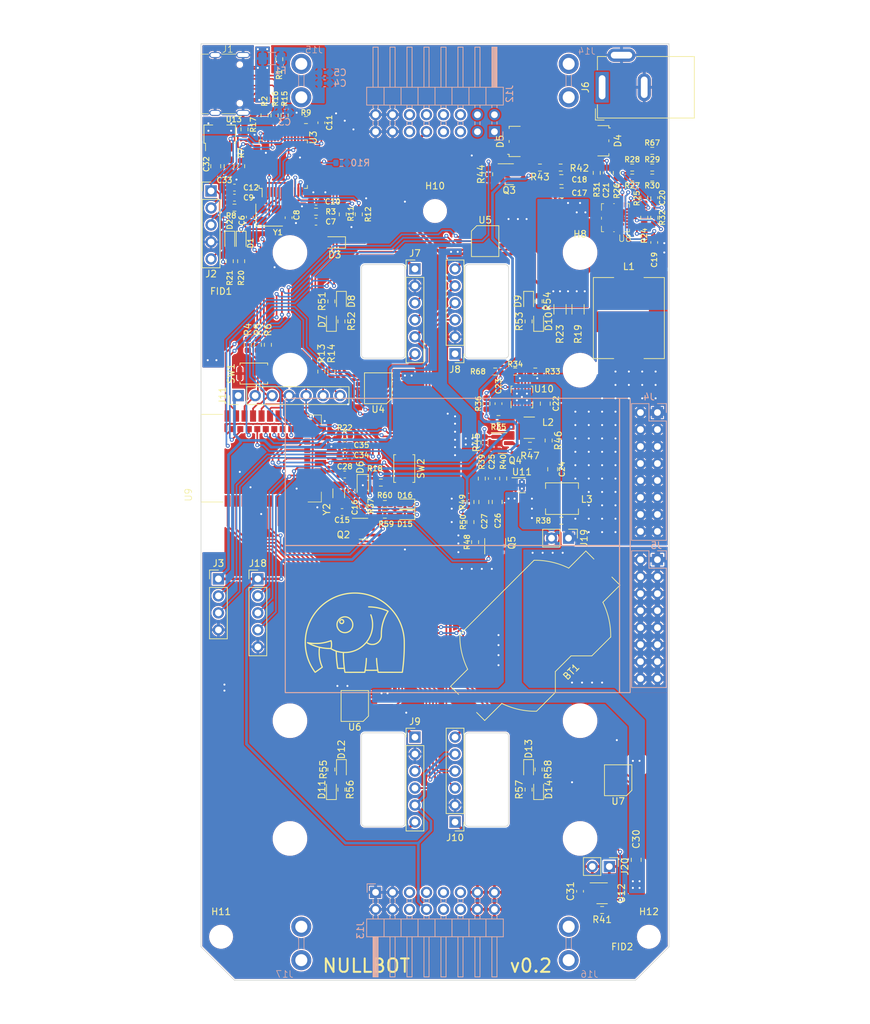
<source format=kicad_pcb>
(kicad_pcb (version 20221018) (generator pcbnew)
  (layers (0 "F.Cu" signal) (31 "B.Cu" signal) (34 "B.Paste" user) (35 "F.Paste" user) (36 "B.SilkS" user "B.Silkscreen") (37 "F.SilkS" user "F.Silkscreen") (38 "B.Mask" user) (39 "F.Mask" user) (44 "Edge.Cuts" user))
  (net 0 "")
  (net 1 "GND")
  (net 2 "Net-(BT1-+)")
  (net 3 "VBUS")
  (net 4 "Net-(U3-PD0)")
  (net 5 "/daplink/dap-nrst")
  (net 6 "Net-(U3-PD1)")
  (net 7 "/daplink/dap-inner-usb_N")
  (net 8 "/daplink/dap-inner-usb_P")
  (net 9 "/daplink/dap-led-red")
  (net 10 "Net-(D1-A)")
  (net 11 "Net-(D2-A)")
  (net 12 "Net-(D4-K)")
  (net 14 "Net-(D4-A-Pad1)")
  (net 16 "/daplink/dap-swclk")
  (net 17 "/daplink/dap-swdio")
  (net 18 "Net-(F1-Pad1)")
  (net 19 "Net-(J1-CC1)")
  (net 20 "Net-(J1-CC2)")
  (net 21 "/USB-VDD")
  (net 22 "/Vmotor")
  (net 23 "/mcu/m1-hall.c2")
  (net 24 "/mcu/m1-hall.c1")
  (net 25 "Net-(U8-Pgood)")
  (net 26 "/mcu/m2-hall.c2")
  (net 27 "/mcu/m2-hall.c1")
  (net 29 "/mcu/m3-hall.c1")
  (net 31 "/mcu/m4-hall.c2")
  (net 40 "/mcu/peri-spi.sck")
  (net 41 "/mcu/peri-spi.miso")
  (net 42 "/mcu/peri-spi.mosi")
  (net 43 "/mcu/peri-i2c.sda")
  (net 44 "/mcu/peri-i2c.scl")
  (net 45 "/mcu/m4-hall.c1")
  (net 46 "Net-(U3-PB13)")
  (net 47 "Net-(U3-PB14)")
  (net 48 "Net-(U3-PB0)")
  (net 49 "Net-(U3-BOOT0)")
  (net 50 "Net-(U3-PC13)")
  (net 51 "Net-(U3-PB12)")
  (net 52 "Net-(U3-PB1)")
  (net 53 "Net-(U3-PA0)")
  (net 54 "Net-(U3-PA1)")
  (net 55 "Net-(U3-PA2)")
  (net 56 "Net-(U3-PA3)")
  (net 57 "/daplink/dap-usbd_N")
  (net 58 "/daplink/dap-usbd_P")
  (net 59 "Net-(U3-PA15)")
  (net 72 "/mcu/m1-ctrl.in-a")
  (net 73 "/mcu/m1-ctrl.in-b")
  (net 74 "/mcu/m2-ctrl.in-a")
  (net 77 "/mcu/m2-ctrl.in-b")
  (net 78 "/mcu/m3-ctrl.in-a")
  (net 81 "/mcu/m3-ctrl.in-b")
  (net 82 "/mcu/m4-ctrl.in-a")
  (net 85 "/mcu/m4-ctrl.in-b")
  (net 88 "Net-(U8-Vdrv)")
  (net 89 "Net-(U8-Vdd)")
  (net 90 "Net-(U8-PHASE)")
  (net 91 "Net-(C21-Pad2)")
  (net 92 "Net-(U10-VAUX)")
  (net 97 "VDD")
  (net 98 "Net-(L1-Pad1)")
  (net 99 "Net-(U10-L)")
  (net 100 "Net-(U8-FB)")
  (net 101 "Net-(U8-BOOT)")
  (net 102 "Net-(U8-MODE1)")
  (net 103 "Net-(U8-MODE2)")
  (net 104 "Net-(U10-UVLO)")
  (net 105 "Net-(U10-FB)")
  (net 111 "/daplink/tgt-swd.clk")
  (net 112 "/daplink/tgt-swd.io")
  (net 113 "/daplink/tgt-swd.rst")
  (net 114 "/daplink/tgt-uart.cts")
  (net 115 "/daplink/tgt-uart.rts")
  (net 116 "/daplink/tgt-uart.rx")
  (net 117 "/daplink/tgt-uart.tx")
  (net 118 "Net-(U9-P0.00{slash}XL1)")
  (net 119 "Net-(U9-P0.01{slash}XL2)")
  (net 120 "Net-(U11-FB)")
  (net 121 "Net-(L3-Pad2)")
  (net 122 "/mcu/m3-hall.c2")
  (net 126 "/pwr1/Vcap")
  (net 127 "/Vbotin")
  (net 128 "/pwr2/Vcap_reg")
  (net 129 "Net-(Q3-D)")
  (net 130 "Net-(Q4-D)")
  (net 131 "Net-(Q5-D)")
  (net 132 "/pwr2/Vbotout-overcurr")
  (net 133 "/Vbotout")
  (net 134 "/mcu/V-mea")
  (net 135 "Net-(D7-K)")
  (net 136 "Net-(D7-A)")
  (net 137 "Net-(D8-K)")
  (net 138 "Net-(D8-A)")
  (net 139 "Net-(D9-K)")
  (net 140 "Net-(D9-A)")
  (net 141 "Net-(D10-K)")
  (net 142 "Net-(D10-A)")
  (net 143 "Net-(D11-K)")
  (net 144 "Net-(D11-A)")
  (net 145 "Net-(D12-K)")
  (net 146 "Net-(D12-A)")
  (net 147 "Net-(D13-K)")
  (net 148 "Net-(D13-A)")
  (net 149 "Net-(D14-K)")
  (net 150 "Net-(D14-A)")
  (net 151 "/mcu/nrf-led1")
  (net 152 "Net-(D15-A)")
  (net 153 "/mcu/nrf-led2")
  (net 154 "Net-(D16-A)")
  (net 155 "/mcu/Vin-mea-en")
  (net 156 "/mcu/Vcap-mea-en")
  (net 157 "/pwr1/buck_en")
  (net 158 "/pwr2/Vmotor-EN")
  (net 159 "/mcu/Vmotor-mea-en")
  (net 160 "/mcu/nrf-sw")
  (net 161 "/mcu/Vbotout-EN")
  (net 170 "Net-(R34-Pad2)")
  (footprint "Resistor_SMD:R_0603_1608Metric" (layer "F.Cu") (at 61.7 42.3 90)
    (fp_text reference "R1")
    (fp_text value "5.1k")
  )
  (footprint "Resistor_SMD:R_0603_1608Metric" (layer "F.Cu") (at 54.3 72.5 90)
    (fp_text reference "R21")
    (fp_text value "27")
  )
  (footprint "MountingHole:MountingHole_2.2mm_M2_ISO7380" (layer "F.Cu") (at 106.7 88.8)
    (fp_text reference "H7" hide)
    (fp_text value "MountingHole")
  )
  (footprint "Package_TO_SOT_SMD:SOT-23" (layer "F.Cu") (at 74.3 112.5)
    (fp_text reference "Q2")
    (fp_text value "SSM3J332R")
  )
  (footprint "MountingHole:MountingHole_2.2mm_M2_ISO7380" (layer "F.Cu") (at 63.3 71.2)
    (fp_text reference "H1" hide)
    (fp_text value "MountingHole")
  )
  (footprint "Package_TO_SOT_SMD:TO-277A" (layer "F.Cu") (at 99.25 54.6 90)
    (fp_text reference "D5")
    (fp_text value "10S45SP")
  )
  (footprint "LED_SMD:LED_0603_1608Metric" (layer "F.Cu") (at 69.5 81.5 90)
    (fp_text reference "D7")
    (fp_text value "GREEN LED NCD0603G1")
  )
  (footprint "Resistor_SMD:R_0603_1608Metric" (layer "F.Cu") (at 114.5 58.5)
    (fp_text reference "R28")
    (fp_text value "499k")
  )
  (footprint "Resistor_SMD:R_0603_1608Metric" (layer "F.Cu") (at 91 114.5 -90)
    (fp_text reference "R48")
    (fp_text value "100k")
  )
  (footprint "Resistor_SMD:R_0603_1608Metric" (layer "F.Cu") (at 68 89 -90)
    (fp_text reference "R13")
    (fp_text value "22")
  )
  (footprint "Button_Switch_SMD:SW_Push_SPST_NO_Alps_SKRK" (layer "F.Cu") (at 80.4 103.5 -90)
    (fp_text reference "SW2")
    (fp_text value "TS-1088-AR02016")
  )
  (footprint "Capacitor_SMD:C_0603_1608Metric" (layer "F.Cu") (at 71.5 104.4)
    (fp_text reference "C28")
    (fp_text value "0.01uF")
  )
  (footprint "Connector_PinHeader_2.54mm:PinHeader_1x06_P2.54mm_Vertical" (layer "F.Cu") (at 82 73.65)
    (fp_text reference "J7")
    (fp_text value "Conn_01x06")
  )
  (footprint "Capacitor_SMD:C_0603_1608Metric" (layer "F.Cu") (at 68 51.8 90)
    (fp_text reference "C11")
    (fp_text value "100n")
  )
  (footprint "Resistor_SMD:R_0603_1608Metric" (layer "F.Cu") (at 76.9 105.6)
    (fp_text reference "R18")
    (fp_text value "100k")
  )
  (footprint "Capacitor_SMD:C_0805_2012Metric" (layer "F.Cu") (at 54.2 58.3 -90)
    (fp_text reference "C33")
    (fp_text value "10uF")
  )
  (footprint "Resistor_SMD:R_1206_3216Metric" (layer "F.Cu") (at 106.4 79.7 -90)
    (fp_text reference "R19")
    (fp_text value "DNP")
  )
  (footprint "Capacitor_SMD:C_0603_1608Metric" (layer "F.Cu") (at 57.3 65.9 90)
    (fp_text reference "C6")
    (fp_text value "22p")
  )
  (footprint "Connector_PinHeader_2.54mm:PinHeader_1x06_P2.54mm_Vertical" (layer "F.Cu") (at 82 143.65)
    (fp_text reference "J9")
    (fp_text value "Conn_01x06")
  )
  (footprint "Diode_SMD:D_SOD-323" (layer "F.Cu") (at 70 69.7 180)
    (fp_text reference "D3")
    (fp_text value "CUS10S30,H3F")
  )
  (footprint "Package_QFP:LQFP-48_7x7mm_P0.5mm" (layer "F.Cu") (at 62.3 58 90)
    (fp_text reference "U3")
    (fp_text value "STM32F103CBTx")
  )
  (footprint "Capacitor_SMD:C_0603_1608Metric" (layer "F.Cu") (at 110.7 59.3 90)
    (fp_text reference "C21")
    (fp_text value "0.1uF")
  )
  (footprint "Resistor_SMD:R_0603_1608Metric" (layer "F.Cu") (at 117.5 60)
    (fp_text reference "R30")
    (fp_text value "DNP")
  )
  (footprint "LED_SMD:LED_0603_1608Metric" (layer "F.Cu") (at 56 69.5 -90)
    (fp_text reference "D1")
    (fp_text value "Red")
  )
  (footprint "Resistor_SMD:R_0603_1608Metric" (layer "F.Cu") (at 117.8 66 -90)
    (fp_text reference "R32")
    (fp_text value "100k")
  )
  (footprint "Capacitor_SMD:C_0603_1608Metric" (layer "F.Cu") (at 71.5 100)
    (fp_text reference "C35")
    (fp_text value "0.1uF")
  )
  (footprint "Capacitor_SMD:C_0603_1608Metric" (layer "F.Cu") (at 117.8 63 90)
    (fp_text reference "C20")
    (fp_text value "1uF")
  )
  (footprint "Connector_PinHeader_2.54mm:PinHeader_1x07_P2.54mm_Vertical" (layer "F.Cu") (at 55.56 92.6 90)
    (fp_text reference "J11")
    (fp_text value "Conn_01x07")
  )
  (footprint "Package_TO_SOT_SMD:SOT-23" (layer "F.Cu") (at 95.1 99.7)
    (fp_text reference "Q4")
    (fp_text value "2N7002")
  )
  (footprint "Package_TO_SOT_SMD:SOT-23" (layer "F.Cu") (at 96.1 59.5)
    (fp_text reference "Q3")
    (fp_text value "2N7002")
  )
  (footprint "Package_SON:Texas_S-PVSON-N10_ThermalVias" (layer "F.Cu") (at 98 92.8 90)
    (fp_text reference "U10")
    (fp_text value "TPS61201DRC")
  )
  (footprint "Package_TO_SOT_SMD:SOT-23" (layer "F.Cu") (at 94 114.6 90)
    (fp_text reference "Q5")
    (fp_text value "2N7002")
  )
  (footprint "Resistor_SMD:R_0603_1608Metric" (layer "F.Cu") (at 100.7 58.5 180)
    (fp_text reference "R43")
    (fp_text value "10k")
  )
  (footprint "Fan-Motor:motor-driver-BDR6120H" (layer "F.Cu") (at 92.5 69.5)
    (fp_text reference "U5")
    (fp_text value "BDR6120H" hide)
  )
  (footprint "Capacitor_SMD:C_0603_1608Metric" (layer "F.Cu") (at 67.2 66.6)
    (fp_text reference "C7")
    (fp_text value "100n")
  )
  (footprint "Resistor_SMD:R_0603_1608Metric" (layer "F.Cu") (at 56 58.3 -90)
    (fp_text reference "R7")
    (fp_text value "100k ")
  )
  (footprint "Resistor_SMD:R_0603_1608Metric" (layer "F.Cu") (at 69.5 78.5 -90)
    (fp_text reference "R51")
    (fp_text value "27")
  )
  (footprint "Resistor_SMD:R_0603_1608Metric" (layer "F.Cu") (at 99 151.5 90)
    (fp_text reference "R57")
    (fp_text value "100")
  )
  (footprint "Resistor_SMD:R_0603_1608Metric" (layer "F.Cu") (at 97 89 180)
    (fp_text reference "R34")
    (fp_text value "10k")
  )
  (footprint "Capacitor_SMD:C_0603_1608Metric" (layer "F.Cu") (at 71.5 101.5)
    (fp_text reference "C34")
    (fp_text value "0.1uF")
  )
  (footprint "Fan-logos:elephant-16x19" (layer "F.Cu") (at 73 131)
    (fp_text reference "G***" hide)
    (fp_text value "LOGO" hide)
  )
  (footprint "LED_SMD:LED_0603_1608Metric" (layer "F.Cu") (at 99 78.5 -90)
    (fp_text reference "D9")
    (fp_text value "RED LED NCD0603R1")
  )
  (footprint "Package_TO_SOT_SMD:TSOT-23-5" (layer "F.Cu") (at 110 167)
    (fp_text reference "U12")
    (fp_text value "RT9742AGJ5F")
  )
  (footprint "Connector_PinHeader_2.54mm:PinHeader_1x06_P2.54mm_Vertical" (layer "F.Cu") (at 88 156.35 180)
    (fp_text reference "J10")
    (fp_text value "Conn_01x06")
  )
  (footprint "MountingHole:MountingHole_2.2mm_M2_ISO7380" (layer "F.Cu") (at 63.3 158.8)
    (fp_text reference "H4" hide)
    (fp_text value "MountingHole")
  )
  (footprint "Resistor_SMD:R_0603_1608Metric" (layer "F.Cu") (at 56 72.5 90)
    (fp_text reference "R20")
    (fp_text value "100")
  )
  (footprint "Resistor_SMD:R_0603_1608Metric" (layer "F.Cu") (at 73.6 65.5 -90)
    (fp_text reference "R12")
    (fp_text value "22")
  )
  (footprint "Resistor_SMD:R_0603_1608Metric" (layer "F.Cu") (at 103.8 58.5 180)
    (fp_text reference "R42")
    (fp_text value "390k")
  )
  (footprint "Connector_PinHeader_2.54mm:PinHeader_1x06_P2.54mm_Vertical" (layer "F.Cu") (at 88 86.35 180)
    (fp_text reference "J8")
    (fp_text value "Conn_01x06")
  )
  (footprint "Resistor_SMD:R_0603_1608Metric" (layer "F.Cu") (at 57 85 90)
    (fp_text reference "R4")
    (fp_text value "22")
  )
  (footprint "Resistor_SMD:R_0603_1608Metric" (layer "F.Cu") (at 95.2 105 90)
    (fp_text reference "R40")
    (fp_text value "100k")
  )
  (footprint "Package_TO_SOT_SMD:SOT-89-3" (layer "F.Cu") (at 52.8 53.5 90)
    (fp_text reference "U13")
    (fp_text value "HT7533-1\n")
  )
  (footprint "Resistor_SMD:R_0603_1608Metric" (layer "F.Cu") (at 110 169.5 180)
    (fp_text reference "R41")
    (fp_text value "100k")
  )
  (footprint "MountingHole:MountingHole_3.2mm_M3_ISO14580" (layer "F.Cu") (at 85 65)
    (fp_text reference "H10")
    (fp_text value "MountingHole")
  )
  (footprint "Resistor_SMD:R_0603_1608Metric" (layer "F.Cu") (at 92.4 99.6 -90)
    (fp_text reference "R45")
    (fp_text value "100k")
  )
  (footprint "Resistor_SMD:R_0603_1608Metric" (layer "F.Cu") (at 56.5 52.8 90)
    (fp_text reference "R17")
    (fp_text value "1.5k")
  )
  (footprint "Fiducial:Fiducial_1mm_Mask2mm" (layer "F.Cu") (at 113 177)
    (fp_text reference "FID2")
    (fp_text value "Fiducial")
  )
  (footprint "Connector_PinHeader_2.54mm:PinHeader_1x02_P2.54mm_Vertical" (layer "F.Cu") (at 104.975 113.9 -90)
    (fp_text reference "J19")
    (fp_text value "Conn_01x02")
  )
  (footprint "Connector_PinHeader_2.54mm:PinHeader_1x02_P2.54mm_Vertical" (layer "F.Cu") (at 111.075 163 -90)
    (fp_text reference "J20")
    (fp_text value "Conn_01x02")
  )
  (footprint "LED_SMD:LED_0603_1608Metric" (layer "F.Cu") (at 100.5 151.5 90)
    (fp_text reference "D14")
    (fp_text value "GREEN LED NCD0603G1")
  )
  (footprint "MountingHole:MountingHole_2.2mm_M2_ISO7380" (layer "F.Cu") (at 106.7 158.8)
    (fp_text reference "H5" hide)
    (fp_text value "MountingHole")
  )
  (footprint "Fan-Motor:motor-driver-BDR6120H" (layer "F.Cu") (at 112.4 150.1 180)
    (fp_text reference "U7")
    (fp_text value "BDR6120H" hide)
  )
  (footprint "Resistor_SMD:R_0603_1608Metric" (layer "F.Cu") (at 71 81.5 -90)
    (fp_text reference "R52")
    (fp_text value "100")
  )
  (footprint "Resistor_SMD:R_0603_1608Metric" (layer "F.Cu") (at 100 89 180)
    (fp_text reference "R33")
    (fp_text value "34.8k")
  )
  (footprint "Resistor_SMD:R_0603_1608Metric" (layer "F.Cu") (at 93.1 59.5 -90)
    (fp_text reference "R44")
    (fp_text value "100k")
  )
  (footprint "Resistor_SMD:R_0603_1608Metric" (layer "F.Cu") (at 67.2 65.1)
    (fp_text reference "R3")
    (fp_text value "100k")
  )
  (footprint "Fan-pwr:MLP44-24L SiC431" (layer "F.Cu") (at 112 66)
    (fp_text reference "U8")
    (fp_text value "SIC431AED-T1-GE3" hide)
  )
  (footprint "Crystal:Crystal_SMD_3225-4Pin_3.2x2.5mm" (layer "F.Cu") (at 60.2 65.6)
    (fp_text reference "Y1")
    (fp_text value "Crystal_GND24")
  )
  (footprint "Inductor_SMD:L_Abracon_ASPI-3012S" (layer "F.Cu") (at 99.1 97.4 180)
    (fp_text reference "L2")
    (fp_text value "2.2uH SWPA3015S2R2MT")
  )
  (footprint "Connector_BarrelJack:BarrelJack_GCT_DCJ200-10-A_Horizontal" (layer "F.Cu") (at 110 46.5 90)
    (fp_text reference "J6")
    (fp_text value "Barrel_Jack_MountingPin")
  )
  (footprint "LED_SMD:LED_0603_1608Metric" (layer "F.Cu") (at 99 148.5 -90)
    (fp_text reference "D13")
    (fp_text value "RED LED NCD0603R1")
  )
  (footprint "Resistor_SMD:R_0603_1608Metric" (layer "F.Cu") (at 94.5 96.1 180)
    (fp_text reference "R35")
    (fp_text value "1M")
  )
  (footprint "Resistor_SMD:R_0603_1608Metric" (layer "F.Cu") (at 55 64.5)
    (fp_text reference "R8")
    (fp_text value "10k DNP")
  )
  (footprint "Fan-socket-connector:TYPE-C-31-M-12" (layer "F.Cu") (at 50 46 -90)
    (fp_text reference "J1")
    (fp_text value "USB-type-c-16p" hide)
  )
  (footprint "Resistor_SMD:R_0603_1608Metric" (layer "F.Cu") (at 65.7 51.4)
    (fp_text reference "R9")
    (fp_text value "100")
  )
  (footprint "Resistor_SMD:R_0603_1608Metric" (layer "F.Cu") (at 61 50.7 -90)
    (fp_text reference "R16")
    (fp_text value "22")
  )
  (footprint "Inductor_SMD:L_Sunlord_MWSA0412S" (layer "F.Cu") (at 104 108 180)
    (fp_text reference "L3")
    (fp_text value "470nH FXL0420-R47-M")
  )
  (footprint "Capacitor_SMD:C_0603_1608Metric" (layer "F.Cu") (at 55 61.5 180)
    (fp_text reference "C12")
    (fp_text value "100n")
  )
  (footprint "Resistor_SMD:R_0603_1608Metric" (layer "F.Cu") (at 90.3 108.5 -90)
    (fp_text reference "R49")
    (fp_text value "390k")
  )
  (footprint "Capacitor_SMD:C_0805_2012Metric" (layer "F.Cu") (at 92.3 108.5 -90)
    (fp_text reference "C27")
    (fp_text value "22uF")
  )
  (footprint "Connector_PinHeader_2.54mm:PinHeader_1x05_P2.54mm_Vertical" (layer "F.Cu") (at 58.5 120)
    (fp_text reference "J18")
    (fp_text value "Conn_01x05")
  )
  (footprint "Resistor_SMD:R_0603_1608Metric" (layer "F.Cu") (at 112.2 59.3 90)
    (fp_text reference "R26")
    (fp_text value "1")
  )
  (footprint "Capacitor_SMD:C_0603_1608Metric" (layer "F.Cu") (at 117.8 69.7 -90)
    (fp_text reference "C19")
    (fp_text value "2.2uF")
  )
  (footprint "Fan-Motor:motor-driver-BDR6120H" (layer "F.Cu") (at 73 139 180)
    (fp_text reference "U6")
    (fp_text value "BDR6120H" hide)
  )
  (footprint "Capacitor_SMD:C_0805_2012Metric" (layer "F.Cu") (at 52.2 58.3 -90)
    (fp_text reference "C32")
    (fp_text value "10uF")
  )
  (footprint "Resistor_SMD:R_0603_1608Metric" (layer "F.Cu") (at 62.5 50.7 -90)
    (fp_text reference "R15")
    (fp_text value "22")
  )
  (footprint "Package_TO_SOT_SMD:TO-277A" (layer "F.Cu") (at 107.85 54.5 -90)
    (fp_text reference "D4")
    (fp_text value "10S45SP")
  )
  (footprint "Resistor_SMD:R_0603_1608Metric" (layer "F.Cu") (at 117.5 58.5)
    (fp_text reference "R29")
    (fp_text value "DNP")
  )
  (footprint "MountingHole:MountingHole_2.2mm_M2_ISO7380" (layer "F.Cu") (at 63.3 141.2)
    (fp_text reference "H3" hide)
    (fp_text value "MountingHole")
  )
  (footprint "Resistor_SMD:R_0603_1608Metric" (layer "F.Cu") (at 71 151.5 -90)
    (fp_text reference "R56")
    (fp_text value "100")
  )
  (footprint "Capacitor_SMD:C_0805_2012Metric" (layer "F.Cu") (at 115.1 162 90)
    (fp_text reference "C30")
    (fp_text value "10uF")
  )
  (footprint "Resistor_SMD:R_0603_1608Metric" (layer "F.Cu") (at 69.5 89 -90)
    (fp_text reference "R14")
    (fp_text value "22")
  )
  (footprint "Resistor_SMD:R_0603_1608Metric" (layer "F.Cu") (at 77.5 110.3875)
    (fp_text reference "R59")
    (fp_text value "100")
  )
  (footprint "Package_SON:WSON-8-1EP_2x2mm_P0.5mm_EP0.9x1.6mm_ThermalVias" (layer "F.Cu") (at 98 106)
    (fp_text reference "U11")
    (fp_text value "~")
  )
  (footprint "Resistor_SMD:R_0603_1608Metric" (layer "F.Cu") (at 100.5 78.5 90)
    (fp_text reference "R54")
    (fp_text value "27")
  )
  (footprint "Capacitor_SMD:C_0805_2012Metric" (layer "F.Cu") (at 102.6 103.6 90)
    (fp_text reference "C24")
    (fp_text value "10uF")
  )
  (footprint "LED_SMD:LED_0603_1608Metric" (layer "F.Cu") (at 100.5 81.5 90)
    (fp_text reference "D10")
    (fp_text value "GREEN LED NCD0603G1")
  )
  (footprint "MountingHole:MountingHole_2.2mm_M2_ISO7380" (layer "F.Cu") (at 106.7 71.2)
    (fp_text reference "H8")
    (fp_text value "MountingHole")
  )
  (footprint "Resistor_SMD:R_0603_1608Metric" (layer "F.Cu") (at 116.3 63 90)
    (fp_text reference "R25")
    (fp_text value "10k")
  )
  (footprint "Crystal:Crystal_SMD_3215-2Pin_3.2x1.5mm" (layer "F.Cu") (at 70.6 107.2 -90)
    (fp_text reference "Y2")
    (fp_text value "Q13FC1350000400")
  )
  (footprint "MountingHole:MountingHole_2.2mm_M2_ISO7380" (layer "F.Cu") (at 63.3 88.8)
    (fp_text reference "H2" hide)
    (fp_text value "MountingHole")
  )
  (footprint "Capacitor_SMD:C_0603_1608Metric" (layer "F.Cu") (at 63.1 66 -90)
    (fp_text reference "C8")
    (fp_text value "22p")
  )
  (footprint "Battery:BatteryHolder_Keystone_1058_1x2032" (layer "F.Cu") (at 100 128.5 45)
    (fp_text reference "BT1")
    (fp_text value "Battery_Cell")
  )
  (footprint "MountingHole:MountingHole_3.2mm_M3_ISO14580" (layer "F.Cu") (at 117 173.5)
    (fp_text reference "H12")
    (fp_text value "MountingHole")
  )
  (footprint "Resistor_SMD:R_0603_1608Metric" (layer "F.Cu") (at 71.5 98.5)
    (fp_text reference "R22")
    (fp_text value "100k")
  )
  (footprint "Resistor_SMD:R_0603_1608Metric" (layer "F.Cu") (at 99.2 100.1 180)
    (fp_text reference "R47")
    (fp_text value "10k")
  )
  (footprint "LED_SMD:LED_0603_1608Metric" (layer "F.Cu") (at 71 148.5 -90)
    (fp_text reference "D12")
    (fp_text value "RED LED NCD0603R1")
  )
  (footprint "Capacitor_SMD:C_0603_1608Metric" (layer "F.Cu") (at 55 63 180)
    (fp_text reference "C9")
    (fp_text value "100n")
  )
  (footprint "LED_SMD:LED_0603_1608Metric" (layer "F.Cu") (at 71 78.5 -90)
    (fp_text reference "D8")
    (fp_text value "RED LED NCD0603R1")
  )
  (footprint "Resistor_SMD:R_0603_1608Metric" (layer "F.Cu") (at 109.2 59.3 90)
    (fp_text reference "R31")
    (fp_text value "100k")
  )
  (footprint "Capacitor_SMD:C_0805_2012Metric" (layer "F.Cu") (at 94.3 108.5 -90)
    (fp_text reference "C26")
    (fp_text value "22uF")
  )
  (footprint "Resistor_SMD:R_0603_1608Metric" (layer "F.Cu") (at 92 105 90)
    (fp_text reference "R39")
    (fp_text value "316k")
  )
  (footprint "Resistor_SMD:R_0603_1608Metric" (layer "F.Cu") (at 100.5 148.5 90)
    (fp_text reference "R58")
    (fp_text value "27")
  )
  (footprint "Resistor_SMD:R_0603_1608Metric" (layer "F.Cu") (at 69.5 148.5 -90)
    (fp_text reference "R55")
    (fp_text value "27")
  )
  (footprint "Resistor_SMD:R_0603_1608Metric" (layer "F.Cu") (at 58.5 85 90)
    (fp_text reference "R5")
    (fp_text value "22")
  )
  (footprint "MountingHole:MountingHole_3.2mm_M3_ISO14580" (layer "F.Cu") (at 53 173.5)
    (fp_text reference "H11")
    (fp_text value "MountingHole")
  )
  (footprint "Resistor_SMD:R_0603_1608Metric" (layer "F.Cu") (at 90.3 111.5 -90)
    (fp_text reference "R50")
    (fp_text value "10k")
  )
  (footprint "Resistor_SMD:R_0603_1608Metric" (layer "F.Cu") (at 116.3 66 90)
    (fp_text reference "R24")
    (fp_text value "36.5k")
  )
  (footprint "Resistor_SMD:R_1206_3216Metric" (layer "F.Cu") (at 103.7 79.7 -90)
    (fp_text reference "R23")
    (fp_text value "DNP")
  )
  (footprint "Resistor_SMD:R_0603_1608Metric" (layer "F.Cu") (at 114.5 60)
    (fp_text reference "R27")
    (fp_text value "100k")
  )
  (footprint "Capacitor_SMD:C_0805_2012Metric" (layer "F.Cu") (at 103.9 60.3 180)
    (fp_text reference "C18")
    (fp_text value "22uF")
  )
  (footprint "Resistor_SMD:R_0603_1608Metric" (layer "F.Cu") (at 117.5 56)
    (fp_text reference "R67")
    (fp_text value "1")
  )
  (footprint "Resistor_SMD:R_0603_1608Metric" (layer "F.Cu") (at 60 85 90)
    (fp_text reference "R6")
    (fp_text value "22")
  )
  (footprint "Capacitor_SMD:C_0805_2012Metric" (layer "F.Cu") (at 103.95 62.3 180)
    (fp_text reference "C17")
    (fp_text value "22uF")
  )
  (footprint "Fan-Motor:motor-driver-BDR6120H" (layer "F.Cu") (at 76.5 91.5 180)
    (fp_text reference "U4")
    (fp_text value "BDR6120H" hide)
  )
  (footprint "Resistor_SMD:R_0603_1608Metric" (layer "F.Cu") (at 99 81.5 90)
    (fp_text reference "R53")
    (fp_text value "100")
  )
  (footprint "LED_SMD:LED_0603_1608Metric" (layer "F.Cu") (at 69.5 151.5 90)
    (fp_text reference "D11")
    (fp_text value "GREEN LED NCD0603G1")
  )
  (footprint "Connector_PinHeader_2.54mm:PinHeader_1x05_P2.54mm_Vertical" (layer "F.Cu") (at 51.5 62)
    (fp_text reference "J2")
    (fp_text value "Conn_01x05")
  )
  (footprint "Capacitor_SMD:C_0603_1608Metric" (layer "F.Cu") (at 106.7 166.7 90)
    (fp_text reference "C31")
    (fp_text value "0.1uF")
  )
  (footprint "Capacitor_SMD:C_0805_2012Metric" (layer "F.Cu") (at 101.5 93.8 90)
    (fp_text reference "C22")
    (fp_text value "10uF")
  )
  (footprint "Button_Switch_SMD:SW_Push_SPST_NO_Alps_SKRK" (layer "F.Cu") (at 57.9 89.3)
    (fp_text reference "SW1")
    (fp_text value "TS-1088-AR02016")
  )
  (footprint "LED_SMD:LED_0603_1608Metric" (layer "F.Cu") (at 54.3 69.5 -90)
    (fp_text reference "D2")
    (fp_text value "Green")
  )
  (footprint "Resistor_SMD:R_0603_1608Metric" (layer "F.Cu") (at 74.2 109.1 -90)
    (fp_text reference "R37")
    (fp_text value "1M")
  )
  (footprint "Resistor_SMD:R_0603_1608Metric" (layer "F.Cu") (at 94 89 180)
    (fp_text reference "R68")
    (fp_text value "0")
  )
  (footprint "Capacitor_SMD:C_0603_1608Metric" (layer "F.Cu") (at 72.5 106.7 -90)
    (fp_text reference "C16")
    (fp_text value "12pF")
  )
  (footprint "Inductor_SMD:L_Chilisin_BMRF00101040" (layer "F.Cu") (at 114 81 -90)
    (fp_text reference "L1")
    (fp_text value "300nH ")
  )
  (footprint "Resistor_SMD:R_0603_1608Metric" (layer "F.Cu") (at 92.7 93.8 90)
    (fp_text reference "R36")
    (fp_text value "180k")
  )
  (footprint "Resistor_SMD:R_0603_1608Metric" (layer "F.Cu") (at 77.5 108.8)
    (fp_text reference "R60")
    (fp_text value "100")
  )
  (footprint "Fiducial:Fiducial_1mm_Mask2mm" (layer "F.Cu") (at 53 79)
    (fp_text reference "FID1")
    (fp_text value "Fiducial")
  )
  (footprint "Capacitor_SMD:C_0603_1608Metric" (layer "F.Cu") (at 71.1 110)
    (fp_text reference "C15")
    (fp_text value "12pF")
  )
  (footprint "Resistor_SMD:R_0603_1608Metric" (layer "F.Cu") (at 59.5 50.7 -90)
    (fp_text reference "R2")
    (fp_text value "5.1k")
  )
  (footprint "Capacitor_SMD:C_0603_1608Metric" (layer "F.Cu") (at 93.5 105 -90)
    (fp_text reference "C25")
    (fp_text value "10pF")
  )
  (footprint "Resistor_SMD:R_0603_1608Metric" (layer "F.Cu") (at 103.9 111.3 180)
    (fp_text reference "R38")
    (fp_text value "100k")
  )
  (footprint "Resistor_SMD:R_0603_1608Metric" (layer "F.Cu") (at 102 99.3 -90)
    (fp_text reference "R46")
    (fp_text value "390k")
  )
  (footprint "LED_SMD:LED_0603_1608Metric" (layer "F.Cu") (at 80.5 108.8 180)
    (fp_text reference "D16")
    (fp_text value "19-217/BHC-ZL1M2RY/3T")
  )
  (footprint "Fan-MCU-Library:E73-2G4M08S1C" (layer "F.Cu") (at 59 102 90)
    (fp_text reference "U9")
    (fp_text value "E73-2G4M08S1C")
  )
  (footprint "Capacitor_SMD:C_0603_1608Metric" (layer "F.Cu") (at 94.5 93.8 -90)
    (fp_text reference "C23")
    (fp_text value "0.1uF")
  )
  (footprint "Connector_PinHeader_2.54mm:PinHeader_1x04_P2.54mm_Vertical" (layer "F.Cu") (at 52.6 120)
    (fp_text reference "J3")
    (fp_text value "Conn_01x04")
  )
  (footprint "MountingHole:MountingHole_2.2mm_M2_ISO7380" (layer "F.Cu") (at 106.7 141.2)
    (fp_text reference "H6" hide)
    (fp_text value "MountingHole")
  )
  (footprint "Diode_SMD:D_SOD-323" (layer "F.Cu") (at 74.2 106 -90)
    (fp_text reference "D6")
    (fp_text value "CUS10S30,H3F")
  )
  (footprint "Capacitor_SMD:C_0603_1608Metric" (layer "F.Cu") (at 67.2 63.6)
    (fp_text reference "C10")
    (fp_text value "100n")
  )
  (footprint "Resistor_SMD:R_0603_1608Metric" (layer "F.Cu") (at 71.2 65.5 -90)
    (fp_text reference "R11")
    (fp_text value "22")
  )
  (footprint "LED_SMD:LED_0603_1608Metric" (layer "F.Cu") (at 80.4875 110.4 180)
    (fp_text reference "D15")
    (fp_text value "19-217/BHC-ZL1M2RY/3T")
  )
  (footprint "Connector_PinHeader_2.54mm:PinHeader_2x08_P2.54mm_Vertical" (layer "B.Cu") (at 118.275 95.125 180)
    (fp_text reference "J4")
    (fp_text value "Conn_02x08_Counter_Clockwise")
  )
  (footprint "Capacitor_SMD:C_0603_1608Metric" (layer "B.Cu") (at 62.5 50.3)
    (fp_text reference "C3")
    (fp_text value "1uF")
  )
  (footprint "Connector_PinHeader_2.54mm:PinHeader_2x08_P2.54mm_Vertical" (layer "B.Cu") (at 118.275 117.125 180)
    (fp_text reference "J5")
    (fp_text value "Conn_02x08_Counter_Clockwise")
  )
  (footprint "Fan-Connectors:M3-side-terminal-DZ-32" (layer "B.Cu") (at 65 174.5)
    (fp_text reference "J17")
    (fp_text value "Conn_01x01")
  )
  (footprint "Connector_PinHeader_2.54mm:PinHeader_2x08_P2.54mm_Horizontal" (layer "B.Cu") (at 93.89 53.14 90)
    (fp_text reference "J12")
    (fp_text value "Conn_02x08_Odd_Even")
  )
  (footprint "Capacitor_SMD:C_0603_1608Metric" (layer "B.Cu") (at 68.5 45.9)
    (fp_text reference "C4")
    (fp_text value "1uF")
  )
  (footprint "Connector_PinHeader_2.54mm:PinHeader_2x08_P2.54mm_Horizontal" (layer "B.Cu") (at 76.11 166.86 -90)
    (fp_text reference "J13")
    (fp_text value "Conn_02x08_Odd_Even")
  )
  (footprint "Capacitor_SMD:C_0603_1608Metric" (layer "B.Cu") (at 68.5 44.3)
    (fp_text reference "C5")
    (fp_text value "1uF")
  )
  (footprint "Fan-Connectors:M3-side-terminal-DZ-43" (layer "B.Cu") (at 105 174.5)
    (fp_text reference "J16")
    (fp_text value "Conn_01x01")
  )
  (footprint "Fan-Connectors:M3-side-terminal-DZ-32" (layer "B.Cu") (at 105 45.5 180)
    (fp_text reference "J14")
    (fp_text value "Conn_01x01")
  )
  (footprint "Fuse:Fuse_1206_3216Metric" (layer "B.Cu") (at 60.6 42.2)
    (fp_text reference "F1")
    (fp_text value " S1206-F-6.0A")
  )
  (footprint "Resistor_SMD:R_0603_1608Metric" (layer "B.Cu") (at 71 57.8 180)
    (fp_text reference "R10")
    (fp_text value "0")
  )
  (footprint "Fan-Connectors:M3-side-terminal-DZ-43" (layer "B.Cu") (at 65 45.5 180)
    (fp_text reference "J15")
    (fp_text value "Conn_01x01")
  )
  (gr_rect (start 62.6 93) (end 112.6 115) (stroke (width 0.15)) (fill none) (layer "B.SilkS"))
  (gr_rect (start 112.6 93) (end 114.2 137) (stroke (width 0.15)) (fill none) (layer "B.SilkS"))
  (gr_rect (start 62.6 115) (end 112.6 137) (stroke (width 0.15)) (fill none) (layer "B.SilkS"))
  (gr_arc (start 74.5 87) (mid 74.146447 86.853553) (end 74 86.5) (stroke (width 0.1)) (layer "Edge.Cuts"))
  (gr_line (start 120 40) (end 120 175) (stroke (width 0.1)) (layer "Edge.Cuts"))
  (gr_arc (start 95.5 143) (mid 95.853553 143.146447) (end 96 143.5) (stroke (width 0.1)) (layer "Edge.Cuts"))
  (gr_arc (start 90 87) (mid 89.646447 86.853553) (end 89.5 86.5) (stroke (width 0.1)) (layer "Edge.Cuts"))
  (gr_arc (start 89.5 73.5) (mid 89.646447 73.146447) (end 90 73) (stroke (width 0.1)) (layer "Edge.Cuts"))
  (gr_line (start 90 87) (end 95.5 87) (stroke (width 0.1)) (layer "Edge.Cuts"))
  (gr_line (start 95.5 143) (end 90 143) (stroke (width 0.1)) (layer "Edge.Cuts"))
  (gr_line (start 74.5 87) (end 80 87) (stroke (width 0.1)) (layer "Edge.Cuts"))
  (gr_line (start 95.5 73) (end 90 73) (stroke (width 0.1)) (layer "Edge.Cuts"))
  (gr_arc (start 80 143) (mid 80.353553 143.146447) (end 80.5 143.5) (stroke (width 0.1)) (layer "Edge.Cuts"))
  (gr_arc (start 74 143.5) (mid 74.146447 143.146447) (end 74.5 143) (stroke (width 0.1)) (layer "Edge.Cuts"))
  (gr_line (start 55 180) (end 50 175) (stroke (width 0.1)) (layer "Edge.Cuts"))
  (gr_line (start 74 73.5) (end 74 86.5) (stroke (width 0.1)) (layer "Edge.Cuts"))
  (gr_line (start 96 156.5) (end 96 143.5) (stroke (width 0.1)) (layer "Edge.Cuts"))
  (gr_line (start 89.5 73.5) (end 89.5 86.5) (stroke (width 0.1)) (layer "Edge.Cuts"))
  (gr_arc (start 74.5 157) (mid 74.146447 156.853553) (end 74 156.5) (stroke (width 0.1)) (layer "Edge.Cuts"))
  (gr_line (start 80.5 86.5) (end 80.5 73.5) (stroke (width 0.1)) (layer "Edge.Cuts"))
  (gr_line (start 50 40) (end 120 40) (stroke (width 0.1)) (layer "Edge.Cuts"))
  (gr_arc (start 96 156.5) (mid 95.853553 156.853553) (end 95.5 157) (stroke (width 0.1)) (layer "Edge.Cuts"))
  (gr_line (start 50 175) (end 50 40) (stroke (width 0.1)) (layer "Edge.Cuts"))
  (gr_arc (start 80.5 86.5) (mid 80.353553 86.853553) (end 80 87) (stroke (width 0.1)) (layer "Edge.Cuts"))
  (gr_line (start 80.5 156.5) (end 80.5 143.5) (stroke (width 0.1)) (layer "Edge.Cuts"))
  (gr_arc (start 95.5 73) (mid 95.853553 73.146447) (end 96 73.5) (stroke (width 0.1)) (layer "Edge.Cuts"))
  (gr_line (start 80 73) (end 74.5 73) (stroke (width 0.1)) (layer "Edge.Cuts"))
  (gr_line (start 96 86.5) (end 96 73.5) (stroke (width 0.1)) (layer "Edge.Cuts"))
  (gr_arc (start 80.5 156.5) (mid 80.353553 156.853553) (end 80 157) (stroke (width 0.1)) (layer "Edge.Cuts"))
  (gr_arc (start 74 73.5) (mid 74.146447 73.146447) (end 74.5 73) (stroke (width 0.1)) (layer "Edge.Cuts"))
  (gr_line (start 115 180) (end 120 175) (stroke (width 0.1)) (layer "Edge.Cuts"))
  (gr_arc (start 96 86.5) (mid 95.853553 86.853553) (end 95.5 87) (stroke (width 0.1)) (layer "Edge.Cuts"))
  (gr_line (start 115 180) (end 55 180) (stroke (width 0.1)) (layer "Edge.Cuts"))
  (gr_line (start 90 157) (end 95.5 157) (stroke (width 0.1)) (layer "Edge.Cuts"))
  (gr_line (start 74.5 157) (end 80 157) (stroke (width 0.1)) (layer "Edge.Cuts"))
  (gr_arc (start 89.5 143.5) (mid 89.646447 143.146447) (end 90 143) (stroke (width 0.1)) (layer "Edge.Cuts"))
  (gr_arc (start 80 73) (mid 80.353553 73.146447) (end 80.5 73.5) (stroke (width 0.1)) (layer "Edge.Cuts"))
  (gr_line (start 89.5 143.5) (end 89.5 156.5) (stroke (width 0.1)) (layer "Edge.Cuts"))
  (gr_line (start 74 143.5) (end 74 156.5) (stroke (width 0.1)) (layer "Edge.Cuts"))
  (gr_line (start 80 143) (end 74.5 143) (stroke (width 0.1)) (layer "Edge.Cuts"))
  (gr_arc (start 90 157) (mid 89.646447 156.853553) (end 89.5 156.5) (stroke (width 0.1)) (layer "Edge.Cuts"))
  (gr_text "NULLBOT" (at 68 179) (layer "F.SilkS") (effects (font (size 2 2) (thickness 0.3)) (justify left bottom)))
  (gr_text "v0.2" (at 96 179) (layer "F.SilkS") (effects (font (size 2 2) (thickness 0.3)) (justify left bottom)))
  (segment (start 113.9375 66.525) (end 113.425 66.525) (width 0.25) (layer "F.Cu") (net 1))
  (segment (start 59.05 107.1) (end 58.25 106.3) (width 0.4) (layer "F.Cu") (net 1))
  (segment (start 56.94 49.05) (end 56.94 49.35) (width 0.25) (layer "F.Cu") (net 1))
  (segment (start 59.05 108.35) (end 59.05 110.25) (width 0.4) (layer "F.Cu") (net 1))
  (segment (start 58.25 106.3) (end 57.4 106.3) (width 0.4) (layer "F.Cu") (net 1))
  (segment (start 97.95 106.75) (end 98.25 106.75) (width 0.25) (layer "F.Cu") (net 1))
  (segment (start 59.05 108.35) (end 59.05 107.1) (width 0.4) (layer "F.Cu") (net 1))
  (segment (start 113.425 66.525) (end 113.2025 66.3025) (width 0.25) (layer "F.Cu") (net 1))
  (segment (start 56.94 42.95) (end 56.94 42.65) (width 0.25) (layer "F.Cu") (net 1))
  (segment (start 113.2025 66.3025) (end 112.75 66.3025) (width 0.25) (layer "F.Cu") (net 1))
  (segment (start 59.05 110.25) (end 59 110.3) (width 0.4) (layer "F.Cu") (net 1))
  (segment (start 69.5 100.2) (end 69.395 100.095) (width 0.4) (layer "F.Cu") (net 1))
  (segment (start 69.395 100.095) (end 67.85 100.095) (width 0.4) (layer "F.Cu") (net 1))
  (via (at 86.9 95.3) (size 0.6) (drill 0.3) (layers "F.Cu" "B.Cu") (net 1))
  (via (at 70.2 50.4) (size 0.6) (drill 0.3) (layers "F.Cu" "B.Cu") (net 1))
  (via (at 88 98) (size 0.6) (drill 0.3) (layers "F.Cu" "B.Cu") (net 1))
  (via (at 66.8 62.2) (size 0.6) (drill 0.3) (layers "F.Cu" "B.Cu") (net 1))
  (via (at 74.2 106) (size 0.6) (drill 0.3) (layers "F.Cu" "B.Cu") (net 1))
  (via (at 119.3 71.2) (size 0.6) (drill 0.3) (layers "F.Cu" "B.Cu") (net 1))
  (via (at 72.8 52.8) (size 0.6) (drill 0.3) (layers "F.Cu" "B.Cu") (net 1))
  (via (at 65.1 64.3) (size 0.6) (drill 0.3) (layers "F.Cu" "B.Cu") (net 1))
  (via (at 94.5 132.9) (size 0.6) (drill 0.3) (layers "F.Cu" "B.Cu") (net 1))
  (via (at 57.4 106.3) (size 0.6) (drill 0.3) (layers "F.Cu" "B.Cu") (net 1))
  (via (at 64.3 50.3) (size 0.6) (drill 0.3) (layers "F.Cu" "B.Cu") (net 1))
  (via (at 119.3 69.8) (size 0.6) (drill 0.3) (layers "F.Cu" "B.Cu") (net 1))
  (via (at 94.5 129.9) (size 0.6) (drill 0.3) (layers "F.Cu" "B.Cu") (net 1))
  (via (at 68.5 96.4) (size 0.6) (drill 0.3) (layers "F.Cu" "B.Cu") (net 1))
  (via (at 51 87.3) (size 0.6) (drill 0.3) (layers "F.Cu" "B.Cu") (net 1))
  (via (at 87.5 108) (size 0.6) (drill 0.3) (layers "F.Cu" "B.Cu") (net 1))
  (via (at 74.7 63.1) (size 0.6) (drill 0.3) (layers "F.Cu" "B.Cu") (net 1))
  (via (at 96 66.2) (size 0.6) (drill 0.3) (layers "F.Cu" "B.Cu") (net 1))
  (via (at 70.4 136) (size 0.6) (drill 0.3) (layers "F.Cu" "B.Cu") (net 1))
  (via (at 68.6 62.2) (size 0.6) (drill 0.3) (layers "F.Cu" "B.Cu") (net 1))
  (via (at 72.5 67.4) (size 0.6) (drill 0.3) (layers "F.Cu" "B.Cu") (net 1))
  (via (at 105.5 135.5) (size 0.6) (drill 0.3) (layers "F.Cu" "B.Cu") (net 1))
  (via (at 112.2 144.1) (size 0.6) (drill 0.3) (layers "F.Cu" "B.Cu") (net 1))
  (via (at 67.4 109.3) (size 0.6) (drill 0.3) (layers "F.Cu" "B.Cu") (net 1))
  (via (at 90.5 56.7) (size 0.6) (drill 0.3) (layers "F.Cu" "B.Cu") (net 1))
  (via (at 52.3 87.3) (size 0.6) (drill 0.3) (layers "F.Cu" "B.Cu") (net 1))
  (via (at 61 73.4) (size 0.6) (drill 0.3) (layers "F.Cu" "B.Cu") (net 1))
  (via (at 88 96.8) (size 0.6) (drill 0.3) (layers "F.Cu" "B.Cu") (net 1))
  (via (at 88 99.2) (size 0.6) (drill 0.3) (layers "F.Cu" "B.Cu") (net 1))
  (via (at 99.5 109.5) (size 0.6) (drill 0.3) (layers "F.Cu" "B.Cu") (net 1))
  (via (at 93.5 118.5) (size 0.6) (drill 0.3) (layers "F.Cu" "B.Cu") (net 1))
  (via (at 97.4 66.2) (size 0.6) (drill 0.3) (layers "F.Cu" "B.Cu") (net 1))
  (via (at 99.5 108) (size 0.6) (drill 0.3) (layers "F.Cu" "B.Cu") (net 1))
  (via (at 80.7 140) (size 0.6) (drill 0.3) (layers "F.Cu" "B.Cu") (net 1))
  (via (at 99.5 110.9) (size 0.6) (drill 0.3) (layers "F.Cu" "B.Cu") (net 1))
  (via (at 55.3 60.3) (size 0.6) (drill 0.3) (layers "F.Cu" "B.Cu") (net 1))
  (via (at 88 95.7) (size 0.6) (drill 0.3) (layers "F.Cu" "B.Cu") (net 1))
  (via (at 72 93.9) (size 0.6) (drill 0.3) (layers "F.Cu" "B.Cu") (net 1))
  (via (at 107 135.5) (size 0.6) (drill 0.3) (layers "F.Cu" "B.Cu") (net 1))
  (via (at 58 53.6) (size 0.6) (drill 0.3) (layers "F.Cu" "B.Cu") (net 1))
  (via (at 57.9 63) (size 0.6) (drill 0.3) (layers "F.Cu" "B.Cu") (net 1))
  (via (at 94.5 131.4) (size 0.6) (drill 0.3) (layers "F.Cu" "B.Cu") (net 1))
  (via (at 80.5 115.6) (size 0.6) (drill 0.3) (layers "F.Cu" "B.Cu") (net 1))
  (via (at 71.5 51.5) (size 0.6) (drill 0.3) (layers "F.Cu" "B.Cu") (net 1))
  (via (at 53.5 135.8) (size 0.6) (drill 0.3) (layers "F.Cu" "B.Cu") (net 1))
  (via (at 88 101.5) (size 0.6) (drill 0.3) (layers "F.Cu" "B.Cu") (net 1))
  (via (at 101.1 116.1) (size 0.6) (drill 0.3) (layers "F.Cu" "B.Cu") (net 1))
  (via (at 59.7 56.3) (size 0.6) (drill 0.3) (layers "F.Cu" "B.Cu") (net 1))
  (via (at 94.5 128.4) (size 0.6) (drill 0.3) (layers "F.Cu" "B.Cu") (net 1))
  (via (at 87.5 109.5) (size 0.6) (drill 0.3) (layers "F.Cu" "B.Cu") (net 1))
  (via (at 99.6 116.1) (size 0.6) (drill 0.3) (layers "F.Cu" "B.Cu") (net 1))
  (via (at 102.6 116.1) (size 0.6) (drill 0.3) (layers "F.Cu" "B.Cu") (net 1))
  (via (at 69.5 100.2) (size 0.6) (drill 0.3) (layers "F.Cu" "B.Cu") (net 1))
  (via (at 88 100.3) (size 0.6) (drill 0.3) (layers "F.Cu" "B.Cu") (net 1))
  (via (at 88.5 116) (size 0.6) (drill 0.3) (layers "F.Cu" "B.Cu") (net 1))
  (via (at 89 118.5) (size 0.6) (drill 0.3) (layers "F.Cu" "B.Cu") (net 1))
  (via (at 92 118.5) (size 0.6) (drill 0.3) (layers "F.Cu" "B.Cu") (net 1))
  (via (at 110 135.5) (size 0.6) (drill 0.3) (layers "F.Cu" "B.Cu") (net 1))
  (via (at 105.5 150.4) (size 0.6) (drill 0.3) (layers "F.Cu" "B.Cu") (net 1))
  (via (at 59 110.3) (size 0.6) (drill 0.3) (layers "F.Cu" "B.Cu") (net 1))
  (via (at 64.3 106.5) (size 0.6) (drill 0.3) (layers "F.Cu" "B.Cu") (net 1))
  (via (at 108.5 135.5) (size 0.6) (drill 0.3) (layers "F.Cu" "B.Cu") (net 1))
  (via (at 53.5 136.7) (size 0.6) (drill 0.3) (layers "F.Cu" "B.Cu") (net 1))
  (via (at 98.7 66.2) (size 0.6) (drill 0.3) (layers "F.Cu" "B.Cu") (net 1))
  (via (at 90.5 118.5) (size 0.6) (drill 0.3) (layers "F.Cu" "B.Cu") (net 1))
  (via (at 64.2 66.8) (size 0.6) (drill 0.3) (layers "F.Cu" "B.Cu") (net 1))
  (via (at 80.5 63.6) (size 0.6) (drill 0.3) (layers "F.Cu" "B.Cu") (net 1))
  (via (at 71.9 136) (size 0.6) (drill 0.3) (layers "F.Cu" "B.Cu") (net 1))
  (via (at 104.1 116.1) (size 0.6) (drill 0.3) (layers "F.Cu" "B.Cu") (net 1))
  (via (at 64.8 57) (size 0.6) (drill 0.3) (layers "F.Cu" "B.Cu") (net 1))
  (via (at 88.5 114.7) (size 0.6) (drill 0.3) (layers "F.Cu" "B.Cu") (net 1))
  (via (at 88.5 113.5) (size 0.6) (drill 0.3) (layers "F.Cu" "B.Cu") (net 1))
  (via (at 87.5 111.5) (size 0.6) (drill 0.3) (layers "F.Cu" "B.Cu") (net 1))
  (via (at 55.8 104) (size 0.6) (drill 0.3) (layers "F.Cu" "B.Cu") (net 1))
  (segment (start 89.619672 138.880328) (end 87.980328 138.880328) (width 0.4) (layer "F.Cu") (net 2))
  (segment (start 80.75 113.45) (end 73.3625 113.45) (width 0.4) (layer "F.Cu") (net 2))
  (segment (start 87.3 138.2) (end 87.3 120) (width 0.4) (layer "F.Cu") (net 2))
  (segment (start 87.3 120) (end 80.75 113.45) (width 0.4) (layer "F.Cu") (net 2))
  (segment (start 87.980328 138.880328) (end 87.3 138.2) (width 0.4) (layer "F.Cu") (net 2))
  (via (at 51.1 51.9) (size 0.6) (drill 0.3) (layers "F.Cu" "B.Cu") (net 3))
  (via (at 51.1 53) (size 0.6) (drill 0.3) (layers "F.Cu" "B.Cu") (net 3))
  (via (at 54.5 53) (size 0.6) (drill 0.3) (layers "F.Cu" "B.Cu") (net 3))
  (via (at 54.5 51.9) (size 0.6) (drill 0.3) (layers "F.Cu" "B.Cu") (net 3))
  (segment (start 61.55 62.95) (end 61.55 62.1625) (width 0.25) (layer "F.Cu") (net 4))
  (segment (start 59.65 66.45) (end 60.2 65.9) (width 0.25) (layer "F.Cu") (net 4))
  (segment (start 59.1 66.45) (end 57.525 66.45) (width 0.25) (layer "F.Cu") (net 4))
  (segment (start 61 63.5) (end 61.55 62.95) (width 0.25) (layer "F.Cu") (net 4))
  (segment (start 60.2 65.9) (end 60.2 63.9952) (width 0.25) (layer "F.Cu") (net 4))
  (segment (start 60.6952 63.5) (end 61 63.5) (width 0.25) (layer "F.Cu") (net 4))
  (segment (start 60.2 63.9952) (end 60.6952 63.5) (width 0.25) (layer "F.Cu") (net 4))
  (segment (start 62.9 64.4) (end 63.65 64.4) (width 0.25) (layer "F.Cu") (net 5))
  (segment (start 64.3 67.7) (end 57 67.7) (width 0.25) (layer "F.Cu") (net 5))
  (segment (start 62.55 62.1625) (end 62.55 64.05) (width 0.25) (layer "F.Cu") (net 5))
  (segment (start 55.9 66.6) (end 54.6 66.6) (width 0.25) (layer "F.Cu") (net 5))
  (segment (start 64.35 65.1) (end 65.2 65.1) (width 0.25) (layer "F.Cu") (net 5))
  (segment (start 54.6 66.6) (end 53 68.2) (width 0.25) (layer "F.Cu") (net 5))
  (segment (start 62.55 64.05) (end 62.9 64.4) (width 0.25) (layer "F.Cu") (net 5))
  (segment (start 63.65 64.4) (end 64.35 65.1) (width 0.25) (layer "F.Cu") (net 5))
  (segment (start 53 68.2) (end 53 70.66) (width 0.25) (layer "F.Cu") (net 5))
  (segment (start 53 70.66) (end 51.5 72.16) (width 0.25) (layer "F.Cu") (net 5))
  (segment (start 65.1 65.2) (end 65.1 66.9) (width 0.25) (layer "F.Cu") (net 5))
  (segment (start 65.1 66.9) (end 64.3 67.7) (width 0.25) (layer "F.Cu") (net 5))
  (segment (start 65.2 65.1) (end 65.1 65.2) (width 0.25) (layer "F.Cu") (net 5))
  (segment (start 66.325 66.6) (end 66.325 65.15) (width 0.25) (layer "F.Cu") (net 5))
  (segment (start 57 67.7) (end 55.9 66.6) (width 0.25) (layer "F.Cu") (net 5))
  (segment (start 66.275 65.1) (end 65.2 65.1) (width 0.25) (layer "F.Cu") (net 5))
  (segment (start 62.05 63.15) (end 61.3 63.9) (width 0.25) (layer "F.Cu") (net 6))
  (segment (start 61.3 63.9) (end 61.3 64.75) (width 0.25) (layer "F.Cu") (net 6))
  (segment (start 61.3 64.75) (end 62.625 64.75) (width 0.25) (layer "F.Cu") (net 6))
  (segment (start 62.625 64.75) (end 63.1 65.225) (width 0.25) (layer "F.Cu") (net 6))
  (segment (start 62.05 62.1625) (end 62.05 63.15) (width 0.25) (layer "F.Cu") (net 6))
  (segment (start 62.5 51.9) (end 62.5 51.525) (width 0.2) (layer "F.Cu") (net 7))
  (segment (start 61.55 52.85) (end 62.5 51.9) (width 0.2) (layer "F.Cu") (net 7))
  (segment (start 61.55 53.8375) (end 61.55 52.85) (width 0.2) (layer "F.Cu") (net 7))
  (segment (start 61.05 53.8375) (end 61.05 51.575) (width 0.2) (layer "F.Cu") (net 8))
  (segment (start 61.05 51.575) (end 61 51.525) (width 0.2) (layer "F.Cu") (net 8))
  (segment (start 62.55 55.75) (end 62.55 53.8375) (width 0.25) (layer "F.Cu") (net 9))
  (segment (start 60.2 60) (end 60.2 58.1) (width 0.25) (layer "F.Cu") (net 9))
  (segment (start 60.2 58.1) (end 62.55 55.75) (width 0.25) (layer "F.Cu") (net 9))
  (segment (start 56 67.7) (end 56 68.7125) (width 0.25) (layer "F.Cu") (net 9))
  (via (at 60.2 60) (size 0.6) (drill 0.3) (layers "F.Cu" "B.Cu") (net 9))
  (via (at 56 67.7) (size 0.6) (drill 0.3) (layers "F.Cu" "B.Cu") (net 9))
  (segment (start 57 67) (end 60.2 63.8) (width 0.25) (layer "B.Cu") (net 9))
  (segment (start 60.2 63.8) (end 60.2 60) (width 0.25) (layer "B.Cu") (net 9))
  (segment (start 56.7 67) (end 57 67) (width 0.25) (layer "B.Cu") (net 9))
  (segment (start 56 67.7) (end 56.7 67) (width 0.25) (layer "B.Cu") (net 9))
  (segment (start 56 70.2875) (end 56 71.675) (width 0.25) (layer "F.Cu") (net 10))
  (segment (start 54.3 70.2875) (end 54.3 71.675) (width 0.25) (layer "F.Cu") (net 11))
  (via (at 106.2 65.2) (size 0.6) (drill 0.3) (layers "F.Cu" "B.Cu") (net 12))
  (via (at 107.4 77) (size 0.6) (drill 0.3) (layers "F.Cu" "B.Cu") (net 12))
  (via (at 107.5 65.2) (size 0.6) (drill 0.3) (layers "F.Cu" "B.Cu") (net 12))
  (via (at 106.2 77) (size 0.6) (drill 0.3) (layers "F.Cu" "B.Cu") (net 12))
  (via (at 104.9 63.8) (size 0.6) (drill 0.3) (layers "F.Cu" "B.Cu") (net 12))
  (via (at 103.7 77) (size 0.6) (drill 0.3) (layers "F.Cu" "B.Cu") (net 12))
  (via (at 104.9 77) (size 0.6) (drill 0.3) (layers "F.Cu" "B.Cu") (net 12))
  (via (at 106.7 63.8) (size 0.6) (drill 0.3) (layers "F.Cu" "B.Cu") (net 12))
  (via (at 102.7 77) (size 0.6) (drill 0.3) (layers "F.Cu" "B.Cu") (net 12))
  (segment (start 57 55) (end 57.25 55.25) (width 0.25) (layer "F.Cu") (net 16))
  (segment (start 56.3 55) (end 57 55) (width 0.25) (layer "F.Cu") (net 16))
  (segment (start 57.25 55.25) (end 58.1375 55.25) (width 0.25) (layer "F.Cu") (net 16))
  (via (at 56.3 55) (size 0.6) (drill 0.3) (layers "F.Cu" "B.Cu") (net 16))
  (segment (start 53.4 60.5) (end 53.4 64.5) (width 0.25) (layer "B.Cu") (net 16))
  (segment (start 55.8 58.1) (end 53.4 60.5) (width 0.25) (layer "B.Cu") (net 16))
  (segment (start 55.8 55.5) (end 55.8 58.1) (width 0.25) (layer "B.Cu") (net 16))
  (segment (start 53.4 64.5) (end 51.5 66.4) (width 0.25) (layer "B.Cu") (net 16))
  (segment (start 56.3 55) (end 55.8 55.5) (width 0.25) (layer "B.Cu") (net 16))
  (segment (start 60.7 55.5) (end 60.55 55.35) (width 0.25) (layer "F.Cu") (net 17))
  (segment (start 60.55 55.35) (end 60.55 53.8375) (width 0.25) (layer "F.Cu") (net 17))
  (via (at 60.7 55.5) (size 0.6) (drill 0.3) (layers "F.Cu" "B.Cu") (net 17))
  (segment (start 52.9 63.14) (end 51.5 64.54) (width 0.25) (layer "B.Cu") (net 17))
  (segment (start 58 55.5) (end 56.8 54.3) (width 0.25) (layer "B.Cu") (net 17))
  (segment (start 55.3 57.9) (end 52.9 60.3) (width 0.25) (layer "B.Cu") (net 17))
  (segment (start 55.7 54.3) (end 55.3 54.7) (width 0.25) (layer "B.Cu") (net 17))
  (segment (start 56.8 54.3) (end 55.7 54.3) (width 0.25) (layer "B.Cu") (net 17))
  (segment (start 52.9 60.3) (end 52.9 63.14) (width 0.25) (layer "B.Cu") (net 17))
  (segment (start 60.7 55.5) (end 58 55.5) (width 0.25) (layer "B.Cu") (net 17))
  (segment (start 55.3 54.7) (end 55.3 57.9) (width 0.25) (layer "B.Cu") (net 17))
  (segment (start 58.55 48.55) (end 56.94 48.55) (width 0.25) (layer "F.Cu") (net 18))
  (segment (start 58.7 48.4) (end 58.55 48.55) (width 0.25) (layer "F.Cu") (net 18))
  (segment (start 58.35 43.45) (end 56.94 43.45) (width 0.25) (layer "F.Cu") (net 18))
  (segment (start 58.5 43.6) (end 58.35 43.75) (width 0.25) (layer "F.Cu") (net 18))
  (segment (start 58.7 48.4) (end 58.55 48.25) (width 0.25) (layer "F.Cu") (net 18))
  (segment (start 56.94 48.55) (end 56.94 48.25) (width 0.25) (layer "F.Cu") (net 18))
  (segment (start 58.5 43.6) (end 58.35 43.45) (width 0.25) (layer "F.Cu") (net 18))
  (segment (start 58.55 48.25) (end 56.94 48.25) (width 0.25) (layer "F.Cu") (net 18))
  (segment (start 58.35 43.75) (end 56.94 43.75) (width 0.25) (layer "F.Cu") (net 18))
  (segment (start 56.94 43.45) (end 56.94 43.75) (width 0.25) (layer "F.Cu") (net 18))
  (via (at 58.5 43.6) (size 0.6) (drill 0.3) (layers "F.Cu" "B.Cu") (net 18))
  (via (at 58.7 48.4) (size 0.6) (drill 0.3) (layers "F.Cu" "B.Cu") (net 18))
  (via (at 58.5 40.8) (size 0.6) (drill 0.3) (layers "F.Cu" "B.Cu") (net 18))
  (via (at 59.9 40.8) (size 0.6) (drill 0.3) (layers "F.Cu" "B.Cu") (net 18))
  (via (at 59.9 43.6) (size 0.6) (drill 0.3) (layers "F.Cu" "B.Cu") (net 18))
  (segment (start 56.94 44.75) (end 61.05 44.75) (width 0.25) (layer "F.Cu") (net 19))
  (segment (start 61.7 44.1) (end 61.7 43.125) (width 0.25) (layer "F.Cu") (net 19))
  (segment (start 61.05 44.75) (end 61.7 44.1) (width 0.25) (layer "F.Cu") (net 19))
  (segment (start 57.75 47.75) (end 58.3 47.2) (width 0.25) (layer "F.Cu") (net 20))
  (segment (start 56.94 47.75) (end 57.75 47.75) (width 0.25) (layer "F.Cu") (net 20))
  (segment (start 59.8 47.2) (end 60.5 47.9) (width 0.25) (layer "F.Cu") (net 20))
  (segment (start 60.5 48.875) (end 59.5 49.875) (width 0.25) (layer "F.Cu") (net 20))
  (segment (start 58.3 47.2) (end 59.8 47.2) (width 0.25) (layer "F.Cu") (net 20))
  (segment (start 60.5 47.9) (end 60.5 48.875) (width 0.25) (layer "F.Cu") (net 20))
  (segment (start 59.55 61.05) (end 59.25 60.75) (width 0.25) (layer "F.Cu") (net 21))
  (segment (start 58.1375 60.75) (end 56.525 60.75) (width 0.25) (layer "F.Cu") (net 21))
  (segment (start 59.8 60.8) (end 63.1 60.8) (width 0.25) (layer "F.Cu") (net 21))
  (segment (start 59.3 53.4) (end 58.9 53.4) (width 0.25) (layer "F.Cu") (net 21))
  (segment (start 52.3 62) (end 52.8 62.5) (width 0.25) (layer "F.Cu") (net 21))
  (segment (start 52.8 65.5) (end 53.6 66.3) (width 0.25) (layer "F.Cu") (net 21))
  (segment (start 55.775 63) (end 55.775 61.5) (width 0.25) (layer "F.Cu") (net 21))
  (segment (start 56.525 60.75) (end 55.775 61.5) (width 0.25) (layer "F.Cu") (net 21))
  (segment (start 54.3 55.45) (end 54.3 54.3) (width 0.25) (layer "F.Cu") (net 21))
  (segment (start 53.6 66.3) (end 54.2 66.3) (width 0.25) (layer "F.Cu") (net 21))
  (segment (start 63.55 61.25) (end 63.55 62.1625) (width 0.25) (layer "F.Cu") (net 21))
  (segment (start 55 63.775) (end 55.775 63) (width 0.25) (layer "F.Cu") (net 21))
  (segment (start 67.65 55.25) (end 68 54.9) (width 0.25) (layer "F.Cu") (net 21))
  (segment (start 63.1 60.8) (end 63.55 61.25) (width 0.25) (layer "F.Cu") (net 21))
  (segment (start 63.55 62.95) (end 63.55 62.1625) (width 0.25) (layer "F.Cu") (net 21))
  (segment (start 66.225 63.4) (end 64 63.4) (width 0.25) (layer "F.Cu") (net 21))
  (segment (start 64 63.4) (end 63.55 62.95) (width 0.25) (layer "F.Cu") (net 21))
  (segment (start 56 73.325) (end 54.3 73.325) (width 0.25) (layer "F.Cu") (net 21))
  (segment (start 59.55 61.05) (end 59.8 60.8) (width 0.25) (layer "F.Cu") (net 21))
  (segment (start 59.55 53.65) (end 59.3 53.4) (width 0.25) (layer "F.Cu") (net 21))
  (segment (start 69.3 69.35) (end 68.95 69.7) (width 0.25) (layer "F.Cu") (net 21))
  (segment (start 69.3 65.7) (end 69.3 69.35) (width 0.25) (layer "F.Cu") (net 21))
  (segment (start 59.55 62.1625) (end 59.55 61.05) (width 0.25) (layer "F.Cu") (net 21))
  (segment (start 54.025 73.325) (end 53.3 72.6) (width 0.25) (layer "F.Cu") (net 21))
  (segment (start 55 65.5) (end 55 63.775) (width 0.25) (layer "F.Cu") (net 21))
  (segment (start 52.8 62.5) (end 52.8 65.5) (width 0.25) (layer "F.Cu") (net 21))
  (segment (start 54.3 55.45) (end 54.3 57.25) (width 0.25) (layer "F.Cu") (net 21))
  (segment (start 66.425 63.6) (end 67.925 65.1) (width 0.25) (layer "F.Cu") (net 21))
  (segment (start 59.25 60.75) (end 58.1375 60.75) (width 0.25) (layer "F.Cu") (net 21))
  (segment (start 54.2 66.3) (end 55 65.5) (width 0.25) (layer "F.Cu") (net 21))
  (segment (start 68.7 65.1) (end 69.3 65.7) (width 0.25) (layer "F.Cu") (net 21))
  (segment (start 51.5 62) (end 52.3 62) (width 0.25) (layer "F.Cu") (net 21))
  (segment (start 54.3 54.3) (end 54.4 54.2) (width 0.25) (layer "F.Cu") (net 21))
  (segment (start 66.4625 55.25) (end 67.65 55.25) (width 0.25) (layer "F.Cu") (net 21))
  (segment (start 68.025 65.1) (end 68.7 65.1) (width 0.25) (layer "F.Cu") (net 21))
  (segment (start 68 52.575) (end 68 54.9) (width 0.25) (layer "F.Cu") (net 21))
  (via (at 53.3 72.6) (size 0.6) (drill 0.3) (layers "F.Cu" "B.Cu") (net 21))
  (via (at 53.6 66.3) (size 0.6) (drill 0.3) (layers "F.Cu" "B.Cu") (net 21))
  (via (at 58.9 53.4) (size 0.6) (drill 0.3) (layers "F.Cu" "B.Cu") (net 21))
  (via (at 54.4 54.2) (size 0.6) (drill 0.3) (layers "F.Cu" "B.Cu") (net 21))
  (via (at 68 54.9) (size 0.6) (drill 0.3) (layers "F.Cu" "B.Cu") (net 21))
  (segment (start 53.3 66.6) (end 53.3 72.6) (width 0.25) (layer "B.Cu") (net 21))
  (segment (start 54.4 54.2) (end 54.8 53.8) (width 0.25) (layer "B.Cu") (net 21))
  (segment (start 58.9 54.8) (end 61.8 54.8) (width 0.25) (layer "B.Cu") (net 21))
  (segment (start 54.8 53.8) (end 57.05 53.8) (width 0.25) (layer "B.Cu") (net 21))
  (segment (start 67.3 54.9) (end 68 54.9) (width 0.25) (layer "B.Cu") (net 21))
  (segment (start 61.8 54.8) (end 62.4024 54.1976) (width 0.25) (layer "B.Cu") (net 21))
  (segment (start 58.9 53.4) (end 58.9 54.8) (width 0.25) (layer "B.Cu") (net 21))
  (segment (start 57.05 53.8) (end 58.05 54.8) (width 0.25) (layer "B.Cu") (net 21))
  (segment (start 58.05 54.8) (end 58.9 54.8) (width 0.25) (layer "B.Cu") (net 21))
  (segment (start 53.6 66.3) (end 53.3 66.6) (width 0.25) (layer "B.Cu") (net 21))
  (segment (start 54.8 54.6) (end 54.8 57.7) (width 0.25) (layer "B.Cu") (net 21))
  (segment (start 54.4 54.2) (end 54.8 54.6) (width 0.25) (layer "B.Cu") (net 21))
  (segment (start 62.4024 54.1976) (end 66.5976 54.1976) (width 0.25) (layer "B.Cu") (net 21))
  (segment (start 54.8 57.7) (end 51.5 61) (width 0.25) (layer "B.Cu") (net 21))
  (segment (start 66.5976 54.1976) (end 67.3 54.9) (width 0.25) (layer "B.Cu") (net 21))
  (segment (start 51.5 61) (end 51.5 62) (width 0.25) (layer "B.Cu") (net 21))
  (via (at 96.9 108) (size 0.6) (drill 0.3) (layers "F.Cu" "B.Cu") (net 22))
  (via (at 114.6 166.2) (size 0.6) (drill 0.3) (layers "F.Cu" "B.Cu") (net 22))
  (via (at 77.9 137.1) (size 0.6) (drill 0.3) (layers "F.Cu" "B.Cu") (net 22))
  (via (at 96 108) (size 0.6) (drill 0.3) (layers "F.Cu" "B.Cu") (net 22))
  (via (at 81.5 89.6) (size 0.6) (drill 0.3) (layers "F.Cu" "B.Cu") (net 22))
  (via (at 115.6 166.2) (size 0.6) (drill 0.3) (layers "F.Cu" "B.Cu") (net 22))
  (via (at 90.6 99) (size 0.6) (drill 0.3) (layers "F.Cu" "B.Cu") (net 22))
  (via (at 89.6 99) (size 0.6) (drill 0.3) (layers "F.Cu" "B.Cu") (net 22))
  (via (at 77 137.1) (size 0.6) (drill 0.3) (layers "F.Cu" "B.Cu") (net 22))
  (via (at 115.6 165.2) (size 0.6) (drill 0.3) (layers "F.Cu" "B.Cu") (net 22))
  (via (at 115.6 147.2) (size 0.6) (drill 0.3) (layers "F.Cu" "B.Cu") (net 22))
  (via (at 114.6 165.2) (size 0.6) (drill 0.3) (layers "F.Cu" "B.Cu") (net 22))
  (via (at 90.6 99.9) (size 0.6) (drill 0.3) (layers "F.Cu" "B.Cu") (net 22))
  (via (at 89.6 99.9) (size 0.6) (drill 0.3) (layers "F.Cu" "B.Cu") (net 22))
  (via (at 80.5 89.6) (size 0.6) (drill 0.3) (layers "F.Cu" "B.Cu") (net 22))
  (via (at 88.4 71.1) (size 0.6) (drill 0.3) (layers "F.Cu" "B.Cu") (net 22))
  (via (at 114.6 147.2) (size 0.6) (drill 0.3) (layers "F.Cu" "B.Cu") (net 22))
  (via (at 87.4 71.1) (size 0.6) (drill 0.3) (layers "F.Cu" "B.Cu") (net 22))
  (segment (start 83.8 72.3) (end 83.1 71.6) (width 0.25) (layer "F.Cu") (net 23))
  (segment (start 69.9 75.6) (end 69.9 76.2) (width 0.25) (layer "F.Cu") (net 23))
  (segment (start 82 78.73) (end 83.8 76.93) (width 0.25) (layer "F.Cu") (net 23))
  (segment (start 73.9 71.6) (end 69.9 75.6) (width 0.25) (layer "F.Cu") (net 23))
  (segment (start 83.8 76.93) (end 83.8 72.3) (width 0.25) (layer "F.Cu") (net 23))
  (segment (start 53.8 98.405) (end 54.605 97.6) (width 0.25) (layer "F.Cu") (net 23))
  (segment (start 54 100.1) (end 53.8 99.9) (width 0.25) (layer "F.Cu") (net 23))
  (segment (start 83.1 71.6) (end 73.9 71.6) (width 0.25) (layer "F.Cu") (net 23))
  (segment (start 53.8 99.9) (end 53.8 98.405) (width 0.25) (layer "F.Cu") (net 23))
  (via (at 69.9 76.2) (size 0.6) (drill 0.3) (layers "F.Cu" "B.Cu") (net 23))
  (via (at 54 100.1) (size 0.6) (drill 0.3) (layers "F.Cu" "B.Cu") (net 23))
  (segment (start 54 100.1) (end 53.8 99.9) (width 0.25) (layer "B.Cu") (net 23))
  (segment (start 53.8 99.9) (end 53.8 84.3) (width 0.25) (layer "B.Cu") (net 23))
  (segment (start 63.9 78.3) (end 66.8 75.4) (width 0.25) (layer "B.Cu") (net 23))
  (segment (start 59.8 78.3) (end 63.9 78.3) (width 0.25) (layer "B.Cu") (net 23))
  (segment (start 69.1 75.4) (end 69.9 76.2) (width 0.25) (layer "B.Cu") (net 23))
  (segment (start 53.8 84.3) (end 59.8 78.3) (width 0.25) (layer "B.Cu") (net 23))
  (segment (start 66.8 75.4) (end 69.1 75.4) (width 0.25) (layer "B.Cu") (net 23))
  (segment (start 83.3 71.1) (end 84.3 72.1) (width 0.25) (layer "F.Cu") (net 24))
  (segment (start 84.3 72.1) (end 84.3 77.1) (width 0.25) (layer "F.Cu") (net 24))
  (segment (start 68.8 76) (end 73.7 71.1) (width 0.25) (layer "F.Cu") (net 24))
  (segment (start 83.5 79.77) (end 82 81.27) (width 0.25) (layer "F.Cu") (net 24))
  (segment (start 84.3 77.1) (end 83.5 77.9) (width 0.25) (layer "F.Cu") (net 24))
  (segment (start 54.6 99.2) (end 55.875 97.925) (width 0.25) (layer "F.Cu") (net 24))
  (segment (start 68.8 76.2) (end 68.8 76) (width 0.25) (layer "F.Cu") (net 24))
  (segment (start 55.875 97.925) (end 55.875 97.6) (width 0.25) (layer "F.Cu") (net 24))
  (segment (start 73.7 71.1) (end 83.3 71.1) (width 0.25) (layer "F.Cu") (net 24))
  (segment (start 83.5 77.9) (end 83.5 79.77) (width 0.25) (layer "F.Cu") (net 24))
  (via (at 54.6 99.2) (size 0.6) (drill 0.3) (layers "F.Cu" "B.Cu") (net 24))
  (via (at 68.8 76.2) (size 0.6) (drill 0.3) (layers "F.Cu" "B.Cu") (net 24))
  (segment (start 54.6 99.2) (end 54.3 98.9) (width 0.25) (layer "B.Cu") (net 24))
  (segment (start 64.065686 78.8) (end 66.665686 76.2) (width 0.25) (layer "B.Cu") (net 24))
  (segment (start 54.3 84.5) (end 60 78.8) (width 0.25) (layer "B.Cu") (net 24))
  (segment (start 54.3 98.9) (end 54.3 84.5) (width 0.25) (layer "B.Cu") (net 24))
  (segment (start 66.665686 76.2) (end 68.8 76.2) (width 0.25) (layer "B.Cu") (net 24))
  (segment (start 60 78.8) (end 64.065686 78.8) (width 0.25) (layer "B.Cu") (net 24))
  (segment (start 115.2 66.4) (end 115.2 66.2) (width 0.25) (layer "F.Cu") (net 25))
  (segment (start 115.2 66.2) (end 115.075 66.075) (width 0.25) (layer "F.Cu") (net 25))
  (segment (start 118.8 67.625) (end 118 66.825) (width 0.25) (layer "F.Cu") (net 25))
  (segment (start 115.075 66.075) (end 113.9375 66.075) (width 0.25) (layer "F.Cu") (net 25))
  (segment (start 118.8 67.7) (end 118.8 67.625) (width 0.25) (layer "F.Cu") (net 25))
  (via (at 115.2 66.4) (size 0.6) (drill 0.3) (layers "F.Cu" "B.Cu") (net 25))
  (via (at 118.8 67.7) (size 0.6) (drill 0.3) (layers "F.Cu" "B.Cu") (net 25))
  (segment (start 117.5 66.4) (end 115.2 66.4) (width 0.25) (layer "B.Cu") (net 25))
  (segment (start 118.8 67.7) (end 117.5 66.4) (width 0.25) (layer "B.Cu") (net 25))
  (segment (start 86.13 81.27) (end 88 81.27) (width 0.25) (layer "F.Cu") (net 26))
  (segment (start 82.3 98.7) (end 84.2 96.8) (width 0.25) (layer "F.Cu") (net 26))
  (segment (start 59.685 98.5) (end 59.685 97.6) (width 0.25) (layer "F.Cu") (net 26))
  (segment (start 77 98.5) (end 77.2 98.7) (width 0.25) (layer "F.Cu") (net 26))
  (segment (start 84.2 96.8) (end 84.2 83.2) (width 0.25) (layer "F.Cu") (net 26))
  (segment (start 84.2 83.2) (end 86.13 81.27) (width 0.25) (layer "F.Cu") (net 26))
  (segment (start 77.2 98.7) (end 82.3 98.7) (width 0.25) (layer "F.Cu") (net 26))
  (via (at 59.685 98.5) (size 0.6) (drill 0.3) (layers "F.Cu" "B.Cu") (net 26))
  (via (at 77 98.5) (size 0.6) (drill 0.3) (layers "F.Cu" "B.Cu") (net 26))
  (segment (start 67.4 99.7) (end 68.7 98.4) (width 0.25) (layer "B.Cu") (net 26))
  (segment (start 59.685 98.5) (end 60.885 99.7) (width 0.25) (layer "B.Cu") (net 26))
  (segment (start 60.885 99.7) (end 67.4 99.7) (width 0.25) (layer "B.Cu") (net 26))
  (segment (start 76.9 98.4) (end 77 98.5) (width 0.25) (layer "B.Cu") (net 26))
  (segment (start 68.7 98.4) (end 76.9 98.4) (width 0.25) (layer "B.Cu") (net 26))
  (segment (start 78 98.2) (end 82.1 98.2) (width 0.25) (layer "F.Cu") (net 27))
  (segment (start 77.5 97.7) (end 78 98.2) (width 0.25) (layer "F.Cu") (net 27))
  (segment (start 83.7 96.6) (end 83.7 83) (width 0.25) (layer "F.Cu") (net 27))
  (segment (start 83.7 83) (end 87.97 78.73) (width 0.25) (layer "F.Cu") (net 27))
  (segment (start 82.1 98.2) (end 83.7 96.6) (width 0.25) (layer "F.Cu") (net 27))
  (segment (start 60.955 98.5) (end 60.955 97.6) (width 0.25) (layer "F.Cu") (net 27))
  (segment (start 87.97 78.73) (end 88 78.73) (width 0.25) (layer "F.Cu") (net 27))
  (via (at 60.955 98.5) (size 0.6) (drill 0.3) (layers "F.Cu" "B.Cu") (net 27))
  (via (at 77.5 97.7) (size 0.6) (drill 0.3) (layers "F.Cu" "B.Cu") (net 27))
  (segment (start 76.65 97.7) (end 77.5 97.7) (width 0.25) (layer "B.Cu") (net 27))
  (segment (start 60.955 98.5) (end 61.655 99.2) (width 0.25) (layer "B.Cu") (net 27))
  (segment (start 76.45 97.9) (end 76.65 97.7) (width 0.25) (layer "B.Cu") (net 27))
  (segment (start 61.655 99.2) (end 67.2 99.2) (width 0.25) (layer "B.Cu") (net 27))
  (segment (start 68.5 97.9) (end 76.45 97.9) (width 0.25) (layer "B.Cu") (net 27))
  (segment (start 67.2 99.2) (end 68.5 97.9) (width 0.25) (layer "B.Cu") (net 27))
  (segment (start 62.7 114.9) (end 84.7 136.9) (width 0.25) (layer "F.Cu") (net 29))
  (segment (start 85 150.5) (end 84.23 151.27) (width 0.25) (layer "F.Cu") (net 29))
  (segment (start 61.59 111.99) (end 62.7 113.1) (width 0.25) (layer "F.Cu") (net 29))
  (segment (start 84.7 148.767842) (end 85 149.067842) (width 0.25) (layer "F.Cu") (net 29))
  (segment (start 84.23 151.27) (end 82 151.27) (width 0.25) (layer "F.Cu") (net 29))
  (segment (start 84.7 136.9) (end 84.7 148.767842) (width 0.25) (layer "F.Cu") (net 29))
  (segment (start 62.7 113.1) (end 62.7 114.9) (width 0.25) (layer "F.Cu") (net 29))
  (segment (start 61.59 108.35) (end 61.59 111.99) (width 0.25) (layer "F.Cu") (net 29))
  (segment (start 85 149.067842) (end 85 150.5) (width 0.25) (layer "F.Cu") (net 29))
  (segment (start 62.86 108.35) (end 63.2 108.69) (width 0.25) (layer "F.Cu") (net 31))
  (segment (start 63.2 108.69) (end 63.2 114.7) (width 0.25) (layer "F.Cu") (net 31))
  (segment (start 63.2 114.7) (end 85.2 136.7) (width 0.25) (layer "F.Cu") (net 31))
  (segment (start 85.2 136.7) (end 85.2 148.47) (width 0.25) (layer "F.Cu") (net 31))
  (segment (start 85.2 148.47) (end 88 151.27) (width 0.25) (layer "F.Cu") (net 31))
  (segment (start 63.2 104.7) (end 63.36 104.54) (width 0.25) (layer "F.Cu") (net 40))
  (segment (start 63.36 104.54) (end 65.9 104.54) (width 0.25) (layer "F.Cu") (net 40))
  (via (at 63.2 104.7) (size 0.6) (drill 0.3) (layers "F.Cu" "B.Cu") (net 40))
  (segment (start 60.7 107.2) (end 60.7 122.88) (width 0.25) (layer "B.Cu") (net 40))
  (segment (start 60.7 122.88) (end 58.5 125.08) (width 0.25) (layer "B.Cu") (net 40))
  (segment (start 63.2 104.7) (end 60.7 107.2) (width 0.25) (layer "B.Cu") (net 40))
  (segment (start 63.9 103.9) (end 64.53 103.27) (width 0.25) (layer "F.Cu") (net 41))
  (segment (start 64.53 103.27) (end 65.9 103.27) (width 0.25) (layer "F.Cu") (net 41))
  (via (at 63.9 103.9) (size 0.6) (drill 0.3) (layers "F.Cu" "B.Cu") (net 41))
  (segment (start 61.2 107.7) (end 61.2 124.92) (width 0.25) (layer "B.Cu") (net 41))
  (segment (start 61.2 124.92) (end 58.5 127.62) (width 0.25) (layer "B.Cu") (net 41))
  (segment (start 63.9 105) (end 61.2 107.7) (width 0.25) (layer "B.Cu") (net 41))
  (segment (start 63.9 103.9) (end 63.9 105) (width 0.25) (layer "B.Cu") (net 41))
  (segment (start 62.8 102) (end 62.4 102.4) (width 0.25) (layer "F.Cu") (net 42))
  (segment (start 65.9 102) (end 62.8 102) (width 0.25) (layer "F.Cu") (net 42))
  (segment (start 62.4 102.4) (end 62.4 103.9) (width 0.25) (layer "F.Cu") (net 42))
  (via (at 62.4 103.9) (size 0.6) (drill 0.3) (layers "F.Cu" "B.Cu") (net 42))
  (segment (start 60.2 120.84) (end 58.5 122.54) (width 0.25) (layer "B.Cu") (net 42))
  (segment (start 62.4 104.8) (end 60.2 107) (width 0.25) (layer "B.Cu") (net 42))
  (segment (start 62.4 103.9) (end 62.4 104.8) (width 0.25) (layer "B.Cu") (net 42))
  (segment (start 60.2 107) (end 60.2 120.84) (width 0.25) (layer "B.Cu") (net 42))
  (segment (start 71.1 95.2) (end 67 95.2) (width 0.25) (layer "F.Cu") (net 43))
  (segment (start 67 95.2) (end 66.2 94.4) (width 0.25) (layer "F.Cu") (net 43))
  (segment (start 60.32 94.58) (end 60.32 95.65) (width 0.25) (layer "F.Cu") (net 43))
  (segment (start 75.7 101.7) (end 75.7 99.8) (width 0.25) (layer "F.Cu") (net 43))
  (segment (start 60.5 94.4) (end 60.32 94.58) (width 0.25) (layer "F.Cu") (net 43))
  (segment (start 75.7 99.8) (end 71.1 95.2) (width 0.25) (layer "F.Cu") (net 43))
  (segment (start 66.2 94.4) (end 60.5 94.4) (width 0.25) (layer "F.Cu") (net 43))
  (via (at 75.7 101.7) (size 0.6) (drill 0.3) (layers "F.Cu" "B.Cu") (net 43))
  (segment (start 55.3 119.84) (end 52.6 122.54) (width 0.25) (layer "B.Cu") (net 43))
  (segment (start 59.9 101.4) (end 55.3 106) (width 0.25) (layer "B.Cu") (net 43))
  (segment (start 75.4 101.4) (end 59.9 101.4) (width 0.25) (layer "B.Cu") (net 43))
  (segment (start 75.7 101.7) (end 75.4 101.4) (width 0.25) (layer "B.Cu") (net 43))
  (segment (start 55.3 106) (end 55.3 119.84) (width 0.25) (layer "B.Cu") (net 43))
  (segment (start 71.3 94.7) (end 67.2 94.7) (width 0.25) (layer "F.Cu") (net 44))
  (segment (start 59.05 94.55) (end 59.05 95.65) (width 0.25) (layer "F.Cu") (net 44))
  (segment (start 76.6 101.7) (end 76.6 100) (width 0.25) (layer "F.Cu") (net 44))
  (segment (start 59.7 93.9) (end 59.05 94.55) (width 0.25) (layer "F.Cu") (net 44))
  (segment (start 67.2 94.7) (end 66.4 93.9) (width 0.25) (layer "F.Cu") (net 44))
  (segment (start 76.6 100) (end 71.3 94.7) (width 0.25) (layer "F.Cu") (net 44))
  (segment (start 66.4 93.9) (end 59.7 93.9) (width 0.25) (layer "F.Cu") (net 44))
  (via (at 76.6 101.7) (size 0.6) (drill 0.3) (layers "F.Cu" "B.Cu") (net 44))
  (segment (start 55.8 106.2) (end 55.8 121.88) (width 0.25) (layer "B.Cu") (net 44))
  (segment (start 76.6 101.7) (end 76.6 102.1) (width 0.25) (layer "B.Cu") (net 44))
  (segment (start 55.8 121.88) (end 52.6 125.08) (width 0.25) (layer "B.Cu") (net 44))
  (segment (start 60.1 101.9) (end 55.8 106.2) (width 0.25) (layer "B.Cu") (net 44))
  (segment (start 76.6 102.1) (end 76.3 102.4) (width 0.25) (layer "B.Cu") (net 44))
  (segment (start 75 102.4) (end 74.5 101.9) (width 0.25) (layer "B.Cu") (net 44))
  (segment (start 74.5 101.9) (end 60.1 101.9) (width 0.25) (layer "B.Cu") (net 44))
  (segment (start 76.3 102.4) (end 75 102.4) (width 0.25) (layer "B.Cu") (net 44))
  (segment (start 84.2 137.1) (end 61.2 114.1) (width 0.25) (layer "F.Cu") (net 45))
  (segment (start 57.78 113.48) (end 57.78 108.35) (width 0.25) (layer "F.Cu") (net 45))
  (segment (start 61.2 114.1) (end 58.4 114.1) (width 0.25) (layer "F.Cu") (net 45))
  (segment (start 84.2 149.9) (end 84.2 137.1) (width 0.25) (layer "F.Cu") (net 45))
  (segment (start 84.3 150) (end 84.2 149.9) (width 0.25) (layer "F.Cu") (net 45))
  (segment (start 58.4 114.1) (end 57.78 113.48) (width 0.25) (layer "F.Cu") (net 45))
  (via (at 84.3 150) (size 0.6) (drill 0.3) (layers "F.Cu" "B.Cu") (net 45))
  (segment (start 85.57 148.73) (end 88 148.73) (width 0.25) (layer "B.Cu") (net 45))
  (segment (start 84.3 150) (end 85.57 148.73) (width 0.25) (layer "B.Cu") (net 45))
  (segment (start 64.55 55.15) (end 64.55 53.8375) (width 0.25) (layer "F.Cu") (net 46))
  (segment (start 63.8 55.9) (end 64.55 55.15) (width 0.25) (layer "F.Cu") (net 46))
  (segment (start 58 70.8) (end 58.4 71.2) (width 0.25) (layer "F.Cu") (net 46))
  (segment (start 58.4 71.2) (end 58.4 82.775) (width 0.25) (layer "F.Cu") (net 46))
  (segment (start 58.4 82.775) (end 57 84.175) (width 0.25) (layer "F.Cu") (net 46))
  (via (at 63.8 55.9) (size 0.6) (drill 0.3) (layers "F.Cu" "B.Cu") (net 46))
  (via (at 58 70.8) (size 0.6) (drill 0.3) (layers "F.Cu" "B.Cu") (net 46))
  (segment (start 61.8 59.7) (end 61.8 57) (width 0.25) (layer "B.Cu") (net 46))
  (segment (start 58 70.8) (end 57.8 70.6) (width 0.25) (layer "B.Cu") (net 46))
  (segment (start 60.7 60.8) (end 61.8 59.7) (width 0.25) (layer "B.Cu") (net 46))
  (segment (start 61.8 57) (end 62.9 55.9) (width 0.25) (layer "B.Cu") (net 46))
  (segment (start 60.7 64) (end 60.7 60.8) (width 0.25) (layer "B.Cu") (net 46))
  (segment (start 57.8 66.9) (end 60.7 64) (width 0.25) (layer "B.Cu") (net 46))
  (segment (start 57.8 70.6) (end 57.8 66.9) (width 0.25) (layer "B.Cu") (net 46))
  (segment (start 62.9 55.9) (end 63.8 55.9) (width 0.25) (layer "B.Cu") (net 46))
  (segment (start 64.05 52.225) (end 64.875 51.4) (width 0.25) (layer "F.Cu") (net 47))
  (segment (start 63.1 55.6) (end 64.05 54.65) (width 0.25) (layer "F.Cu") (net 47))
  (segment (start 63.1 56.6) (end 63.1 55.6) (width 0.25) (layer "F.Cu") (net 47))
  (segment (start 64.05 54.65) (end 64.05 53.8375) (width 0.25) (layer "F.Cu") (net 47))
  (segment (start 63.2 56.7) (end 63.1 56.6) (width 0.25) (layer "F.Cu") (net 47))
  (segment (start 58.9 70.3) (end 58.9 83.775) (width 0.25) (layer "F.Cu") (net 47))
  (segment (start 64.05 53.8375) (end 64.05 52.225) (width 0.25) (layer "F.Cu") (net 47))
  (segment (start 58.9 83.775) (end 58.5 84.175) (width 0.25) (layer "F.Cu") (net 47))
  (segment (start 58.7 70.1) (end 58.9 70.3) (width 0.25) (layer "F.Cu") (net 47))
  (via (at 58.7 70.1) (size 0.6) (drill 0.3) (layers "F.Cu" "B.Cu") (net 47))
  (via (at 63.2 56.7) (size 0.6) (drill 0.3) (layers "F.Cu" "B.Cu") (net 47))
  (segment (start 58.3 67.117157) (end 61.2 64.217157) (width 0.25) (layer "B.Cu") (net 47))
  (segment (start 58.7 70.1) (end 58.3 69.7) (width 0.25) (layer "B.Cu") (net 47))
  (segment (start 58.3 69.7) (end 58.3 67.117157) (width 0.25) (layer "B.Cu") (net 47))
  (segment (start 61.2 64.217157) (end 61.2 61) (width 0.25) (layer "B.Cu") (net 47))
  (segment (start 61.2 61) (end 62.3 59.9) (width 0.25) (layer "B.Cu") (net 47))
  (segment (start 62.3 57.6) (end 63.2 56.7) (width 0.25) (layer "B.Cu") (net 47))
  (segment (start 62.3 59.9) (end 62.3 57.6) (width 0.25) (layer "B.Cu") (net 47))
  (segment (start 63 60) (end 63 59.5) (width 0.25) (layer "F.Cu") (net 48))
  (segment (start 59.2 69.2) (end 59.4 69.4) (width 0.25) (layer "F.Cu") (net 48))
  (segment (start 63 59.5) (end 64.25 58.25) (width 0.25) (layer "F.Cu") (net 48))
  (segment (start 59.4 83.575) (end 60 84.175) (width 0.25) (layer "F.Cu") (net 48))
  (segment (start 59.4 69.4) (end 59.4 83.575) (width 0.25) (layer "F.Cu") (net 48))
  (segment (start 64.25 58.25) (end 66.4625 58.25) (width 0.25) (layer "F.Cu") (net 48))
  (via (at 59.2 69.2) (size 0.6) (drill 0.3) (layers "F.Cu" "B.Cu") (net 48))
  (via (at 63 60) (size 0.6) (drill 0.3) (layers "F.Cu" "B.Cu") (net 48))
  (segment (start 59.2 66.9) (end 61.7 64.4) (width 0.25) (layer "B.Cu") (net 48))
  (segment (start 61.7 61.3) (end 63 60) (width 0.25) (layer "B.Cu") (net 48))
  (segment (start 61.7 64.4) (end 61.7 61.3) (width 0.25) (layer "B.Cu") (net 48))
  (segment (start 59.2 69.2) (end 59.2 66.9) (width 0.25) (layer "B.Cu") (net 48))
  (segment (start 57.1226 58.0226) (end 57.1226 58.470969) (width 0.25) (layer "F.Cu") (net 49))
  (segment (start 57.401631 58.75) (end 58.1375 58.75) (width 0.25) (layer "F.Cu") (net 49))
  (segment (start 56.775 57.675) (end 57.1226 58.0226) (width 0.25) (layer "F.Cu") (net 49))
  (segment (start 57.1226 58.470969) (end 57.401631 58.75) (width 0.25) (layer "F.Cu") (net 49))
  (segment (start 56.3 57.675) (end 56.775 57.675) (width 0.25) (layer "F.Cu") (net 49))
  (segment (start 57.2 62.3) (end 58.275815 62.3) (width 0.25) (layer "F.Cu") (net 50))
  (segment (start 56.7 63.9) (end 56.7 62.8) (width 0.25) (layer "F.Cu") (net 50))
  (segment (start 58.275815 62.3) (end 59.275815 63.3) (width 0.25) (layer "F.Cu") (net 50))
  (segment (start 56.1 64.5) (end 56.7 63.9) (width 0.25) (layer "F.Cu") (net 50))
  (segment (start 60.05 63.05) (end 60.05 62.1625) (width 0.25) (layer "F.Cu") (net 50))
  (segment (start 59.8 63.3) (end 60.05 63.05) (width 0.25) (layer "F.Cu") (net 50))
  (segment (start 59.275815 63.3) (end 59.8 63.3) (width 0.25) (layer "F.Cu") (net 50))
  (segment (start 56.7 62.8) (end 57.2 62.3) (width 0.25) (layer "F.Cu") (net 50))
  (segment (start 65.05 53.8375) (end 65.05 52.875) (width 0.25) (layer "F.Cu") (net 51))
  (segment (start 65.05 52.875) (end 66.525 51.4) (width 0.25) (layer "F.Cu") (net 51))
  (segment (start 68.4 57.6) (end 68.25 57.75) (width 0.25) (layer "F.Cu") (net 52))
  (segment (start 68.25 57.75) (end 66.4625 57.75) (width 0.25) (layer "F.Cu") (net 52))
  (via (at 68.4 57.6) (size 0.6) (drill 0.3) (layers "F.Cu" "B.Cu") (net 52))
  (segment (start 68.6 57.8) (end 70.175 57.8) (width 0.25) (layer "B.Cu") (net 52))
  (segment (start 68.4 57.6) (end 68.6 57.8) (width 0.25) (layer "B.Cu") (net 52))
  (segment (start 64.1 60) (end 64.05 60.05) (width 0.25) (layer "F.Cu") (net 53))
  (segment (start 64.05 60.05) (end 64.05 62.1625) (width 0.25) (layer "F.Cu") (net 53))
  (segment (start 71.975 63.9) (end 71.2 64.675) (width 0.25) (layer "F.Cu") (net 53))
  (segment (start 72.6 63.9) (end 71.975 63.9) (width 0.25) (layer "F.Cu") (net 53))
  (via (at 64.1 60) (size 0.6) (drill 0.3) (layers "F.Cu" "B.Cu") (net 53))
  (via (at 72.6 63.9) (size 0.6) (drill 0.3) (layers "F.Cu" "B.Cu") (net 53))
  (segment (start 72.6 63.9) (end 72.2 63.5) (width 0.25) (layer "B.Cu") (net 53))
  (segment (start 72.2 63.5) (end 65 63.5) (width 0.25) (layer "B.Cu") (net 53))
  (segment (start 64.1 62.6) (end 64.1 60) (width 0.25) (layer "B.Cu") (net 53))
  (segment (start 65 63.5) (end 64.1 62.6) (width 0.25) (layer "B.Cu") (net 53))
  (segment (start 64.55 61.05) (end 64.55 62.1625) (width 0.25) (layer "F.Cu") (net 54))
  (segment (start 73.6 63.8) (end 73.6 64.675) (width 0.25) (layer "F.Cu") (net 54))
  (segment (start 64.9 60.7) (end 64.55 61.05) (width 0.25) (layer "F.Cu") (net 54))
  (via (at 64.9 60.7) (size 0.6) (drill 0.3) (layers "F.Cu" "B.Cu") (net 54))
  (via (at 73.6 63.8) (size 0.6) (drill 0.3) (layers "F.Cu" "B.Cu") (net 54))
  (segment (start 73.6 63.8) (end 72.8 63) (width 0.25) (layer "B.Cu") (net 54))
  (segment (start 72.8 63) (end 65.25 63) (width 0.25) (layer "B.Cu") (net 54))
  (segment (start 64.9 62.65) (end 64.9 60.7) (width 0.25) (layer "B.Cu") (net 54))
  (segment (start 65.25 63) (end 64.9 62.65) (width 0.25) (layer "B.Cu") (net 54))
  (segment (start 66.6 82.8) (end 68 84.2) (width 0.25) (layer "F.Cu") (net 55))
  (segment (start 69 61.3) (end 69.8 62.1) (width 0.25) (layer "F.Cu") (net 55))
  (segment (start 65.05 62.1625) (end 65.9125 61.3) (width 0.25) (layer "F.Cu") (net 55))
  (segment (start 69.8 71.35) (end 66.6 74.55) (width 0.25) (layer "F.Cu") (net 55))
  (segment (start 69.8 62.1) (end 69.8 71.35) (width 0.25) (layer "F.Cu") (net 55))
  (segment (start 66.6 74.55) (end 66.6 82.8) (width 0.25) (layer "F.Cu") (net 55))
  (segment (start 65.9125 61.3) (end 69 61.3) (width 0.25) (layer "F.Cu") (net 55))
  (segment (start 68 84.2) (end 68 88.175) (width 0.25) (layer "F.Cu") (net 55))
  (segment (start 69.15 60.75) (end 70.3 61.9) (width 0.25) (layer "F.Cu") (net 56))
  (segment (start 66.4625 60.75) (end 69.15 60.75) (width 0.25) (layer "F.Cu") (net 56))
  (segment (start 67.1 82.55) (end 69.5 84.95) (width 0.25) (layer "F.Cu") (net 56))
  (segment (start 70.3 61.9) (end 70.3 71.6) (width 0.25) (layer "F.Cu") (net 56))
  (segment (start 70.3 71.6) (end 67.1 74.8) (width 0.25) (layer "F.Cu") (net 56))
  (segment (start 69.5 84.95) (end 69.5 88.175) (width 0.25) (layer "F.Cu") (net 56))
  (segment (start 67.1 74.8) (end 67.1 82.55) (width 0.25) (layer "F.Cu") (net 56))
  (segment (start 56.94 46.25) (end 58.15 46.25) (width 0.2) (layer "F.Cu") (net 57))
  (segment (start 56.94 45.25) (end 58.3 45.25) (width 0.2) (layer "F.Cu") (net 57))
  (segment (start 62.5 47) (end 62.5 49.875) (width 0.2) (layer "F.Cu") (net 57))
  (segment (start 58.15 46.25) (end 58.3 46.1) (width 0.2) (layer "F.Cu") (net 57))
  (segment (start 58.3 45.25) (end 60.75 45.25) (width 0.2) (layer "F.Cu") (net 57))
  (segment (start 60.75 45.25) (end 62.5 47) (width 0.2) (layer "F.Cu") (net 57))
  (segment (start 58.3 46.1) (end 58.3 45.25) (width 0.2) (layer "F.Cu") (net 57))
  (segment (start 58.45 46.75) (end 59 46.2) (width 0.2) (layer "F.Cu") (net 58))
  (segment (start 58.8 50.7) (end 60.175 50.7) (width 0.2) (layer "F.Cu") (net 58))
  (segment (start 55.6 45.9) (end 55.75 45.75) (width 0.2) (layer "F.Cu") (net 58))
  (segment (start 56.94 46.75) (end 55.75 46.75) (width 0.2) (layer "F.Cu") (net 58))
  (segment (start 60.7 46.2) (end 61 46.5) (width 0.2) (layer "F.Cu") (net 58))
  (segment (start 57.525 51.975) (end 58.8 50.7) (width 0.2) (layer "F.Cu") (net 58))
  (segment (start 55.6 46.6) (end 55.6 45.9) (width 0.2) (layer "F.Cu") (net 58))
  (segment (start 56.94 46.75) (end 58.45 46.75) (width 0.2) (layer "F.Cu") (net 58))
  (segment (start 55.75 45.75) (end 56.94 45.75) (width 0.2) (layer "F.Cu") (net 58))
  (segment (start 56.8 51.975) (end 57.525 51.975) (width 0.2) (layer "F.Cu") (net 58))
  (segment (start 59 46.2) (end 60.7 46.2) (width 0.2) (layer "F.Cu") (net 58))
  (segment (start 61 46.5) (end 61 49.875) (width 0.2) (layer "F.Cu") (net 58))
  (segment (start 55.75 46.75) (end 55.6 46.6) (width 0.2) (layer "F.Cu") (net 58))
  (segment (start 60.175 50.7) (end 61 49.875) (width 0.2) (layer "F.Cu") (net 58))
  (segment (start 55.5 53.8) (end 55.5 55.4) (width 0.25) (layer "F.Cu") (net 59))
  (segment (start 55.85 55.75) (end 58.1375 55.75) (width 0.25) (layer "F.Cu") (net 59))
  (segment (start 56.5 53.625) (end 55.675 53.625) (width 0.25) (layer "F.Cu") (net 59))
  (segment (start 55.5 55.4) (end 55.85 55.75) (width 0.25) (layer "F.Cu") (net 59))
  (segment (start 55.675 53.625) (end 55.5 53.8) (width 0.25) (layer "F.Cu") (net 59))
  (segment (start 54.3 94) (end 55.24 94.94) (width 0.25) (layer "F.Cu") (net 72))
  (segment (start 73.8 95.3) (end 73.9 95.4) (width 0.25) (layer "F.Cu") (net 72))
  (segment (start 55.24 94.94) (end 55.24 95.65) (width 0.25) (layer "F.Cu") (net 72))
  (segment (start 78.465 92.135) (end 79.25 92.135) (width 0.25) (layer "F.Cu") (net 72))
  (segment (start 55 85.9) (end 54.3 86.6) (width 0.25) (layer "F.Cu") (net 72))
  (segment (start 54.3 86.6) (end 54.3 94) (width 0.25) (layer "F.Cu") (net 72))
  (segment (start 75.2 95.4) (end 78.465 92.135) (width 0.25) (layer "F.Cu") (net 72))
  (segment (start 73.9 95.4) (end 75.2 95.4) (width 0.25) (layer "F.Cu") (net 72))
  (via (at 55 85.9) (size 0.6) (drill 0.3) (layers "F.Cu" "B.Cu") (net 72))
  (via (at 73.8 95.3) (size 0.6) (drill 0.3) (layers "F.Cu" "B.Cu") (net 72))
  (segment (start 63.8 79.8) (end 61.1 79.8) (width 0.25) (layer "B.Cu") (net 72))
  (segment (start 71.9 89.6) (end 69.4 89.6) (width 0.25) (layer "B.Cu") (net 72))
  (segment (start 65.3 81.3) (end 63.8 79.8) (width 0.25) (layer "B.Cu") (net 72))
  (segment (start 72.9 90.6) (end 71.9 89.6) (width 0.25) (layer "B.Cu") (net 72))
  (segment (start 72.9 94.4) (end 72.9 90.6) (width 0.25) (layer "B.Cu") (net 72))
  (segment (start 61.1 79.8) (end 55 85.9) (width 0.25) (layer "B.Cu") (net 72))
  (segment (start 65.3 85.5) (end 65.3 81.3) (width 0.25) (layer "B.Cu") (net 72))
  (segment (start 69.4 89.6) (end 65.3 85.5) (width 0.25) (layer "B.Cu") (net 72))
  (segment (start 73.8 95.3) (end 72.9 94.4) (width 0.25) (layer "B.Cu") (net 72))
  (segment (start 79.035 90.865) (end 79.25 90.865) (width 0.25) (layer "F.Cu") (net 73))
  (segment (start 74.6 94.7) (end 75.2 94.7) (width 0.25) (layer "F.Cu") (net 73))
  (segment (start 53.7 95.4) (end 53.95 95.65) (width 0.25) (layer "F.Cu") (net 73))
  (segment (start 55 84.9) (end 53.7 86.2) (width 0.25) (layer "F.Cu") (net 73))
  (segment (start 75.2 94.7) (end 79.035 90.865) (width 0.25) (layer "F.Cu") (net 73))
  (segment (start 53.95 95.65) (end 53.97 95.65) (width 0.25) (layer "F.Cu") (net 73))
  (segment (start 53.7 86.2) (end 53.7 95.4) (width 0.25) (layer "F.Cu") (net 73))
  (via (at 55 84.9) (size 0.6) (drill 0.3) (layers "F.Cu" "B.Cu") (net 73))
  (via (at 74.6 94.7) (size 0.6) (drill 0.3) (layers "F.Cu" "B.Cu") (net 73))
  (segment (start 65.8 81.1) (end 64 79.3) (width 0.25) (layer "B.Cu") (net 73))
  (segment (start 73.4 93.5) (end 73.4 90.4) (width 0.25) (layer "B.Cu") (net 73))
  (segment (start 73.4 90.4) (end 72.1 89.1) (width 0.25) (layer "B.Cu") (net 73))
  (segment (start 72.1 89.1) (end 69.6 89.1) (width 0.25) (layer "B.Cu") (net 73))
  (segment (start 60.6 79.3) (end 55 84.9) (width 0.25) (layer "B.Cu") (net 73))
  (segment (start 64 79.3) (end 60.6 79.3) (width 0.25) (layer "B.Cu") (net 73))
  (segment (start 69.6 89.1) (end 65.8 85.3) (width 0.25) (layer "B.Cu") (net 73))
  (segment (start 74.6 94.7) (end 73.4 93.5) (width 0.25) (layer "B.Cu") (net 73))
  (segment (start 65.8 85.3) (end 65.8 81.1) (width 0.25) (layer "B.Cu") (net 73))
  (segment (start 63.495 98.505) (end 63.495 97.6) (width 0.25) (layer "F.Cu") (net 74))
  (segment (start 88.265 68.865) (end 89.75 68.865) (width 0.25) (layer "F.Cu") (net 74))
  (segment (start 88.1 68.7) (end 88.265 68.865) (width 0.25) (layer "F.Cu") (net 74))
  (segment (start 63.1 80.5) (end 63.1 76.4) (width 0.25) (layer "F.Cu") (net 74))
  (via (at 88.1 68.7) (size 0.6) (drill 0.3) (layers "F.Cu" "B.Cu") (net 74))
  (via (at 63.1 80.5) (size 0.6) (drill 0.3) (layers "F.Cu" "B.Cu") (net 74))
  (via (at 63.495 98.505) (size 0.6) (drill 0.3) (layers "F.Cu" "B.Cu") (net 74))
  (via (at 63.1 76.4) (size 0.6) (drill 0.3) (layers "F.Cu" "B.Cu") (net 74))
  (segment (start 80 68.5) (end 78.3 70.2) (width 0.25) (layer "B.Cu") (net 74))
  (segment (start 87.3 67.9) (end 86.1 67.9) (width 0.25) (layer "B.Cu") (net 74))
  (segment (start 86.1 67.9) (end 85.5 68.5) (width 0.25) (layer "B.Cu") (net 74))
  (segment (start 78.3 70.2) (end 69.9 70.2) (width 0.25) (layer "B.Cu") (net 74))
  (segment (start 85.5 68.5) (end 80 68.5) (width 0.25) (layer "B.Cu") (net 74))
  (segment (start 61.8 82.3) (end 63.1 81) (width 0.25) (layer "B.Cu") (net 74))
  (segment (start 63.7 76.4) (end 63.1 76.4) (width 0.25) (layer "B.Cu") (net 74))
  (segment (start 61.9 95.7) (end 61.9 92) (width 0.25) (layer "B.Cu") (net 74))
  (segment (start 88.1 68.7) (end 87.3 67.9) (width 0.25) (layer "B.Cu") (net 74))
  (segment (start 61.9 92) (end 61.1 91.2) (width 0.25) (layer "B.Cu") (net 74))
  (segment (start 69.9 70.2) (end 63.7 76.4) (width 0.25) (layer "B.Cu") (net 74))
  (segment (start 57.8 89.6) (end 57.8 85.2) (width 0.25) (layer "B.Cu") (net 74))
  (segment (start 61.1 91.2) (end 59.4 91.2) (width 0.25) (layer "B.Cu") (net 74))
  (segment (start 63.1 81) (end 63.1 80.5) (width 0.25) (layer "B.Cu") (net 74))
  (segment (start 60.7 82.3) (end 61.8 82.3) (width 0.25) (layer "B.Cu") (net 74))
  (segment (start 57.8 85.2) (end 60.7 82.3) (width 0.25) (layer "B.Cu") (net 74))
  (segment (start 59.4 91.2) (end 57.8 89.6) (width 0.25) (layer "B.Cu") (net 74))
  (segment (start 63.495 98.505) (end 63.495 97.295) (width 0.25) (layer "B.Cu") (net 74))
  (segment (start 63.495 97.295) (end 61.9 95.7) (width 0.25) (layer "B.Cu") (net 74))
  (segment (start 62.225 98.5) (end 62.225 97.6) (width 0.25) (layer "F.Cu") (net 77))
  (segment (start 88.135 70.135) (end 86.7 68.7) (width 0.25) (layer "F.Cu") (net 77))
  (segment (start 89.75 70.135) (end 88.135 70.135) (width 0.25) (layer "F.Cu") (net 77))
  (segment (start 62.1 76.8) (end 62.1 80.5) (width 0.25) (layer "F.Cu") (net 77))
  (via (at 86.7 68.7) (size 0.6) (drill 0.3) (layers "F.Cu" "B.Cu") (net 77))
  (via (at 62.225 98.5) (size 0.6) (drill 0.3) (layers "F.Cu" "B.Cu") (net 77))
  (via (at 62.1 76.8) (size 0.6) (drill 0.3) (layers "F.Cu" "B.Cu") (net 77))
  (via (at 62.1 80.5) (size 0.6) (drill 0.3) (layers "F.Cu" "B.Cu") (net 77))
  (segment (start 70.1 70.7) (end 63.5 77.3) (width 0.25) (layer "B.Cu") (net 77))
  (segment (start 86.4 69) (end 80.2 69) (width 0.25) (layer "B.Cu") (net 77))
  (segment (start 57.3 89.8) (end 57.3 85) (width 0.25) (layer "B.Cu") (net 77))
  (segment (start 59.4 93.9) (end 59.4 91.9) (width 0.25) (layer "B.Cu") (net 77))
  (segment (start 63.5 77.3) (end 62.6 77.3) (width 0.25) (layer "B.Cu") (net 77))
  (segment (start 62.225 96.725) (end 59.4 93.9) (width 0.25) (layer "B.Cu") (net 77))
  (segment (start 62.6 77.3) (end 62.1 76.8) (width 0.25) (layer "B.Cu") (net 77))
  (segment (start 62.1 81.3) (end 62.1 80.5) (width 0.25) (layer "B.Cu") (net 77))
  (segment (start 60.5 81.8) (end 61.6 81.8) (width 0.25) (layer "B.Cu") (net 77))
  (segment (start 80.2 69) (end 78.5 70.7) (width 0.25) (layer "B.Cu") (net 77))
  (segment (start 57.3 85) (end 60.5 81.8) (width 0.25) (layer "B.Cu") (net 77))
  (segment (start 61.6 81.8) (end 62.1 81.3) (width 0.25) (layer "B.Cu") (net 77))
  (segment (start 78.5 70.7) (end 70.1 70.7) (width 0.25) (layer "B.Cu") (net 77))
  (segment (start 86.7 68.7) (end 86.4 69) (width 0.25) (layer "B.Cu") (net 77))
  (segment (start 62.225 98.5) (end 62.225 96.725) (width 0.25) (layer "B.Cu") (net 77))
  (segment (start 59.4 91.9) (end 57.3 89.8) (width 0.25) (layer "B.Cu") (net 77))
  (segment (start 57.8 115.1) (end 55.24 112.54) (width 0.25) (layer "F.Cu") (net 78))
  (segment (start 80.1 134.4) (end 60.8 115.1) (width 0.25) (layer "F.Cu") (net 78))
  (segment (start 80.1 138) (end 80.1 134.4) (width 0.25) (layer "F.Cu") (net 78))
  (segment (start 60.8 115.1) (end 57.8 115.1) (width 0.25) (layer "F.Cu") (net 78))
  (segment (start 55.24 112.54) (end 55.24 108.35) (width 0.25) (layer "F.Cu") (net 78))
  (segment (start 78.465 139.635) (end 80.1 138) (width 0.25) (layer "F.Cu") (net 78))
  (segment (start 75.75 139.635) (end 78.465 139.635) (width 0.25) (layer "F.Cu") (net 78))
  (segment (start 57.5 115.6) (end 60.5 115.6) (width 0.25) (layer "F.Cu") (net 81))
  (segment (start 79.6 137.8) (end 79.035 138.365) (width 0.25) (layer "F.Cu") (net 81))
  (segment (start 53.97 112.07) (end 57.5 115.6) (width 0.25) (layer "F.Cu") (net 81))
  (segment (start 79.035 138.365) (end 75.75 138.365) (width 0.25) (layer "F.Cu") (net 81))
  (segment (start 79.6 134.7) (end 79.6 137.8) (width 0.25) (layer "F.Cu") (net 81))
  (segment (start 60.5 115.6) (end 79.6 134.7) (width 0.25) (layer "F.Cu") (net 81))
  (segment (start 53.97 108.35) (end 53.97 112.07) (width 0.25) (layer "F.Cu") (net 81))
  (segment (start 110.3 146.7) (end 114.335 150.735) (width 0.25) (layer "F.Cu") (net 82))
  (segment (start 65.4 108.35) (end 65.4 115.5) (width 0.25) (layer "F.Cu") (net 82))
  (segment (start 89.2 135.7) (end 94.5 141) (width 0.25) (layer "F.Cu") (net 82))
  (segment (start 85.3 127.2) (end 85.9 127.2) (width 0.25) (layer "F.Cu") (net 82))
  (segment (start 114.335 150.735) (end 115.15 150.735) (width 0.25) (layer "F.Cu") (net 82))
  (segment (start 104.3 146.7) (end 110.3 146.7) (width 0.25) (layer "F.Cu") (net 82))
  (segment (start 77.1 127.2) (end 85.3 127.2) (width 0.25) (layer "F.Cu") (net 82))
  (segment (start 94.5 141) (end 98.6 141) (width 0.25) (layer "F.Cu") (net 82))
  (segment (start 65.4 115.5) (end 77.1 127.2) (width 0.25) (layer "F.Cu") (net 82))
  (segment (start 89.2 128.1) (end 89.2 135.7) (width 0.25) (layer "F.Cu") (net 82))
  (segment (start 98.6 141) (end 104.3 146.7) (width 0.25) (layer "F.Cu") (net 82))
  (via (at 89.2 128.1) (size 0.6) (drill 0.3) (layers "F.Cu" "B.Cu") (net 82))
  (via (at 85.9 127.2) (size 0.6) (drill 0.3) (layers "F.Cu" "B.Cu") (net 82))
  (segment (start 89.2 128.1) (end 88.3 127.2) (width 0.25) (layer "B.Cu") (net 82))
  (segment (start 88.3 127.2) (end 85.9 127.2) (width 0.25) (layer "B.Cu") (net 82))
  (segment (start 104.5 146.2) (end 98.8 140.5) (width 0.25) (layer "F.Cu") (net 85))
  (segment (start 90.2 127.6) (end 89.8 127.2) (width 0.25) (layer "F.Cu") (net 85))
  (segment (start 115.15 149.465) (end 113.965 149.465) (width 0.25) (layer "F.Cu") (net 85))
  (segment (start 89.8 127.2) (end 89.1 127.2) (width 0.25) (layer "F.Cu") (net 85))
  (segment (start 77.3 128.1) (end 85.3 128.1) (width 0.25) (layer "F.Cu") (net 85))
  (segment (start 98.8 140.5) (end 94.7 140.5) (width 0.25) (layer "F.Cu") (net 85))
  (segment (start 64.13 108.35) (end 64.13 114.93) (width 0.25) (layer "F.Cu") (net 85))
  (segment (start 89.7 135.5) (end 89.7 129) (width 0.25) (layer "F.Cu") (net 85))
  (segment (start 113.965 149.465) (end 110.7 146.2) (width 0.25) (layer "F.Cu") (net 85))
  (segment (start 64.13 114.93) (end 77.3 128.1) (width 0.25) (layer "F.Cu") (net 85))
  (segment (start 89.7 129) (end 90.2 128.5) (width 0.25) (layer "F.Cu") (net 85))
  (segment (start 85.3 128.1) (end 85.9 128.1) (width 0.25) (layer "F.Cu") (net 85))
  (segment (start 89.1 127.2) (end 88.2 128.1) (width 0.25) (layer "F.Cu") (net 85))
  (segment (start 94.7 140.5) (end 89.7 135.5) (width 0.25) (layer "F.Cu") (net 85))
  (segment (start 90.2 128.5) (end 90.2 127.6) (width 0.25) (layer "F.Cu") (net 85))
  (segment (start 110.7 146.2) (end 104.5 146.2) (width 0.25) (layer "F.Cu") (net 85))
  (via (at 85.9 128.1) (size 0.6) (drill 0.3) (layers "F.Cu" "B.Cu") (net 85))
  (via (at 88.2 128.1) (size 0.6) (drill 0.3) (layers "F.Cu" "B.Cu") (net 85))
  (segment (start 85.9 128.1) (end 88.2 128.1) (width 0.25) (layer "B.Cu") (net 85))
  (segment (start 115.2 68.4) (end 115.2 67.6) (width 0.25) (layer "F.Cu") (net 88))
  (segment (start 115.2 67.6) (end 114.575 66.975) (width 0.25) (layer "F.Cu") (net 88))
  (segment (start 117.8 68) (end 117.8 68.925) (width 0.25) (layer "F.Cu") (net 88))
  (segment (start 114.575 66.975) (end 113.9375 66.975) (width 0.25) (layer "F.Cu") (net 88))
  (via (at 117.8 68) (size 0.6) (drill 0.3) (layers "F.Cu" "B.Cu") (net 88))
  (via (at 115.2 68.4) (size 0.6) (drill 0.3) (layers "F.Cu" "B.Cu") (net 88))
  (segment (start 117.4 68.4) (end 115.2 68.4) (width 0.25) (layer "B.Cu") (net 88))
  (segment (start 117.8 68) (end 117.4 68.4) (width 0.25) (layer "B.Cu") (net 88))
  (segment (start 115.425 65.625) (end 113.9375 65.625) (width 0.25) (layer "F.Cu") (net 89))
  (segment (start 117.8 64.5) (end 117.8 65.375) (width 0.25) (layer "F.Cu") (net 89))
  (segment (start 117.8 64.5) (end 118.9 64.5) (width 0.25) (layer "F.Cu") (net 89))
  (segment (start 117.8 65.375) (end 117.175 66) (width 0.25) (layer "F.Cu") (net 89))
  (segment (start 117.175 66) (end 115.8 66) (width 0.25) (layer "F.Cu") (net 89))
  (segment (start 113.675 59.3) (end 113.1 59.3) (width 0.25) (layer "F.Cu") (net 89))
  (segment (start 117.8 63.775) (end 117.8 64.5) (width 0.25) (layer "F.Cu") (net 89))
  (segment (start 113.675 59.3) (end 113.675 60) (width 0.25) (layer "F.Cu") (net 89))
  (segment (start 113.675 58.5) (end 113.675 59.3) (width 0.25) (layer "F.Cu") (net 89))
  (segment (start 115.8 66) (end 115.425 65.625) (width 0.25) (layer "F.Cu") (net 89))
  (via (at 118.9 64.5) (size 0.6) (drill 0.3) (layers "F.Cu" "B.Cu") (net 89))
  (via (at 113.1 59.3) (size 0.6) (drill 0.3) (layers "F.Cu" "B.Cu") (net 89))
  (segment (start 113.1 59.5) (end 113.1 59.3) (width 0.25) (layer "B.Cu") (net 89))
  (segment (start 118.1 64.5) (end 113.1 59.5) (width 0.25) (layer "B.Cu") (net 89))
  (segment (start 118.9 64.5) (end 118.1 64.5) (width 0.25) (layer "B.Cu") (net 89))
  (segment (start 110.525 61.375) (end 110.525 64.0625) (width 0.25) (layer "F.Cu") (net 90))
  (segment (start 110.7 61.2) (end 110.525 61.375) (width 0.25) (layer "F.Cu") (net 90))
  (segment (start 110.7 60.075) (end 110.7 61.2) (width 0.25) (layer "F.Cu") (net 90))
  (segment (start 112.2 58.475) (end 110.75 58.475) (width 0.25) (layer "F.Cu") (net 91))
  (segment (start 96.8 94.8) (end 94.725 94.8) (width 0.25) (layer "F.Cu") (net 92))
  (segment (start 97 94.56) (end 97 94.6) (width 0.25) (layer "F.Cu") (net 92))
  (segment (start 97 94.6) (end 96.8 94.8) (width 0.25) (layer "F.Cu") (net 92))
  (segment (start 77 59.87) (end 83.73 53.14) (width 0.4) (layer "F.Cu") (net 97))
  (segment (start 81.7 67.2) (end 77 67.2) (width 0.4) (layer "F.Cu") (net 97))
  (segment (start 67.85 101.365) (end 70.59 101.365) (width 0.4) (layer "F.Cu") (net 97))
  (segment (start 86.2 71.7) (end 81.7 67.2) (width 0.4) (layer "F.Cu") (net 97))
  (segment (start 69.975 98.825) (end 70.35 98.825) (width 0.4) (layer "F.Cu") (net 97))
  (segment (start 85.9 79.91) (end 85.9 78.29) (width 0.4) (layer "F.Cu") (net 97))
  (segment (start 71.05 69.7) (end 74.5 69.7) (width 0.4) (layer "F.Cu") (net 97))
  (segment (start 77 67.2) (end 77 59.87) (width 0.4) (layer "F.Cu") (net 97))
  (segment (start 77.2 112.5) (end 76.21875 111.51875) (width 0.4) (layer "F.Cu") (net 97))
  (segment (start 76.7 108.3) (end 76.075 107.675) (width 0.4) (layer "F.Cu") (net 97))
  (segment (start 62 120) (end 58.5 120) (width 0.4) (layer "F.Cu") (net 97))
  (segment (start 76.075 107.675) (end 76.075 105.3) (width 0.4) (layer "F.Cu") (net 97))
  (segment (start 52.6 120) (end 58.5 120) (width 0.4) (layer "F.Cu") (net 97))
  (segment (start 75.2375 112.5) (end 76.21875 111.51875) (width 0.4) (layer "F.Cu") (net 97))
  (segment (start 70.725 100) (end 70.725 98.55) (width 0.4) (layer "F.Cu") (net 97))
  (segment (start 75.725 104.95) (end 74.2 104.95) (width 0.4) (layer "F.Cu") (net 97))
  (segment (start 82 83.81) (end 85.9 79.91) (width 0.4) (layer "F.Cu") (net 97))
  (segment (start 76.7 111.7375) (end 76.7 108.3) (width 0.4) (layer "F.Cu") (net 97))
  (segment (start 88 76.19) (end 86.2 74.39) (width 0.4) (layer "F.Cu") (net 97))
  (segment (start 86.2 74.39) (end 86.2 71.7) (width 0.4) (layer "F.Cu") (net 97))
  (segment (start 70.725 101.5) (end 70.725 100) (width 0.4) (layer "F.Cu") (net 97))
  (segment (start 76.21875 111.51875) (end 76.7 111.0375) (width 0.4) (layer "F.Cu") (net 97))
  (segment (start 76.075 105.3) (end 75.725 104.95) (width 0.4) (layer "F.Cu") (net 97))
  (segment (start 70.35 98.825) (end 70.675 98.5) (width 0.4) (layer "F.Cu") (net 97))
  (segment (start 69.55 99.25) (end 69.975 98.825) (width 0.4) (layer "F.Cu") (net 97))
  (segment (start 74.5 69.7) (end 77 67.2) (width 0.4) (layer "F.Cu") (net 97))
  (segment (start 69.55 99.25) (end 69.125 98.825) (width 0.4) (layer "F.Cu") (net 97))
  (segment (start 85.9 78.29) (end 88 76.19) (width 0.4) (layer "F.Cu") (net 97))
  (segment (start 69.125 98.825) (end 67.85 98.825) (width 0.4) (layer "F.Cu") (net 97))
  (via (at 69.55 99.25) (size 0.6) (drill 0.3) (layers "F.Cu" "B.Cu") (net 97))
  (via (at 62 120) (size 0.6) (drill 0.3) (layers "F.Cu" "B.Cu") (net 97))
  (via (at 77.2 112.5) (size 0.6) (drill 0.3) (layers "F.Cu" "B.Cu") (net 97))
  (segment (start 82.5 159.5) (end 71.6 159.5) (width 0.4) (layer "B.Cu") (net 97))
  (segment (start 83.1 88.2) (end 83.8 87.5) (width 0.4) (layer "B.Cu") (net 97))
  (segment (start 55.9 99.65) (end 54.1 101.45) (width 0.4) (layer "B.Cu") (net 97))
  (segment (start 62.5 117.1) (end 72.6 117.1) (width 0.4) (layer "B.Cu") (net 97))
  (segment (start 55 98.4) (end 55 93.16) (width 0.4) (layer "B.Cu") (net 97))
  (segment (start 62 117.6) (end 62.5 117.1) (width 0.4) (layer "B.Cu") (net 97))
  (segment (start 78.7 88.2) (end 83.1 88.2) (width 0.4) (layer "B.Cu") (net 97))
  (segment (start 83.8 85.61) (end 82 83.81) (width 0.4) (layer "B.Cu") (net 97))
  (segment (start 56.8 144.7) (end 56.8 121.7) (width 0.4) (layer "B.Cu") (net 97))
  (segment (start 62 120) (end 62 117.6) (width 0.4) (layer "B.Cu") (net 97))
  (segment (start 72.6 117.1) (end 77.2 112.5) (width 0.4) (layer "B.Cu") (net 97))
  (segment (start 69.55 99.25) (end 68.85 99.25) (width 0.4) (layer "B.Cu") (net 97))
  (segment (start 55.9 99.3) (end 55.9 99.65) (width 0.4) (layer "B.Cu") (net 97))
  (segment (start 56.8 121.7) (end 58.5 120) (width 0.4) (layer "B.Cu") (net 97))
  (segment (start 83.73 169.4) (end 82.5 168.17) (width 0.4) (layer "B.Cu") (net 97))
  (segment (start 83.4 152.41) (end 82 153.81) (width 0.4) (layer "B.Cu") (net 97))
  (segment (start 77.7 99.2) (end 78.3 98.6) (width 0.4) (layer "B.Cu") (net 97))
  (segment (start 84.4 157.6) (end 84.4 156.21) (width 0.4) (layer "B.Cu") (net 97))
  (segment (start 59.5 99.3) (end 55.9 99.3) (width 0.4) (layer "B.Cu") (net 97))
  (segment (start 83.8 87.5) (end 83.8 85.61) (width 0.4) (layer "B.Cu") (net 97))
  (segment (start 54.1 101.45) (end 54.1 118.5) (width 0.4) (layer "B.Cu") (net 97))
  (segment (start 67.8 100.3) (end 60.5 100.3) (width 0.4) (layer "B.Cu") (net 97))
  (segment (start 69.6 99.2) (end 77.7 99.2) (width 0.4) (layer "B.Cu") (net 97))
  (segment (start 55.9 99.3) (end 55 98.4) (width 0.4) (layer "B.Cu") (net 97))
  (segment (start 78.3 98.6) (end 78.3 88.6) (width 0.4) (layer "B.Cu") (net 97))
  (segment (start 84.4 156.21) (end 82 153.81) (width 0.4) (layer "B.Cu") (net 97))
  (segment (start 83.4 149.3) (end 83.4 152.41) (width 0.4) (layer "B.Cu") (net 97))
  (segment (start 60.5 100.3) (end 59.5 99.3) (width 0.4) (layer "B.Cu") (net 97))
  (segment (start 88 146.19) (end 86.51 146.19) (width 0.4) (layer "B.Cu") (net 97))
  (segment (start 69.55 99.25) (end 69.6 99.2) (width 0.4) (layer "B.Cu") (net 97))
  (segment (start 71.6 159.5) (end 56.8 144.7) (width 0.4) (layer "B.Cu") (net 97))
  (segment (start 82.5 168.17) (end 82.5 159.5) (width 0.4) (layer "B.Cu") (net 97))
  (segment (start 78.3 88.6) (end 78.7 88.2) (width 0.4) (layer "B.Cu") (net 97))
  (segment (start 82.5 159.5) (end 84.4 157.6) (width 0.4) (layer "B.Cu") (net 97))
  (segment (start 86.51 146.19) (end 83.4 149.3) (width 0.4) (layer "B.Cu") (net 97))
  (segment (start 68.85 99.25) (end 67.8 100.3) (width 0.4) (layer "B.Cu") (net 97))
  (segment (start 55 93.16) (end 55.56 92.6) (width 0.4) (layer "B.Cu") (net 97))
  (segment (start 54.1 118.5) (end 52.6 120) (width 0.4) (layer "B.Cu") (net 97))
  (segment (start 114.3 64.5) (end 114.075 64.725) (width 0.25) (layer "F.Cu") (net 100))
  (segment (start 116.9 64.5) (end 116.3 64.5) (width 0.25) (layer "F.Cu") (net 100))
  (segment (start 116.3 64.5) (end 116.3 65.175) (width 0.25) (layer "F.Cu") (net 100))
  (segment (start 114.3 63.1) (end 114.3 64.5) (width 0.25) (layer "F.Cu") (net 100))
  (segment (start 116.3 63.825) (end 116.3 64.5) (width 0.25) (layer "F.Cu") (net 100))
  (via (at 114.3 63.1) (size 0.6) (drill 0.3) (layers "F.Cu" "B.Cu") (net 100))
  (via (at 116.9 64.5) (size 0.6) (drill 0.3) (layers "F.Cu" "B.Cu") (net 100))
  (segment (start 116.9 64.2) (end 115.8 63.1) (width 0.25) (layer "B.Cu") (net 100))
  (segment (start 115.8 63.1) (end 114.3 63.1) (width 0.25) (layer "B.Cu") (net 100))
  (segment (start 116.9 64.5) (end 116.9 64.2) (width 0.25) (layer "B.Cu") (net 100))
  (segment (start 110.975 61.625) (end 110.975 64.0625) (width 0.25) (layer "F.Cu") (net 101))
  (segment (start 112.2 60.4) (end 110.975 61.625) (width 0.25) (layer "F.Cu") (net 101))
  (segment (start 115.325 60) (end 116.675 60) (width 0.25) (layer "F.Cu") (net 102))
  (segment (start 112.125 63.225) (end 112.125 64.0625) (width 0.25) (layer "F.Cu") (net 102))
  (segment (start 112.3 61) (end 111.8 61.5) (width 0.25) (layer "F.Cu") (net 102))
  (segment (start 115.325 60.575) (end 114.9 61) (width 0.25) (layer "F.Cu") (net 102))
  (segment (start 114.9 61) (end 112.3 61) (width 0.25) (layer "F.Cu") (net 102))
  (segment (start 115.325 60) (end 115.325 60.575) (width 0.25) (layer "F.Cu") (net 102))
  (segment (start 111.8 62.9) (end 112.125 63.225) (width 0.25) (layer "F.Cu") (net 102))
  (segment (start 111.8 61.5) (end 111.8 62.9) (width 0.25) (layer "F.Cu") (net 102))
  (segment (start 117.5 60.8) (end 117.5 59.325) (width 0.25) (layer "F.Cu") (net 103))
  (segment (start 117.2 61.1) (end 117.5 60.8) (width 0.25) (layer "F.Cu") (net 103))
  (segment (start 112.575 64.0625) (end 112.575 62.975) (width 0.25) (layer "F.Cu") (net 103))
  (segment (start 112.3 62.7) (end 112.3 61.7) (width 0.25) (layer "F.Cu") (net 103))
  (segment (start 115.6 61.1) (end 117.2 61.1) (width 0.25) (layer "F.Cu") (net 103))
  (segment (start 117.5 59.325) (end 116.675 58.5) (width 0.25) (layer "F.Cu") (net 103))
  (segment (start 112.575 62.975) (end 112.3 62.7) (width 0.25) (layer "F.Cu") (net 103))
  (segment (start 112.3 61.7) (end 112.5 61.5) (width 0.25) (layer "F.Cu") (net 103))
  (segment (start 115.2 61.5) (end 115.6 61.1) (width 0.25) (layer "F.Cu") (net 103))
  (segment (start 116.675 58.5) (end 115.325 58.5) (width 0.25) (layer "F.Cu") (net 103))
  (segment (start 112.5 61.5) (end 115.2 61.5) (width 0.25) (layer "F.Cu") (net 103))
  (segment (start 98.5 89) (end 98.5 91.325) (width 0.25) (layer "F.Cu") (net 104))
  (segment (start 97.825 89) (end 98.5 89) (width 0.25) (layer "F.Cu") (net 104))
  (segment (start 98.5 89) (end 99.175 89) (width 0.25) (layer "F.Cu") (net 104))
  (segment (start 92.7 95.7) (end 92.7 94.625) (width 0.25) (layer "F.Cu") (net 105))
  (segment (start 97 91.325) (end 95.525 91.325) (width 0.25) (layer "F.Cu") (net 105))
  (segment (start 92.7 95.7) (end 93.1 96.1) (width 0.25) (layer "F.Cu") (net 105))
  (segment (start 93.1 96.1) (end 93.675 96.1) (width 0.25) (layer "F.Cu") (net 105))
  (via (at 92.7 95.7) (size 0.6) (drill 0.3) (layers "F.Cu" "B.Cu") (net 105))
  (via (at 95.5 91.3) (size 0.6) (drill 0.3) (layers "F.Cu" "B.Cu") (net 105))
  (segment (start 92.7 93.2) (end 94.6 91.3) (width 0.25) (layer "B.Cu") (net 105))
  (segment (start 92.7 95.7) (end 92.7 93.2) (width 0.25) (layer "B.Cu") (net 105))
  (segment (start 94.6 91.3) (end 95.5 91.3) (width 0.25) (layer "B.Cu") (net 105))
  (segment (start 58.1 92.6) (end 58.5 92.2) (width 0.25) (layer "F.Cu") (net 111))
  (segment (start 58.5 92.2) (end 58.5 87.325) (width 0.25) (layer "F.Cu") (net 111))
  (segment (start 56.51 95.65) (end 56.51 94.19) (width 0.25) (layer "F.Cu") (net 111))
  (segment (start 58.5 87.325) (end 57 85.825) (width 0.25) (layer "F.Cu") (net 111))
  (segment (start 56.51 94.19) (end 58.1 92.6) (width 0.25) (layer "F.Cu") (net 111))
  (segment (start 57.78 94.52) (end 58.5 93.8) (width 0.25) (layer "F.Cu") (net 112))
  (segment (start 58.9 93.8) (end 60.1 92.6) (width 0.25) (layer "F.Cu") (net 112))
  (segment (start 57.78 95.65) (end 57.78 94.52) (width 0.25) (layer "F.Cu") (net 112))
  (segment (start 60.64 92.6) (end 59.9 92.6) (width 0.25) (layer "F.Cu") (net 112))
  (segment (start 58.5 93.8) (end 58.9 93.8) (width 0.25) (layer "F.Cu") (net 112))
  (segment (start 59 86.325) (end 58.5 85.825) (width 0.25) (layer "F.Cu") (net 112))
  (segment (start 59.9 92.6) (end 59 91.7) (width 0.25) (layer "F.Cu") (net 112))
  (segment (start 59 91.7) (end 59 86.325) (width 0.25) (layer "F.Cu") (net 112))
  (segment (start 71.025 97.2) (end 72.325 98.5) (width 0.25) (layer "F.Cu") (net 113))
  (segment (start 60.025 85.8) (end 60 85.825) (width 0.25) (layer "F.Cu") (net 113))
  (segment (start 65.72 91.08) (end 66.3 90.5) (width 0.25) (layer "F.Cu") (net 113))
  (segment (start 66.4 95.7) (end 65.45 95.7) (width 0.25) (layer "F.Cu") (net 113))
  (segment (start 65.45 95.7) (end 65.4 95.65) (width 0.25) (layer "F.Cu") (net 113))
  (segment (start 60 89.3) (end 60 85.825) (width 0.25) (layer "F.Cu") (net 113))
  (segment (start 65.72 92.6) (end 65.72 91.08) (width 0.25) (layer "F.Cu") (net 113))
  (segment (start 66.3 90.5) (end 66.3 87) (width 0.25) (layer "F.Cu") (net 113))
  (segment (start 70 97.2) (end 71.025 97.2) (width 0.25) (layer "F.Cu") (net 113))
  (segment (start 66.3 87) (end 65.1 85.8) (width 0.25) (layer "F.Cu") (net 113))
  (segment (start 65.1 85.8) (end 60.025 85.8) (width 0.25) (layer "F.Cu") (net 113))
  (via (at 70 97.2) (size 0.6) (drill 0.3) (layers "F.Cu" "B.Cu") (net 113))
  (via (at 66.4 95.7) (size 0.6) (drill 0.3) (layers "F.Cu" "B.Cu") (net 113))
  (segment (start 66.4 95.7) (end 65.72 95.02) (width 0.25) (layer "B.Cu") (net 113))
  (segment (start 70 97.2) (end 67.9 97.2) (width 0.25) (layer "B.Cu") (net 113))
  (segment (start 67.9 97.2) (end 66.4 95.7) (width 0.25) (layer "B.Cu") (net 113))
  (segment (start 65.72 95.02) (end 65.72 92.6) (width 0.25) (layer "B.Cu") (net 113))
  (segment (start 69.5 89.825) (end 69.5 91.3) (width 0.25) (layer "F.Cu") (net 116))
  (segment (start 69.5 91.3) (end 70.8 92.6) (width 0.25) (layer "F.Cu") (net 116))
  (segment (start 68 89.825) (end 68.26 90.085) (width 0.25) (layer "F.Cu") (net 117))
  (segment (start 68.26 90.085) (end 68.26 92.6) (width 0.25) (layer "F.Cu") (net 117))
  (segment (start 67.85 106.445) (end 68.845 106.445) (width 0.25) (layer "F.Cu") (net 118))
  (segment (start 70.325 110) (end 70.325 108.725) (width 0.25) (layer "F.Cu") (net 118))
  (segment (start 68.845 106.445) (end 70.6 108.2) (width 0.25) (layer "F.Cu") (net 118))
  (segment (start 72.5 105.925) (end 72.4 105.825) (width 0.25) (layer "F.Cu") (net 119))
  (segment (start 69.65 105.95) (end 70.6 105.95) (width 0.25) (layer "F.Cu") (net 119))
  (segment (start 72.4 105.825) (end 70.725 105.825) (width 0.25) (layer "F.Cu") (net 119))
  (segment (start 67.85 105.175) (end 68.875 105.175) (width 0.25) (layer "F.Cu") (net 119))
  (segment (start 68.875 105.175) (end 69.65 105.95) (width 0.25) (layer "F.Cu") (net 119))
  (segment (start 93.925 104.225) (end 95.2 105.5) (width 0.25) (layer "F.Cu") (net 120))
  (segment (start 92 104.175) (end 93.45 104.175) (width 0.25) (layer "F.Cu") (net 120))
  (segment (start 95.2 105.5) (end 95.2 105.825) (width 0.25) (layer "F.Cu") (net 120))
  (segment (start 93.5 104.225) (end 93.925 104.225) (width 0.25) (layer "F.Cu") (net 120))
  (segment (start 97.05 105.75) (end 95.275 105.75) (width 0.25) (layer "F.Cu") (net 120))
  (segment (start 83.7 147.03) (end 82 148.73) (width 0.25) (layer "F.Cu") (net 122))
  (segment (start 56.51 108.35) (end 56.51 113.01) (width 0.25) (layer "F.Cu") (net 122))
  (segment (start 83.7 137.3) (end 83.7 147.03) (width 0.25) (layer "F.Cu") (net 122))
  (segment (start 58.1 114.6) (end 61 114.6) (width 0.25) (layer "F.Cu") (net 122))
  (segment (start 61 114.6) (end 83.7 137.3) (width 0.25) (layer "F.Cu") (net 122))
  (segment (start 56.51 113.01) (end 58.1 114.6) (width 0.25) (layer "F.Cu") (net 122))
  (segment (start 113.9 62.4) (end 113.475 62.825) (width 0.25) (layer "F.Cu") (net 126))
  (segment (start 113.9 62.2) (end 113.9 62.4) (width 0.25) (layer "F.Cu") (net 126))
  (segment (start 100.825 89.475) (end 100.3 90) (width 0.25) (layer "F.Cu") (net 126))
  (segment (start 98 90.2) (end 98 91.04) (width 0.25) (layer "F.Cu") (net 126))
  (segment (start 99.2 90) (end 100.3 90) (width 0.25) (layer "F.Cu") (net 126))
  (segment (start 113.475 62.825) (end 113.475 64.0625) (width 0.25) (layer "F.Cu") (net 126))
  (segment (start 97.8 90) (end 98 90.2) (width 0.25) (layer "F.Cu") (net 126))
  (segment (start 100.825 89) (end 100.825 89.475) (width 0.25) (layer "F.Cu") (net 126))
  (segment (start 99 91.325) (end 99 90.2) (width 0.25) (layer "F.Cu") (net 126))
  (segment (start 99 90.2) (end 99.2 90) (width 0.25) (layer "F.Cu") (net 126))
  (via (at 108 107) (size 0.6) (drill 0.3) (layers "F.Cu" "B.Cu") (net 126))
  (via (at 110 93) (size 0.6) (drill 0.3) (layers "F.Cu" "B.Cu") (net 126))
  (via (at 116 93) (size 0.6) (drill 0.3) (layers "F.Cu" "B.Cu") (net 126))
  (via (at 108 113) (size 0.6) (drill 0.3) (layers "F.Cu" "B.Cu") (net 126))
  (via (at 112 105) (size 0.6) (drill 0.3) (layers "F.Cu" "B.Cu") (net 126))
  (via (at 112 93) (size 0.6) (drill 0.3) (layers "F.Cu" "B.Cu") (net 126))
  (via (at 108 95) (size 0.6) (drill 0.3) (layers "F.Cu" "B.Cu") (net 126))
  (via (at 112 97) (size 0.6) (drill 0.3) (layers "F.Cu" "B.Cu") (net 126))
  (via (at 112 95) (size 0.6) (drill 0.3) (layers "F.Cu" "B.Cu") (net 126))
  (via (at 106 103) (size 0.6) (drill 0.3) (layers "F.Cu" "B.Cu") (net 126))
  (via (at 108 97) (size 0.6) (drill 0.3) (layers "F.Cu" "B.Cu") (net 126))
  (via (at 108 101) (size 0.6) (drill 0.3) (layers "F.Cu" "B.Cu") (net 126))
  (via (at 110 101) (size 0.6) (drill 0.3) (layers "F.Cu" "B.Cu") (net 126))
  (via (at 110 113) (size 0.6) (drill 0.3) (layers "F.Cu" "B.Cu") (net 126))
  (via (at 113.9 62.2) (size 0.6) (drill 0.3) (layers "F.Cu" "B.Cu") (net 126))
  (via (at 108 105) (size 0.6) (drill 0.3) (layers "F.Cu" "B.Cu") (net 126))
  (via (at 118 91) (size 0.6) (drill 0.3) (layers "F.Cu" "B.Cu") (net 126))
  (via (at 112 101) (size 0.6) (drill 0.3) (layers "F.Cu" "B.Cu") (net 126))
  (via (at 110 97) (size 0.6) (drill 0.3) (layers "F.Cu" "B.Cu") (net 126))
  (via (at 112 103) (size 0.6) (drill 0.3) (layers "F.Cu" "B.Cu") (net 126))
  (via (at 106 111) (size 0.6) (drill 0.3) (layers "F.Cu" "B.Cu") (net 126))
  (via (at 110 95) (size 0.6) (drill 0.3) (layers "F.Cu" "B.Cu") (net 126))
  (via (at 108 111) (size 0.6) (drill 0.3) (layers "F.Cu" "B.Cu") (net 126))
  (via (at 106 97) (size 0.6) (drill 0.3) (layers "F.Cu" "B.Cu") (net 126))
  (via (at 116.3 69.2) (size 0.6) (drill 0.3) (layers "F.Cu" "B.Cu") (net 126))
  (via (at 114 91) (size 0.6) (drill 0.3) (layers "F.Cu" "B.Cu") (net 126))
  (via (at 100.3 90) (size 0.6) (drill 0.3) (layers "F.Cu" "B.Cu") (net 126))
  (via (at 106 95) (size 0.6) (drill 0.3) (layers "F.Cu" "B.Cu") (net 126))
  (via (at 112 99) (size 0.6) (drill 0.3) (layers "F.Cu" "B.Cu") (net 126))
  (via (at 112 91) (size 0.6) (drill 0.3) (layers "F.Cu" "B.Cu") (net 126))
  (via (at 118 93) (size 0.6) (drill 0.3) (layers "F.Cu" "B.Cu") (net 126))
  (via (at 106 101) (size 0.6) (drill 0.3) (layers "F.Cu" "B.Cu") (net 126))
  (via (at 112 89) (size 0.6) (drill 0.3) (layers "F.Cu" "B.Cu") (net 126))
  (via (at 114 89) (size 0.6) (drill 0.3) (layers "F.Cu" "B.Cu") (net 126))
  (via (at 112 113) (size 0.6) (drill 0.3) (layers "F.Cu" "B.Cu") (net 126))
  (via (at 112 107) (size 0.6) (drill 0.3) (layers "F.Cu" "B.Cu") (net 126))
  (via (at 112 109) (size 0.6) (drill 0.3) (layers "F.Cu" "B.Cu") (net 126))
  (via (at 114 93) (size 0.6) (drill 0.3) (layers "F.Cu" "B.Cu") (net 126))
  (via (at 118 89) (size 0.6) (drill 0.3) (layers "F.Cu" "B.Cu") (net 126))
  (via (at 112 111) (size 0.6) (drill 0.3) (layers "F.Cu" "B.Cu") (net 126))
  (via (at 108 109) (size 0.6) (drill 0.3) (layers "F.Cu" "B.Cu") (net 126))
  (via (at 110 107) (size 0.6) (drill 0.3) (layers "F.Cu" "B.Cu") (net 126))
  (via (at 108 103) (size 0.6) (drill 0.3) (layers "F.Cu" "B.Cu") (net 126))
  (via (at 106 105) (size 0.6) (drill 0.3) (layers "F.Cu" "B.Cu") (net 126))
  (via (at 110 109) (size 0.6) (drill 0.3) (layers "F.Cu" "B.Cu") (net 126))
  (via (at 97.7 90) (size 0.6) (drill 0.3) (layers "F.Cu" "B.Cu") (net 126))
  (via (at 108 99) (size 0.6) (drill 0.3) (layers "F.Cu" "B.Cu") (net 126))
  (via (at 106 99) (size 0.6) (drill 0.3) (layers "F.Cu" "B.Cu") (net 126))
  (via (at 116 91) (size 0.6) (drill 0.3) (layers "F.Cu" "B.Cu") (net 126))
  (via (at 110 111) (size 0.6) (drill 0.3) (layers "F.Cu" "B.Cu") (net 126))
  (via (at 110 99) (size 0.6) (drill 0.3) (layers "F.Cu" "B.Cu") (net 126))
  (via (at 116 89) (size 0.6) (drill 0.3) (layers "F.Cu" "B.Cu") (net 126))
  (via (at 110 105) (size 0.6) (drill 0.3) (layers "F.Cu" "B.Cu") (net 126))
  (via (at 110 103) (size 0.6) (drill 0.3) (layers "F.Cu" "B.Cu") (net 126))
  (segment (start 114.2 69.2) (end 113.5 68.5) (width 0.25) (layer "B.Cu") (net 126))
  (segment (start 113.5 68.5) (end 113.5 62.8) (width 0.25) (layer "B.Cu") (net 126))
  (segment (start 116.3 69.2) (end 114.2 69.2) (width 0.25) (layer "B.Cu") (net 126))
  (segment (start 113.5 62.8) (end 113.9 62.4) (width 0.25) (layer "B.Cu") (net 126))
  (segment (start 113.9 62.4) (end 113.9 62.2) (width 0.25) (layer "B.Cu") (net 126))
  (segment (start 74.85 111.55) (end 75.4 111) (width 0.4) (layer "F.Cu") (net 128))
  (segment (start 74.85 107.05) (end 75.3 107.5) (width 0.4) (layer "F.Cu") (net 128))
  (segment (start 73.3625 111.55) (end 74.85 111.55) (width 0.4) (layer "F.Cu") (net 128))
  (segment (start 75.4 111) (end 75.4 109.475) (width 0.4) (layer "F.Cu") (net 128))
  (segment (start 75.4 109.475) (end 74.2 108.275) (width 0.4) (layer "F.Cu") (net 128))
  (segment (start 74.2 108.275) (end 74.2 107.05) (width 0.4) (layer "F.Cu") (net 128))
  (segment (start 74.2 107.05) (end 74.85 107.05) (width 0.4) (layer "F.Cu") (net 128))
  (via (at 96.4 97.3) (size 0.6) (drill 0.3) (layers "F.Cu" "B.Cu") (net 128))
  (via (at 75.3 107.5) (size 0.6) (drill 0.3) (layers "F.Cu" "B.Cu") (net 128))
  (segment (start 90.2 103.5) (end 75.9 103.5) (width 0.4) (layer "B.Cu") (net 128))
  (segment (start 96.4 97.3) (end 90.2 103.5) (width 0.4) (layer "B.Cu") (net 128))
  (segment (start 75.9 103.5) (end 75.3 104.1) (width 0.4) (layer "B.Cu") (net 128))
  (segment (start 75.3 104.1) (end 75.3 107.5) (width 0.4) (layer "B.Cu") (net 128))
  (segment (start 98.0375 58.5) (end 99.875 58.5) (width 0.25) (layer "F.Cu") (net 129))
  (segment (start 97.0375 59.5) (end 98.0375 58.5) (width 0.25) (layer "F.Cu") (net 129))
  (segment (start 97.1 100.1) (end 98.375 100.1) (width 0.4) (layer "F.Cu") (net 130))
  (segment (start 96.0375 99.7) (end 96.7 99.7) (width 0.4) (layer "F.Cu") (net 130))
  (segment (start 96.7 99.7) (end 97.1 100.1) (width 0.4) (layer "F.Cu") (net 130))
  (segment (start 92.6625 112.325) (end 90.3 112.325) (width 0.4) (layer "F.Cu") (net 131))
  (segment (start 94 113.6625) (end 92.6625 112.325) (width 0.4) (layer "F.Cu") (net 131))
  (segment (start 108.8625 167.95) (end 108.8625 169.1875) (width 0.25) (layer "F.Cu") (net 132))
  (segment (start 108.8625 169.1875) (end 109.175 169.5) (width 0.25) (layer "F.Cu") (net 132))
  (segment (start 70.725 104.4) (end 70.23 103.905) (width 0.4) (layer "F.Cu") (net 134))
  (segment (start 100.325 59.7) (end 101.525 58.5) (width 0.4) (layer "F.Cu") (net 134))
  (segment (start 96.4 101.1) (end 99.025 101.1) (width 0.4) (layer "F.Cu") (net 134))
  (segment (start 75.8 103.2) (end 76.9 104.3) (width 0.4) (layer "F.Cu") (net 134))
  (segment (start 89.575 109.325) (end 88.9 110) (width 0.4) (layer "F.Cu") (net 134))
  (segment (start 96.4 101.1) (end 96.2 100.9) (width 0.4) (layer "F.Cu") (net 134))
  (segment (start 70.725 104.4) (end 71.925 103.2) (width 0.4) (layer "F.Cu") (net 134))
  (segment (start 70.23 103.905) (end 67.85 103.905) (width 0.4) (layer "F.Cu") (net 134))
  (segment (start 90.3 109.325) (end 89.575 109.325) (width 0.4) (layer "F.Cu") (net 134))
  (segment (start 99.025 101.1) (end 100.025 100.1) (width 0.4) (layer "F.Cu") (net 134))
  (segment (start 71.925 103.2) (end 75.8 103.2) (width 0.4) (layer "F.Cu") (net 134))
  (segment (start 89.6 110.7) (end 90.275 110.7) (width 0.4) (layer "F.Cu") (net 134))
  (segment (start 99 59.7) (end 100.325 59.7) (width 0.4) (layer "F.Cu") (net 134))
  (segment (start 88.9 110) (end 89.6 110.7) (width 0.4) (layer "F.Cu") (net 134))
  (segment (start 101.525 58.5) (end 102.975 58.5) (width 0.4) (layer "F.Cu") (net 134))
  (segment (start 100.025 100.1) (end 101.975 100.1) (width 0.4) (layer "F.Cu") (net 134))
  (via (at 88.9 110) (size 0.6) (drill 0.3) (layers "F.Cu" "B.Cu") (net 134))
  (via (at 99 59.7) (size 0.6) (drill 0.3) (layers "F.Cu" "B.Cu") (net 134))
  (via (at 76.9 104.3) (size 0.6) (drill 0.3) (layers "F.Cu" "B.Cu") (net 134))
  (via (at 96.2 100.9) (size 0.6) (drill 0.3) (layers "F.Cu" "B.Cu") (net 134))
  (segment (start 89.1 104.3) (end 89.75 104.95) (width 0.4) (layer "B.Cu") (net 134))
  (segment (start 96.6 87.05) (end 91.9 91.75) (width 0.4) (layer "B.Cu") (net 134))
  (segment (start 93.6 69.1) (end 96.6 72.1) (width 0.4) (layer "B.Cu") (net 134))
  (segment (start 93.6 62.3) (end 93.6 69.1) (width 0.4) (layer "B.Cu") (net 134))
  (segment (start 97.3 97) (end 97.3 99.8) (width 0.4) (layer "B.Cu") (net 134))
  (segment (start 91.9 91.75) (end 91.9 96) (width 0.4) (layer "B.Cu") (net 134))
  (segment (start 89.75 104.95) (end 89.8 105) (width 0.4) (layer "B.Cu") (net 134))
  (segment (start 96.8 96.5) (end 97.3 97) (width 0.4) (layer "B.Cu") (net 134))
  (segment (start 93.8 100.9) (end 89.75 104.95) (width 0.4) (layer "B.Cu") (net 134))
  (segment (start 96.6 72.1) (end 96.6 87.05) (width 0.4) (layer "B.Cu") (net 134))
  (segment (start 76.9 104.3) (end 89.1 104.3) (width 0.4) (layer "B.Cu") (net 134))
  (segment (start 89.8 105) (end 89.8 109.1) (width 0.4) (layer "B.Cu") (net 134))
  (segment (start 95.7 60.2) (end 93.6 62.3) (width 0.4) (layer "B.Cu") (net 134))
  (segment (start 92.4 96.5) (end 96.8 96.5) (width 0.4) (layer "B.Cu") (net 134))
  (segment (start 99 59.7) (end 98.5 60.2) (width 0.4) (layer "B.Cu") (net 134))
  (segment (start 98.5 60.2) (end 95.7 60.2) (width 0.4) (layer "B.Cu") (net 134))
  (segment (start 89.8 109.1) (end 88.9 110) (width 0.4) (layer "B.Cu") (net 134))
  (segment (start 96.2 100.9) (end 93.8 100.9) (width 0.4) (layer "B.Cu") (net 134))
  (segment (start 91.9 96) (end 92.4 96.5) (width 0.4) (layer "B.Cu") (net 134))
  (segment (start 97.3 99.8) (end 96.2 100.9) (width 0.4) (layer "B.Cu") (net 134))
  (segment (start 71 82.325) (end 69.5375 82.325) (width 0.25) (layer "F.Cu") (net 135))
  (segment (start 69.5375 82.325) (end 69.5 82.2875) (width 0.25) (layer "F.Cu") (net 135))
  (segment (start 71.4 82.725) (end 71 82.325) (width 0.4) (layer "F.Cu") (net 135))
  (segment (start 75.845 87.5) (end 73.75 89.595) (width 0.4) (layer "F.Cu") (net 135))
  (segment (start 72.105 89.595) (end 71.4 88.89) (width 0.4) (layer "F.Cu") (net 135))
  (segment (start 80.85 87.5) (end 75.845 87.5) (width 0.4) (layer "F.Cu") (net 135))
  (segment (start 82 86.35) (end 80.85 87.5) (width 0.4) (layer "F.Cu") (net 135))
  (segment (start 71.4 88.89) (end 71.4 82.725) (width 0.4) (layer "F.Cu") (net 135))
  (segment (start 73.75 89.595) (end 72.105 89.595) (width 0.4) (layer "F.Cu") (net 135))
  (segment (start 69.5 79.325) (end 69.5 80.7125) (width 0.25) (layer "F.Cu") (net 136))
  (segment (start 73.205 93.405) (end 72.6 92.8) (width 0.4) (layer "F.Cu") (net 137))
  (segment (start 70.7 85.3) (end 67.7 82.3) (width 0.4) (layer "F.Cu") (net 137))
  (segment (start 71 75.3) (end 74.1 72.2) (width 0.4) (layer "F.Cu") (net 137))
  (segment (start 73.75 93.405) (end 73.205 93.405) (width 0.4) (layer "F.Cu") (net 137))
  (segment (start 69.5375 77.7125) (end 69.5 77.675) (width 0.4) (layer "F.Cu") (net 137))
  (segment (start 71 77.7125) (end 71 75.3) (width 0.4) (layer "F.Cu") (net 137))
  (segment (start 71 77.7125) (end 69.5375 77.7125) (width 0.4) (layer "F.Cu") (net 137))
  (segment (start 68.525 77.675) (end 69.5 77.675) (width 0.4) (layer "F.Cu") (net 137))
  (segment (start 72.6 91.1) (end 70.7 89.2) (width 0.4) (layer "F.Cu") (net 137))
  (segment (start 70.7 89.2) (end 70.7 85.3) (width 0.4) (layer "F.Cu") (net 137))
  (segment (start 67.7 82.3) (end 67.7 78.5) (width 0.4) (layer "F.Cu") (net 137))
  (segment (start 74.1 72.2) (end 80.55 72.2) (width 0.4) (layer "F.Cu") (net 137))
  (segment (start 72.6 92.8) (end 72.6 91.1) (width 0.4) (layer "F.Cu") (net 137))
  (segment (start 80.55 72.2) (end 82 73.65) (width 0.4) (layer "F.Cu") (net 137))
  (segment (start 67.7 78.5) (end 68.525 77.675) (width 0.4) (layer "F.Cu") (net 137))
  (segment (start 71 79.2875) (end 71 80.675) (width 0.25) (layer "F.Cu") (net 138))
  (segment (start 99 77.7125) (end 99 71.7) (width 0.4) (layer "F.Cu") (net 139))
  (segment (start 95.25 71.405) (end 94.195 71.405) (width 0.4) (layer "F.Cu") (net 139))
  (segment (start 89.15 72.5) (end 88 73.65) (width 0.4) (layer "F.Cu") (net 139))
  (segment (start 98.705 71.405) (end 95.25 71.405) (width 0.4) (layer "F.Cu") (net 139))
  (segment (start 94.195 71.405) (end 93.1 72.5) (width 0.4) (layer "F.Cu") (net 139))
  (segment (start 100.4625 77.7125) (end 100.5 77.675) (width 0.4) (layer "F.Cu") (net 139))
  (segment (start 99 71.7) (end 98.705 71.405) (width 0.4) (layer "F.Cu") (net 139))
  (segment (start 99 77.7125) (end 100.4625 77.7125) (width 0.4) (layer "F.Cu") (net 139))
  (segment (start 93.1 72.5) (end 89.15 72.5) (width 0.4) (layer "F.Cu") (net 139))
  (segment (start 99 79.2875) (end 99 80.675) (width 0.4) (layer "F.Cu") (net 140))
  (segment (start 99 82.325) (end 99 85.1) (width 0.4) (layer "F.Cu") (net 141))
  (segment (start 101.6 77) (end 99.9 75.3) (width 0.4) (layer "F.Cu") (net 141))
  (segment (start 100.5 82.2875) (end 101.1125 82.2875) (width 0.4) (layer "F.Cu") (net 141))
  (segment (start 101.1125 82.2875) (end 101.6 81.8) (width 0.4) (layer "F.Cu") (net 141))
  (segment (start 99.9 75.3) (end 99.9 71.5) (width 0.4) (layer "F.Cu") (net 141))
  (segment (start 99 85.1) (end 96.5 87.6) (width 0.4) (layer "F.Cu") (net 141))
  (segment (start 95.995 67.595) (end 95.25 67.595) (width 0.4) (layer "F.Cu") (net 141))
  (segment (start 96.5 87.6) (end 89.25 87.6) (width 0.4) (layer "F.Cu") (net 141))
  (segment (start 101.6 81.8) (end 101.6 77) (width 0.4) (layer "F.Cu") (net 141))
  (segment (start 100.5 82.2875) (end 99.0375 82.2875) (width 0.4) (layer "F.Cu") (net 141))
  (segment (start 89.25 87.6) (end 88 86.35) (width 0.4) (layer "F.Cu") (net 141))
  (segment (start 99.0375 82.2875) (end 99 82.325) (width 0.4) (layer "F.Cu") (net 141))
  (segment (start 99.9 71.5) (end 95.995 67.595) (width 0.4) (layer "F.Cu") (net 141))
  (segment (start 100.5 79.325) (end 100.5 80.7125) (width 0.4) (layer "F.Cu") (net 142))
  (segment (start 67.3 150.0875) (end 67.3 138.2) (width 0.4) (layer "F.Cu") (net 143))
  (segment (start 71 152.325) (end 71 155.1) (width 0.4) (layer "F.Cu") (net 143))
  (segment (start 80.35 158) (end 82 156.35) (width 0.4) (layer "F.Cu") (net 143))
  (segment (start 71 152.325) (end 69.5375 152.325) (width 0.4) (layer "F.Cu") (net 143))
  (segment (start 69.5375 152.325) (end 67.3 150.0875) (width 0.4) (layer "F.Cu") (net 143))
  (segment (start 73.9 158) (end 80.35 158) (width 0.4) (layer "F.Cu") (net 143))
  (segment (start 68.405 137.095) (end 70.25 137.095) (width 0.4) (layer "F.Cu") (net 143))
  (segment (start 71 155.1) (end 73.9 158) (width 0.4) (layer "F.Cu") (net 143))
  (segment (start 67.3 138.2) (end 68.405 137.095) (width 0.4) (layer "F.Cu") (net 143))
  (segment (start 69.5 149.325) (end 69.5 150.7125) (width 0.25) (layer "F.Cu") (net 144))
  (segment (start 71 145.2) (end 73.9 142.3) (width 0.4) (layer "F.Cu") (net 145))
  (segment (start 73.9 142.3) (end 80.65 142.3) (width 0.4) (layer "F.Cu") (net 145))
  (segment (start 71 147.7125) (end 69.5375 147.7125) (width 0.4) (layer "F.Cu") (net 145))
  (segment (start 71 147.7125) (end 71 145.2) (width 0.4) (layer "F.Cu") (net 145))
  (segment (start 70.25 144.45) (end 70.25 140.905) (width 0.4) (layer "F.Cu") (net 145))
  (segment (start 71 145.2) (end 70.25 144.45) (width 0.4) (layer "F.Cu") (net 145))
  (segment (start 80.65 142.3) (end 82 143.65) (width 0.4) (layer "F.Cu") (net 145))
  (segment (start 71 149.2875) (end 71 150.675) (width 0.25) (layer "F.Cu") (net 146))
  (segment (start 99.76875 143.66875) (end 98.2 142.1) (width 0.4) (layer "F.Cu") (net 147))
  (segment (start 100.5 147.675) (end 99.76875 146.94375) (width 0.4) (layer "F.Cu") (net 147))
  (segment (start 98.2 142.1) (end 89.55 142.1) (width 0.4) (layer "F.Cu") (net 147))
  (segment (start 99.76875 146.94375) (end 99.0375 147.675) (width 0.4) (layer "F.Cu") (net 147))
  (segment (start 89.55 142.1) (end 88 143.65) (width 0.4) (layer "F.Cu") (net 147))
  (segment (start 101.02 148.195) (end 109.65 148.195) (width 0.4) (layer "F.Cu") (net 147))
  (segment (start 100.5 147.675) (end 101.02 148.195) (width 0.4) (layer "F.Cu") (net 147))
  (segment (start 99.76875 146.94375) (end 99.76875 143.66875) (width 0.4) (layer "F.Cu") (net 147))
  (segment (start 99 149.2875) (end 99 150.675) (width 0.4) (layer "F.Cu") (net 148))
  (segment (start 98.1 157.7) (end 89.35 157.7) (width 0.4) (layer "F.Cu") (net 149))
  (segment (start 99.73125 156.06875) (end 98.1 157.7) (width 0.4) (layer "F.Cu") (net 149))
  (segment (start 99 152.325) (end 99.73125 153.05625) (width 0.4) (layer "F.Cu") (net 149))
  (segment (start 100.7825 152.005) (end 109.65 152.005) (width 0.4) (layer "F.Cu") (net 149))
  (segment (start 99.73125 153.05625) (end 100.4625 152.325) (width 0.4) (layer "F.Cu") (net 149))
  (segment (start 100.5 152.2875) (end 100.7825 152.005) (width 0.4) (layer "F.Cu") (net 149))
  (segment (start 89.35 157.7) (end 88 156.35) (width 0.4) (layer "F.Cu") (net 149))
  (segment (start 99.73125 153.05625) (end 99.73125 156.06875) (width 0.4) (layer "F.Cu") (net 149))
  (segment (start 100.5 150.7125) (end 100.5 149.325) (width 0.4) (layer "F.Cu") (net 150))
  (segment (start 64.6 100.2) (end 65.34 99.46) (width 0.25) (layer "F.Cu") (net 151))
  (segment (start 65.34 99.46) (end 65.9 99.46) (width 0.25) (layer "F.Cu") (net 151))
  (segment (start 62.4 100.2) (end 64.6 100.2) (width 0.25) (layer "F.Cu") (net 151))
  (segment (start 60.7 101.9) (end 62.4 100.2) (width 0.25) (layer "F.Cu") (net 151))
  (segment (start 81.275 110.4) (end 82.3 110.4) (width 0.25) (layer "F.Cu") (net 151))
  (segment (start 60.7 102.6) (end 60.7 101.9) (width 0.25) (layer "F.Cu") (net 151))
  (via (at 60.7 102.6) (size 0.6) (drill 0.3) (layers "F.Cu" "B.Cu") (net 151))
  (via (at 82.3 110.4) (size 0.6) (drill 0.3) (layers "F.Cu" "B.Cu") (net 151))
  (segment (start 61.275 103.175) (end 67.875 103.175) (width 0.25) (layer "B.Cu") (net 151))
  (segment (start 60.7 102.6) (end 61.275 103.175) (width 0.25) (layer "B.Cu") (net 151))
  (segment (start 74.7 110) (end 81.9 110) (width 0.25) (layer "B.Cu") (net 151))
  (segment (start 81.9 110) (end 82.3 110.4) (width 0.25) (layer "B.Cu") (net 151))
  (segment (start 67.875 103.175) (end 74.7 110) (width 0.25) (layer "B.Cu") (net 151))
  (segment (start 79.6875 110.3875) (end 79.7 110.4) (width 0.25) (layer "F.Cu") (net 152))
  (segment (start 78.325 110.3875) (end 79.6875 110.3875) (width 0.25) (layer "F.Cu") (net 152))
  (segment (start 61.6 101.7) (end 62.57 100.73) (width 0.25) (layer "F.Cu") (net 153))
  (segment (start 62.57 100.73) (end 65.9 100.73) (width 0.25) (layer "F.Cu") (net 153))
  (segment (start 81.2875 108.8) (end 82.3 108.8) (width 0.25) (layer "F.Cu") (net 153))
  (segment (start 61.6 102.6) (end 61.6 101.7) (width 0.25) (layer "F.Cu") (net 153))
  (via (at 61.6 102.6) (size 0.6) (drill 0.3) (layers "F.Cu" "B.Cu") (net 153))
  (via (at 82.3 108.8) (size 0.6) (drill 0.3) (layers "F.Cu" "B.Cu") (net 153))
  (segment (start 75 109.5) (end 81.6 109.5) (width 0.25) (layer "B.Cu") (net 153))
  (segment (start 68.1 102.6) (end 75 109.5) (width 0.25) (layer "B.Cu") (net 153))
  (segment (start 81.6 109.5) (end 82.3 108.8) (width 0.25) (layer "B.Cu") (net 153))
  (segment (start 61.6 102.6) (end 68.1 102.6) (width 0.25) (layer "B.Cu") (net 153))
  (segment (start 78.325 108.8) (end 79.7125 108.8) (width 0.25) (layer "F.Cu") (net 154))
  (segment (start 61.3 80.9) (end 61.3 77.4) (width 0.25) (layer "F.Cu") (net 155))
  (segment (start 93.1 57.7) (end 93 57.6) (width 0.25) (layer "F.Cu") (net 155))
  (segment (start 57.145 98.5) (end 57.145 97.6) (width 0.25) (layer "F.Cu") (net 155))
  (segment (start 95.1625 58.55) (end 93.225 58.55) (width 0.25) (layer "F.Cu") (net 155))
  (segment (start 93.1 58.675) (end 93.1 57.7) (width 0.25) (layer "F.Cu") (net 155))
  (via (at 61.3 77.4) (size 0.6) (drill 0.3) (layers "F.Cu" "B.Cu") (net 155))
  (via (at 57.145 98.5) (size 0.6) (drill 0.3) (layers "F.Cu" "B.Cu") (net 155))
  (via (at 93 57.6) (size 0.6) (drill 0.3) (layers "F.Cu" "B.Cu") (net 155))
  (via (at 61.3 80.9) (size 0.6) (drill 0.3) (layers "F.Cu" "B.Cu") (net 155))
  (segment (start 56.8 98.155) (end 56.8 84.8) (width 0.25) (layer "B.Cu") (net 155))
  (segment (start 56.8 84.8) (end 60.7 80.9) (width 0.25) (layer "B.Cu") (net 155))
  (segment (start 78.7 71.2) (end 80.4 69.5) (width 0.25) (layer "B.Cu") (net 155))
  (segment (start 57.145 98.5) (end 56.8 98.155) (width 0.25) (layer "B.Cu") (net 155))
  (segment (start 61.7 77.8) (end 63.7 77.8) (width 0.25) (layer "B.Cu") (net 155))
  (segment (start 93 68.6) (end 93 57.6) (width 0.25) (layer "B.Cu") (net 155))
  (segment (start 80.4 69.5) (end 92.1 69.5) (width 0.25) (layer "B.Cu") (net 155))
  (segment (start 70.3 71.2) (end 78.7 71.2) (width 0.25) (layer "B.Cu") (net 155))
  (segment (start 61.3 77.4) (end 61.7 77.8) (width 0.25) (layer "B.Cu") (net 155))
  (segment (start 92.1 69.5) (end 93 68.6) (width 0.25) (layer "B.Cu") (net 155))
  (segment (start 63.7 77.8) (end 70.3 71.2) (width 0.25) (layer "B.Cu") (net 155))
  (segment (start 60.7 80.9) (end 61.3 80.9) (width 0.25) (layer "B.Cu") (net 155))
  (segment (start 92.425 98.75) (end 94.1625 98.75) (width 0.25) (layer "F.Cu") (net 156))
  (segment (start 92.4 98.775) (end 92.4 97.6) (width 0.25) (layer "F.Cu") (net 156))
  (segment (start 58.415 100) (end 58.415 97.6) (width 0.25) (layer "F.Cu") (net 156))
  (via (at 92.4 97.6) (size 0.6) (drill 0.3) (layers "F.Cu" "B.Cu") (net 156))
  (via (at 58.415 100) (size 0.6) (drill 0.3) (layers "F.Cu" "B.Cu") (net 156))
  (segment (start 92.4 100.4) (end 92.4 97.6) (width 0.25) (layer "B.Cu") (net 156))
  (segment (start 59.3 100) (end 60.2 100.9) (width 0.25) (layer "B.Cu") (net 156))
  (segment (start 60.2 100.9) (end 76.9 100.9) (width 0.25) (layer "B.Cu") (net 156))
  (segment (start 90 102.8) (end 92.4 100.4) (width 0.25) (layer "B.Cu") (net 156))
  (segment (start 76.9 100.9) (end 78.8 102.8) (width 0.25) (layer "B.Cu") (net 156))
  (segment (start 78.8 102.8) (end 90 102.8) (width 0.25) (layer "B.Cu") (net 156))
  (segment (start 58.415 100) (end 59.3 100) (width 0.25) (layer "B.Cu") (net 156))
  (segment (start 109.2 58.475) (end 109.2 58) (width 0.25) (layer "F.Cu") (net 157))
  (segment (start 109.7 57.5) (end 110.7 57.5) (width 0.25) (layer "F.Cu") (net 157))
  (segment (start 113.025 62.2) (end 113.025 64.0625) (width 0.25) (layer "F.Cu") (net 157))
  (segment (start 109.2 58) (end 109.7 57.5) (width 0.25) (layer "F.Cu") (net 157))
  (via (at 113.025 62.2) (size 0.6) (drill 0.3) (layers "F.Cu" "B.Cu") (net 157))
  (via (at 110.7 57.5) (size 0.6) (drill 0.3) (layers "F.Cu" "B.Cu") (net 157))
  (segment (start 110.7 57.5) (end 110.7 59.2) (width 0.25) (layer "B.Cu") (net 157))
  (segment (start 113.025 61.525) (end 113.025 62.2) (width 0.25) (layer "B.Cu") (net 157))
  (segment (start 110.7 59.2) (end 113.025 61.525) (width 0.25) (layer "B.Cu") (net 157))
  (segment (start 100.6 110) (end 101.9 111.3) (width 0.25) (layer "F.Cu") (net 158))
  (segment (start 98.95 106.75) (end 100.25 106.75) (width 0.25) (layer "F.Cu") (net 158))
  (segment (start 100.6 107.1) (end 100.6 110) (width 0.25) (layer "F.Cu") (net 158))
  (segment (start 100.25 106.75) (end 100.6 107.1) (width 0.25) (layer "F.Cu") (net 158))
  (segment (start 101.9 111.3) (end 103.075 111.3) (width 0.25) (layer "F.Cu") (net 158))
  (segment (start 91 113.675) (end 92.675 113.675) (width 0.4) (layer "F.Cu") (net 159))
  (segment (start 93.05 115.5375) (end 93.05 114.05) (width 0.4) (layer "F.Cu") (net 159))
  (segment (start 92.675 113.675) (end 92.7 113.7) (width 0.4) (layer "F.Cu") (net 159))
  (segment (start 93.05 116.95) (end 93 117) (width 0.25) (layer "F.Cu") (net 159))
  (segment (start 61.4 113.5) (end 60.32 112.42) (width 0.25) (layer "F.Cu") (net 159))
  (segment (start 60.32 112.42) (end 60.32 108.35) (width 0.25) (layer "F.Cu") (net 159))
  (segment (start 93.05 115.5375) (end 93.05 116.95) (width 0.25) (layer "F.Cu") (net 159))
  (segment (start 61.9 113.5) (end 61.4 113.5) (width 0.25) (layer "F.Cu") (net 159))
  (segment (start 93.05 114.05) (end 92.7 113.7) (width 0.4) (layer "F.Cu") (net 159))
  (via (at 93 117) (size 0.6) (drill 0.3) (layers "F.Cu" "B.Cu") (net 159))
  (via (at 61.9 113.5) (size 0.6) (drill 0.3) (layers "F.Cu" "B.Cu") (net 159))
  (segment (start 61.9 115.8) (end 62.5 116.4) (width 0.25) (layer "B.Cu") (net 159))
  (segment (start 92.7 117.3) (end 93 117) (width 0.25) (layer "B.Cu") (net 159))
  (segment (start 72.3 116.4) (end 77.2 111.5) (width 0.25) (layer "B.Cu") (net 159))
  (segment (start 87.6 117.3) (end 92.7 117.3) (width 0.25) (layer "B.Cu") (net 159))
  (segment (start 77.2 111.5) (end 81.8 111.5) (width 0.25) (layer "B.Cu") (net 159))
  (segment (start 61.9 113.5) (end 61.9 115.8) (width 0.25) (layer "B.Cu") (net 159))
  (segment (start 62.5 116.4) (end 72.3 116.4) (width 0.25) (layer "B.Cu") (net 159))
  (segment (start 81.8 111.5) (end 87.6 117.3) (width 0.25) (layer "B.Cu") (net 159))
  (segment (start 78.7 105.3) (end 78.7 103.9) (width 0.25) (layer "F.Cu") (net 160))
  (segment (start 78.7 105.3) (end 79 105.6) (width 0.25) (layer "F.Cu") (net 160))
  (segment (start 69.335 102.635) (end 67.85 102.635) (width 0.25) (layer "F.Cu") (net 160))
  (segment (start 78.4 105.6) (end 78.7 105.3) (width 0.25) (layer "F.Cu") (net 160))
  (segment (start 79 105.6) (end 80.4 105.6) (width 0.25) (layer "F.Cu") (net 160))
  (segment (start 77.725 105.6) (end 78.4 105.6) (width 0.25) (layer "F.Cu") (net 160))
  (segment (start 78.7 103.9) (end 77.4 102.6) (width 0.25) (layer "F.Cu") (net 160))
  (via (at 69.335 102.635) (size 0.6) (drill 0.3) (layers "F.Cu" "B.Cu") (net 160))
  (via (at 77.4 102.6) (size 0.6) (drill 0.3) (layers "F.Cu" "B.Cu") (net 160))
  (segment (start 74.7 102.9) (end 77.1 102.9) (width 0.25) (layer "B.Cu") (net 160))
  (segment (start 74.2 102.4) (end 74.7 102.9) (width 0.25) (layer "B.Cu") (net 160))
  (segment (start 77.1 102.9) (end 77.4 102.6) (width 0.25) (layer "B.Cu") (net 160))
  (segment (start 69.57 102.4) (end 74.2 102.4) (width 0.25) (layer "B.Cu") (net 160))
  (segment (start 69.335 102.635) (end 69.57 102.4) (width 0.25) (layer "B.Cu") (net 160))
  (segment (start 111.1375 167.95) (end 112.65 167.95) (width 0.25) (layer "F.Cu") (net 161))
  (segment (start 72.6 114.4) (end 80.8 114.4) (width 0.25) (layer "F.Cu") (net 161))
  (segment (start 86.7 120.3) (end 86.7 139.4) (width 0.25) (layer "F.Cu") (net 161))
  (segment (start 66.7 107.4) (end 68.2 107.4) (width 0.25) (layer "F.Cu") (net 161))
  (segment (start 69.1 110.9) (end 72.6 114.4) (width 0.25) (layer "F.Cu") (net 161))
  (segment (start 112.65 167.95) (end 112.7 168) (width 0.25) (layer "F.Cu") (net 161))
  (segment (start 80.8 114.4) (end 86.7 120.3) (width 0.25) (layer "F.Cu") (net 161))
  (segment (start 65.9 105.81) (end 65.9 106.6) (width 0.25) (layer "F.Cu") (net 161))
  (segment (start 111.7 148.795) (end 111.7 159.8) (width 0.25) (layer "F.Cu") (net 161))
  (segment (start 65.9 106.6) (end 66.7 107.4) (width 0.25) (layer "F.Cu") (net 161))
  (segment (start 69.1 108.3) (end 69.1 110.9) (width 0.25) (layer "F.Cu") (net 161))
  (segment (start 86.7 139.4) (end 88.8 141.5) (width 0.25) (layer "F.Cu") (net 161))
  (segment (start 104.1 147.2) (end 110.105 147.2) (width 0.25) (layer "F.Cu") (net 161))
  (segment (start 98.4 141.5) (end 104.1 147.2) (width 0.25) (layer "F.Cu") (net 161))
  (segment (start 110.105 147.2) (end 111.7 148.795) (width 0.25) (layer "F.Cu") (net 161))
  (segment (start 111.7 159.8) (end 112.7 160.8) (width 0.25) (layer "F.Cu") (net 161))
  (segment (start 88.8 141.5) (end 98.4 141.5) (width 0.25) (layer "F.Cu") (net 161))
  (segment (start 68.2 107.4) (end 69.1 108.3) (width 0.25) (layer "F.Cu") (net 161))
  (via (at 112.7 160.8) (size 0.6) (drill 0.3) (layers "F.Cu" "B.Cu") (net 161))
  (via (at 112.7 168) (size 0.6) (drill 0.3) (layers "F.Cu" "B.Cu") (net 161))
  (segment (start 112.7 168) (end 112.7 160.8) (width 0.25) (layer "B.Cu") (net 161))
  (segment (start 92.7 92.975) (end 92.7 92.2) (width 0.25) (layer "F.Cu") (net 170))
  (segment (start 94.825 89) (end 96.175 89) (width 0.25) (layer "F.Cu") (net 170))
  (segment (start 94.8 90) (end 94.8 89.025) (width 0.25) (layer "F.Cu") (net 170))
  (via (at 94.8 90) (size 0.6) (drill 0.3) (layers "F.Cu" "B.Cu") (net 170))
  (via (at 92.7 92.2) (size 0.6) (drill 0.3) (layers "F.Cu" "B.Cu") (net 170))
  (segment (start 92.9 92.2) (end 94.8 90.3) (width 0.25) (layer "B.Cu") (net 170))
  (segment (start 92.7 92.2) (end 92.9 92.2) (width 0.25) (layer "B.Cu") (net 170))
  (segment (start 94.8 90.3) (end 94.8 90) (width 0.25) (layer "B.Cu") (net 170))
  (zone (net 22) (net_name "/Vmotor") (layer "F.Cu") (name "GND") (priority 18) (connect_pads (clearance 0.2)) (min_thickness 0.2) (fill yes (thermal_gap 0.15) (thermal_bridge_width 0.4))
    (polygon (pts (xy 78.6 88.6) (xy 81.9 88.6) (xy 81.9 90.2) (xy 78.6 90.2)))
  )
  (zone (net 1) (net_name "GND") (layer "F.Cu") (name "GND") (connect_pads (clearance 0.2)) (min_thickness 0.25) (fill yes (thermal_gap 0.15) (thermal_bridge_width 0.4))
    (polygon (pts (xy 47.5 39) (xy 122.5 38.8) (xy 122.5 183) (xy 47.5 183)))
  )
  (zone (net 3) (net_name "VBUS") (layer "F.Cu") (name "GND") (priority 13) (connect_pads (clearance 0.2)) (min_thickness 0.2) (fill yes (thermal_gap 0.1) (thermal_bridge_width 0.6))
    (polygon (pts (xy 50.2 50.9) (xy 55.2 50.9) (xy 55.2 54.6) (xy 53.6 54.6) (xy 53.6 56.5) (xy 53.3 56.8) (xy 53.3 58.3) (xy 51.1 58.3) (xy 51.1 56.9) (xy 51.8 56.2) (xy 51.8 54.6) (xy 50.2 54.6)))
  )
  (zone (net 12) (net_name "Net-(D4-K)") (layer "F.Cu") (name "GND") (priority 8) (connect_pads yes (clearance 0.2)) (min_thickness 0.2) (fill yes (thermal_gap 0.2) (thermal_bridge_width 4))
    (polygon (pts (xy 108 76.5) (xy 108 79.5) (xy 102.1 79.5) (xy 102.1 76.5)))
  )
  (zone (net 127) (net_name "/Vbotin") (layer "F.Cu") (name "GND") (priority 7) (connect_pads yes (clearance 0.1524)) (min_thickness 0.2) (fill yes (thermal_gap 0.2) (thermal_bridge_width 0.4))
    (polygon (pts (xy 95.2 52.5) (xy 95.2 49.2) (xy 90.1 49.2) (xy 90.1 53.9) (xy 93.1 56.9) (xy 97.4 56.9) (xy 97.4 52.5)))
  )
  (zone (net 1) (net_name "GND") (layer "F.Cu") (name "GND") (priority 12) (connect_pads yes (clearance 0.2)) (min_thickness 0.2) (fill yes (thermal_gap 0.2) (thermal_bridge_width 4))
    (polygon (pts (xy 109 67.3) (xy 114.3 67.3) (xy 114.3 66.1) (xy 109 66.1)))
  )
  (zone (net 98) (net_name "Net-(L1-Pad1)") (layer "F.Cu") (name "GND") (priority 9) (connect_pads yes (clearance 0.1524)) (min_thickness 0.2) (fill yes (thermal_gap 0.2) (thermal_bridge_width 2))
    (polygon (pts (xy 116.5 79.4) (xy 108.2 79.4) (xy 108.2 74.4) (xy 110.2 72.4) (xy 110.2 67.5) (xy 113.2 67.5) (xy 113.2 68.4) (xy 115.1 70.2) (xy 115.1 72) (xy 115.6 72.5) (xy 116.5 73.4)))
  )
  (zone (net 1) (net_name "GND") (layer "F.Cu") (name "GND") (priority 11) (connect_pads yes (clearance 0.1524)) (min_thickness 0.2) (fill yes (thermal_gap 0.2) (thermal_bridge_width 2))
    (polygon (pts (xy 114.6 64.8) (xy 111.7 64.8) (xy 111.7 65.7) (xy 115.9 65.7) (xy 115.9 63) (xy 119.8 63) (xy 119.8 55.3) (xy 117.7 55.3) (xy 117.7 61.4) (xy 114.6 61.4)))
  )
  (zone (net 121) (net_name "Net-(L3-Pad2)") (layer "F.Cu") (name "GND") (priority 16) (connect_pads (clearance 0.15)) (min_thickness 0.25) (fill yes (thermal_gap 0.15) (thermal_bridge_width 1))
    (polygon (pts (xy 98.6 105.6) (xy 103.5 105.6) (xy 103.5 109.7) (xy 101 109.7) (xy 101 106.8) (xy 100.6 106.4) (xy 98.6 106.4)))
  )
  (zone (net 22) (net_name "/Vmotor") (layer "F.Cu") (name "GND") (priority 18) (connect_pads (clearance 0.2)) (min_thickness 0.2) (fill yes (thermal_gap 0.15) (thermal_bridge_width 0.4))
    (polygon (pts (xy 114 146.5) (xy 116.4 146.5) (xy 116.4 149) (xy 114 149)))
  )
  (zone (net 99) (net_name "Net-(U10-L)") (layer "F.Cu") (name "GND") (priority 14) (connect_pads (clearance 0.1524)) (min_thickness 0.2) (fill yes (thermal_gap 0.15) (thermal_bridge_width 1))
    (polygon (pts (xy 98.8 99.2) (xy 98.8 95.8) (xy 98.2 95.2) (xy 98.2 93.8) (xy 97.8 93.8) (xy 97.8 95.5) (xy 97.1 96.2) (xy 97.1 99.2)))
  )
  (zone (net 22) (net_name "/Vmotor") (layer "F.Cu") (name "GND") (priority 18) (connect_pads (clearance 0.2)) (min_thickness 0.2) (fill yes (thermal_gap 0.15) (thermal_bridge_width 0.4))
    (polygon (pts (xy 110.1 162) (xy 116.4 162) (xy 116.4 170.5) (xy 110.4 170.5) (xy 110.4 169) (xy 114 169) (xy 114 167) (xy 110.1 167)))
  )
  (zone (net 128) (net_name "/pwr2/Vcap_reg") (layer "F.Cu") (name "GND") (priority 15) (connect_pads (clearance 0.1524)) (min_thickness 0.2) (fill yes (thermal_gap 0.15) (thermal_bridge_width 0.4))
    (polygon (pts (xy 96.9 97.7) (xy 94.5 97.7) (xy 94.5 95.2) (xy 97 95.2) (xy 97.3 94.9) (xy 97.3 93.8) (xy 97.7 93.8) (xy 97.7 95.1) (xy 96.9 95.9)))
  )
  (zone (net 22) (net_name "/Vmotor") (layer "F.Cu") (name "GND") (priority 18) (connect_pads (clearance 0.2)) (min_thickness 0.2) (fill yes (thermal_gap 0.15) (thermal_bridge_width 0.4))
    (polygon (pts (xy 74.7 136.2) (xy 78.5 136.2) (xy 78.5 137.9) (xy 74.7 137.9)))
  )
  (zone (net 12) (net_name "Net-(D4-K)") (layer "F.Cu") (name "GND") (priority 8) (connect_pads yes (clearance 0.2)) (min_thickness 0.2) (fill yes (thermal_gap 0.2) (thermal_bridge_width 4))
    (polygon (pts (xy 109.2 52) (xy 109.2 59.3) (xy 109.9 59.3) (xy 109.9 59.6) (xy 109.9 63.5) (xy 111.7 63.5) (xy 111.7 65.9) (xy 109.2 65.9) (xy 106.1 65.9) (xy 104.1 63.9) (xy 104.1 57.5) (xy 103.6 57) (xy 97.9 57) (xy 97.9 52)))
  )
  (zone (net 18) (net_name "Net-(F1-Pad1)") (layer "F.Cu") (priority 3) (connect_pads (clearance 0.15)) (min_thickness 0.2) (fill yes (thermal_gap 0.2) (thermal_bridge_width 0.4))
    (polygon (pts (xy 58.1 48.8) (xy 60.3 48.8) (xy 60.3 40.4) (xy 58.1 40.4)))
  )
  (zone (net 126) (net_name "/pwr1/Vcap") (layer "F.Cu") (name "GND") (priority 10) (connect_pads (clearance 0.1524)) (min_thickness 0.2) (fill yes (thermal_gap 0.15) (thermal_bridge_width 0.8))
    (polygon (pts (xy 104 115) (xy 104 105.4) (xy 98.6 105.4) (xy 98.6 104.7) (xy 99.5 104.7) (xy 100.5 103.7) (xy 104 103.7) (xy 104 99.2) (xy 99.4 99.2) (xy 99.4 95.4) (xy 98.8 94.8) (xy 98.8 93.8) (xy 109.4 93.8) (xy 109.4 83.1) (xy 102.1 83.1) (xy 102.1 80) (xy 117 80) (xy 117 73.1) (xy 115.8 71.9) (xy 115.8 66.4) (xy 116.8 66.4) (xy 116.8 71) (xy 119.8 74) (xy 119.8 115)))
  )
  (zone (net 14) (net_name "Net-(D4-A-Pad1)") (layer "F.Cu") (name "GND") (priority 5) (connect_pads yes (clearance 0.1524)) (min_thickness 0.2) (fill yes (thermal_gap 0.2) (thermal_bridge_width 0.4))
    (polygon (pts (xy 112 43.5) (xy 107.2 43.5) (xy 107.2 51.7) (xy 109.5 51.7) (xy 109.5 57) (xy 112 57)))
  )
  (zone (net 133) (net_name "/Vbotout") (layer "F.Cu") (name "GND") (priority 18) (connect_pads (clearance 0.2)) (min_thickness 0.2) (fill yes (thermal_gap 0.15) (thermal_bridge_width 0.4))
    (polygon (pts (xy 90 162) (xy 109.8 162) (xy 109.8 166.5) (xy 95.5 166.5) (xy 95.5 170.9) (xy 90 170.9)))
  )
  (zone (net 22) (net_name "/Vmotor") (layer "F.Cu") (name "GND") (priority 18) (connect_pads (clearance 0.2)) (min_thickness 0.2) (fill yes (thermal_gap 0.15) (thermal_bridge_width 0.4))
    (polygon (pts (xy 86.8 70.6) (xy 90.8 70.6) (xy 90.8 72) (xy 86.8 72)))
  )
  (zone (net 22) (net_name "/Vmotor") (layer "F.Cu") (name "GND") (priority 17) (connect_pads (clearance 0.2)) (min_thickness 0.2) (fill yes (thermal_gap 0.15) (thermal_bridge_width 0.4))
    (polygon (pts (xy 89 98.3) (xy 91.2 98.3) (xy 91.2 105) (xy 94.5 105) (xy 94.5 106) (xy 97.4 106) (xy 97.4 108.5) (xy 89 108.5)))
  )
  (zone (net 0) (net_name "") (layers "F&B.Cu") (name "GND") (connect_pads (clearance 0)) (min_thickness 0.2)
    (keepout (tracks not_allowed) (vias not_allowed) (pads allowed) (copperpour not_allowed) (footprints allowed))
    (fill (thermal_gap 0.2) (thermal_bridge_width 0.8))
    (polygon (pts (xy 53.5 88.4) (xy 50 88.4) (xy 50 116) (xy 53.5 116)))
  )
  (zone (net 1) (net_name "GND") (layers "F&B.Cu") (name "GND") (priority 12) (connect_pads (clearance 0.2)) (min_thickness 0.2) (fill yes (thermal_gap 0.2) (thermal_bridge_width 0.8))
    (polygon (pts (xy 114.5 137) (xy 119.8 137) (xy 119.8 115.2) (xy 114.5 115.2)))
  )
  (zone (net 22) (net_name "/Vmotor") (layer "B.Cu") (name "GND") (priority 18) (connect_pads (clearance 0.2)) (min_thickness 0.2) (fill yes (thermal_gap 0.15) (thermal_bridge_width 0.4))
    (polygon (pts (xy 80 89.1) (xy 85.5 89.1) (xy 85.5 70.6) (xy 89 70.6) (xy 89 71.6) (xy 86.7 71.6) (xy 86.8 90.8) (xy 91.2 95.2) (xy 91.2 100.4) (xy 89 100.4) (xy 89 95.5) (xy 84.4 90.9) (xy 80.9 90.9) (xy 80 90.2)))
  )
  (zone (net 12) (net_name "Net-(D4-K)") (layer "B.Cu") (name "GND") (priority 8) (connect_pads yes (clearance 0.2)) (min_thickness 0.2) (fill yes (thermal_gap 0.2) (thermal_bridge_width 4))
    (polygon (pts (xy 108 63.2) (xy 108 79.4) (xy 100.3 79.4) (xy 100.3 63.2)))
  )
  (zone (net 22) (net_name "/Vmotor") (layer "B.Cu") (priority 19) (connect_pads (clearance 0.15)) (min_thickness 0.4) (fill yes (thermal_gap 0.25) (thermal_bridge_width 0.5))
    (polygon (pts (xy 97.4 112.2) (xy 97.4 107) (xy 95.5 107) (xy 95.5 135.5) (xy 94.5 136.5) (xy 75.6 136.5) (xy 75.6 138.5) (xy 110.5 138.5) (xy 114 142) (xy 114 167) (xy 116.4 167) (xy 116.4 141.1) (xy 111.8 136.5) (xy 99 136.5) (xy 98 135.5) (xy 98 115.4) (xy 103.7 115.4) (xy 103.7 112.8) (xy 98 112.8)))
  )
  (zone (net 18) (net_name "Net-(F1-Pad1)") (layer "B.Cu") (name "GND") (priority 2) (connect_pads (clearance 0.1524)) (min_thickness 0.2) (fill yes (thermal_gap 0.2) (thermal_bridge_width 0.4))
    (polygon (pts (xy 58.1 48.8) (xy 60.3 48.8) (xy 60.3 40.4) (xy 58.1 40.4)))
  )
  (zone (net 126) (net_name "/pwr1/Vcap") (layer "B.Cu") (name "GND") (priority 10) (connect_pads (clearance 0.1524)) (min_thickness 0.2) (fill yes (thermal_gap 0.15) (thermal_bridge_width 1))
    (polygon (pts (xy 104 115) (xy 104 91.6) (xy 103 90.6) (xy 97 90.6) (xy 97 89.4) (xy 109.4 89.4) (xy 109.4 80) (xy 116.9 80) (xy 119.8 80) (xy 119.8 115)))
  )
  (zone (net 3) (net_name "VBUS") (layer "B.Cu") (name "GND") (priority 4) (connect_pads (clearance 0.2)) (min_thickness 0.2) (fill yes (thermal_gap 0.2) (thermal_bridge_width 0.6))
    (polygon (pts (xy 68.5 40.6) (xy 60.9 40.5) (xy 60.9 49.9) (xy 59.9 50.9) (xy 50.2 50.9) (xy 50.2 53.5) (xy 55.2 53.5) (xy 55.2 52.6) (xy 55.7 52.1) (xy 61.3 52.1) (xy 62.3 51.1) (xy 62.3 48.8) (xy 68.5 48.9)))
  )
  (zone (net 1) (net_name "GND") (layer "B.Cu") (name "GND") (priority 1) (connect_pads (clearance 0.2)) (min_thickness 0.25) (fill yes (thermal_gap 0.15) (thermal_bridge_width 0.4))
    (polygon (pts (xy 46 38) (xy 124 38) (xy 124 185) (xy 46 185)))
  )
)
</source>
